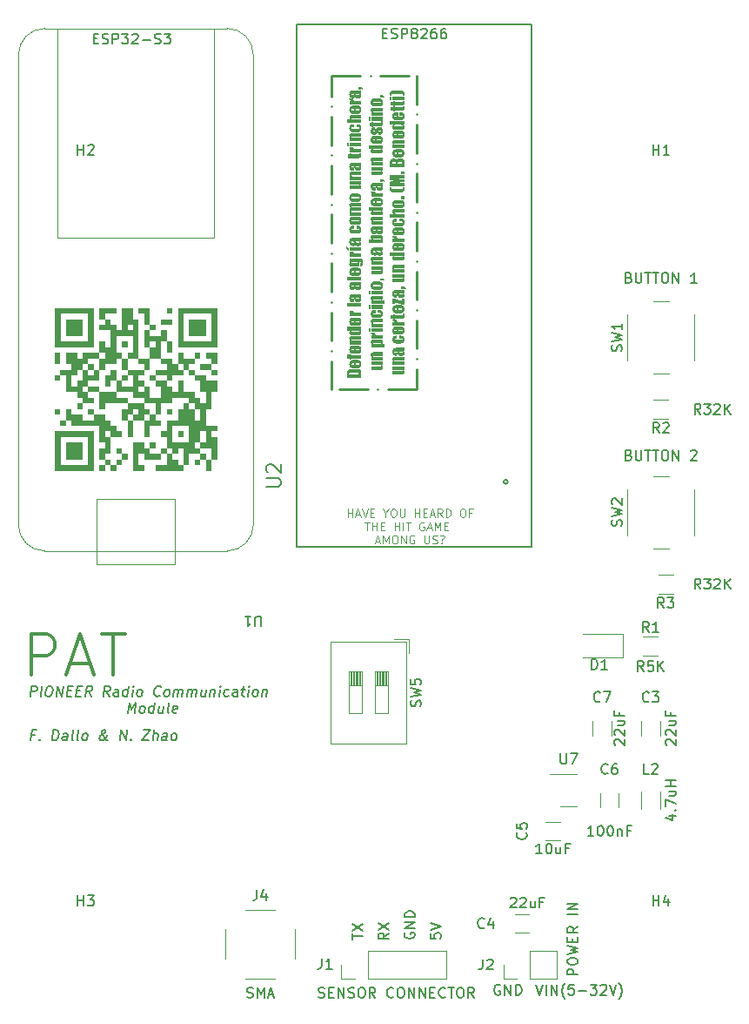
<source format=gbr>
%TF.GenerationSoftware,KiCad,Pcbnew,7.0.1-0*%
%TF.CreationDate,2023-04-22T10:01:52-07:00*%
%TF.ProjectId,Pioneer Controller V3,50696f6e-6565-4722-9043-6f6e74726f6c,rev?*%
%TF.SameCoordinates,Original*%
%TF.FileFunction,Legend,Top*%
%TF.FilePolarity,Positive*%
%FSLAX46Y46*%
G04 Gerber Fmt 4.6, Leading zero omitted, Abs format (unit mm)*
G04 Created by KiCad (PCBNEW 7.0.1-0) date 2023-04-22 10:01:52*
%MOMM*%
%LPD*%
G01*
G04 APERTURE LIST*
%ADD10C,0.250000*%
%ADD11C,0.150000*%
%ADD12C,0.300000*%
%ADD13C,0.125000*%
%ADD14C,0.200000*%
%ADD15C,0.120000*%
%ADD16C,0.127000*%
%ADD17C,0.203200*%
G04 APERTURE END LIST*
D10*
X60960000Y-28575000D02*
X63710000Y-28575000D01*
X64710000Y-28575000D02*
X64710000Y-28575000D01*
X65710000Y-28575000D02*
X68460000Y-28575000D01*
X69215000Y-28575000D02*
X69215000Y-31325000D01*
X69215000Y-32325000D02*
X69215000Y-32325000D01*
X69215000Y-33325000D02*
X69215000Y-36075000D01*
X69215000Y-37075000D02*
X69215000Y-37075000D01*
X69215000Y-38075000D02*
X69215000Y-40825000D01*
X69215000Y-41825000D02*
X69215000Y-41825000D01*
X69215000Y-42825000D02*
X69215000Y-45575000D01*
X69215000Y-46575000D02*
X69215000Y-46575000D01*
X69215000Y-47575000D02*
X69215000Y-50325000D01*
X69215000Y-51325000D02*
X69215000Y-51325000D01*
X69215000Y-52325000D02*
X69215000Y-55075000D01*
X69215000Y-56075000D02*
X69215000Y-56075000D01*
X69215000Y-57075000D02*
X69215000Y-59055000D01*
X69215000Y-59055000D02*
X66465000Y-59055000D01*
X65465000Y-59055000D02*
X65465000Y-59055000D01*
X64465000Y-59055000D02*
X61715000Y-59055000D01*
X60960000Y-59055000D02*
X60960000Y-56305000D01*
X60960000Y-55305000D02*
X60960000Y-55305000D01*
X60960000Y-54305000D02*
X60960000Y-51555000D01*
X60960000Y-50555000D02*
X60960000Y-50555000D01*
X60960000Y-49555000D02*
X60960000Y-46805000D01*
X60960000Y-45805000D02*
X60960000Y-45805000D01*
X60960000Y-44805000D02*
X60960000Y-42055000D01*
X60960000Y-41055000D02*
X60960000Y-41055000D01*
X60960000Y-40055000D02*
X60960000Y-37305000D01*
X60960000Y-36305000D02*
X60960000Y-36305000D01*
X60960000Y-35305000D02*
X60960000Y-32555000D01*
X60960000Y-31555000D02*
X60960000Y-31555000D01*
X60960000Y-30555000D02*
X60960000Y-28575000D01*
D11*
X84912619Y-115962380D02*
X83912619Y-115962380D01*
X83912619Y-115962380D02*
X83912619Y-115581428D01*
X83912619Y-115581428D02*
X83960238Y-115486190D01*
X83960238Y-115486190D02*
X84007857Y-115438571D01*
X84007857Y-115438571D02*
X84103095Y-115390952D01*
X84103095Y-115390952D02*
X84245952Y-115390952D01*
X84245952Y-115390952D02*
X84341190Y-115438571D01*
X84341190Y-115438571D02*
X84388809Y-115486190D01*
X84388809Y-115486190D02*
X84436428Y-115581428D01*
X84436428Y-115581428D02*
X84436428Y-115962380D01*
X83912619Y-114771904D02*
X83912619Y-114581428D01*
X83912619Y-114581428D02*
X83960238Y-114486190D01*
X83960238Y-114486190D02*
X84055476Y-114390952D01*
X84055476Y-114390952D02*
X84245952Y-114343333D01*
X84245952Y-114343333D02*
X84579285Y-114343333D01*
X84579285Y-114343333D02*
X84769761Y-114390952D01*
X84769761Y-114390952D02*
X84865000Y-114486190D01*
X84865000Y-114486190D02*
X84912619Y-114581428D01*
X84912619Y-114581428D02*
X84912619Y-114771904D01*
X84912619Y-114771904D02*
X84865000Y-114867142D01*
X84865000Y-114867142D02*
X84769761Y-114962380D01*
X84769761Y-114962380D02*
X84579285Y-115009999D01*
X84579285Y-115009999D02*
X84245952Y-115009999D01*
X84245952Y-115009999D02*
X84055476Y-114962380D01*
X84055476Y-114962380D02*
X83960238Y-114867142D01*
X83960238Y-114867142D02*
X83912619Y-114771904D01*
X83912619Y-114009999D02*
X84912619Y-113771904D01*
X84912619Y-113771904D02*
X84198333Y-113581428D01*
X84198333Y-113581428D02*
X84912619Y-113390952D01*
X84912619Y-113390952D02*
X83912619Y-113152857D01*
X84388809Y-112771904D02*
X84388809Y-112438571D01*
X84912619Y-112295714D02*
X84912619Y-112771904D01*
X84912619Y-112771904D02*
X83912619Y-112771904D01*
X83912619Y-112771904D02*
X83912619Y-112295714D01*
X84912619Y-111295714D02*
X84436428Y-111629047D01*
X84912619Y-111867142D02*
X83912619Y-111867142D01*
X83912619Y-111867142D02*
X83912619Y-111486190D01*
X83912619Y-111486190D02*
X83960238Y-111390952D01*
X83960238Y-111390952D02*
X84007857Y-111343333D01*
X84007857Y-111343333D02*
X84103095Y-111295714D01*
X84103095Y-111295714D02*
X84245952Y-111295714D01*
X84245952Y-111295714D02*
X84341190Y-111343333D01*
X84341190Y-111343333D02*
X84388809Y-111390952D01*
X84388809Y-111390952D02*
X84436428Y-111486190D01*
X84436428Y-111486190D02*
X84436428Y-111867142D01*
X84912619Y-110105237D02*
X83912619Y-110105237D01*
X84912619Y-109629047D02*
X83912619Y-109629047D01*
X83912619Y-109629047D02*
X84912619Y-109057619D01*
X84912619Y-109057619D02*
X83912619Y-109057619D01*
X59678571Y-118165000D02*
X59821428Y-118212619D01*
X59821428Y-118212619D02*
X60059523Y-118212619D01*
X60059523Y-118212619D02*
X60154761Y-118165000D01*
X60154761Y-118165000D02*
X60202380Y-118117380D01*
X60202380Y-118117380D02*
X60249999Y-118022142D01*
X60249999Y-118022142D02*
X60249999Y-117926904D01*
X60249999Y-117926904D02*
X60202380Y-117831666D01*
X60202380Y-117831666D02*
X60154761Y-117784047D01*
X60154761Y-117784047D02*
X60059523Y-117736428D01*
X60059523Y-117736428D02*
X59869047Y-117688809D01*
X59869047Y-117688809D02*
X59773809Y-117641190D01*
X59773809Y-117641190D02*
X59726190Y-117593571D01*
X59726190Y-117593571D02*
X59678571Y-117498333D01*
X59678571Y-117498333D02*
X59678571Y-117403095D01*
X59678571Y-117403095D02*
X59726190Y-117307857D01*
X59726190Y-117307857D02*
X59773809Y-117260238D01*
X59773809Y-117260238D02*
X59869047Y-117212619D01*
X59869047Y-117212619D02*
X60107142Y-117212619D01*
X60107142Y-117212619D02*
X60249999Y-117260238D01*
X60678571Y-117688809D02*
X61011904Y-117688809D01*
X61154761Y-118212619D02*
X60678571Y-118212619D01*
X60678571Y-118212619D02*
X60678571Y-117212619D01*
X60678571Y-117212619D02*
X61154761Y-117212619D01*
X61583333Y-118212619D02*
X61583333Y-117212619D01*
X61583333Y-117212619D02*
X62154761Y-118212619D01*
X62154761Y-118212619D02*
X62154761Y-117212619D01*
X62583333Y-118165000D02*
X62726190Y-118212619D01*
X62726190Y-118212619D02*
X62964285Y-118212619D01*
X62964285Y-118212619D02*
X63059523Y-118165000D01*
X63059523Y-118165000D02*
X63107142Y-118117380D01*
X63107142Y-118117380D02*
X63154761Y-118022142D01*
X63154761Y-118022142D02*
X63154761Y-117926904D01*
X63154761Y-117926904D02*
X63107142Y-117831666D01*
X63107142Y-117831666D02*
X63059523Y-117784047D01*
X63059523Y-117784047D02*
X62964285Y-117736428D01*
X62964285Y-117736428D02*
X62773809Y-117688809D01*
X62773809Y-117688809D02*
X62678571Y-117641190D01*
X62678571Y-117641190D02*
X62630952Y-117593571D01*
X62630952Y-117593571D02*
X62583333Y-117498333D01*
X62583333Y-117498333D02*
X62583333Y-117403095D01*
X62583333Y-117403095D02*
X62630952Y-117307857D01*
X62630952Y-117307857D02*
X62678571Y-117260238D01*
X62678571Y-117260238D02*
X62773809Y-117212619D01*
X62773809Y-117212619D02*
X63011904Y-117212619D01*
X63011904Y-117212619D02*
X63154761Y-117260238D01*
X63773809Y-117212619D02*
X63964285Y-117212619D01*
X63964285Y-117212619D02*
X64059523Y-117260238D01*
X64059523Y-117260238D02*
X64154761Y-117355476D01*
X64154761Y-117355476D02*
X64202380Y-117545952D01*
X64202380Y-117545952D02*
X64202380Y-117879285D01*
X64202380Y-117879285D02*
X64154761Y-118069761D01*
X64154761Y-118069761D02*
X64059523Y-118165000D01*
X64059523Y-118165000D02*
X63964285Y-118212619D01*
X63964285Y-118212619D02*
X63773809Y-118212619D01*
X63773809Y-118212619D02*
X63678571Y-118165000D01*
X63678571Y-118165000D02*
X63583333Y-118069761D01*
X63583333Y-118069761D02*
X63535714Y-117879285D01*
X63535714Y-117879285D02*
X63535714Y-117545952D01*
X63535714Y-117545952D02*
X63583333Y-117355476D01*
X63583333Y-117355476D02*
X63678571Y-117260238D01*
X63678571Y-117260238D02*
X63773809Y-117212619D01*
X65202380Y-118212619D02*
X64869047Y-117736428D01*
X64630952Y-118212619D02*
X64630952Y-117212619D01*
X64630952Y-117212619D02*
X65011904Y-117212619D01*
X65011904Y-117212619D02*
X65107142Y-117260238D01*
X65107142Y-117260238D02*
X65154761Y-117307857D01*
X65154761Y-117307857D02*
X65202380Y-117403095D01*
X65202380Y-117403095D02*
X65202380Y-117545952D01*
X65202380Y-117545952D02*
X65154761Y-117641190D01*
X65154761Y-117641190D02*
X65107142Y-117688809D01*
X65107142Y-117688809D02*
X65011904Y-117736428D01*
X65011904Y-117736428D02*
X64630952Y-117736428D01*
X66964285Y-118117380D02*
X66916666Y-118165000D01*
X66916666Y-118165000D02*
X66773809Y-118212619D01*
X66773809Y-118212619D02*
X66678571Y-118212619D01*
X66678571Y-118212619D02*
X66535714Y-118165000D01*
X66535714Y-118165000D02*
X66440476Y-118069761D01*
X66440476Y-118069761D02*
X66392857Y-117974523D01*
X66392857Y-117974523D02*
X66345238Y-117784047D01*
X66345238Y-117784047D02*
X66345238Y-117641190D01*
X66345238Y-117641190D02*
X66392857Y-117450714D01*
X66392857Y-117450714D02*
X66440476Y-117355476D01*
X66440476Y-117355476D02*
X66535714Y-117260238D01*
X66535714Y-117260238D02*
X66678571Y-117212619D01*
X66678571Y-117212619D02*
X66773809Y-117212619D01*
X66773809Y-117212619D02*
X66916666Y-117260238D01*
X66916666Y-117260238D02*
X66964285Y-117307857D01*
X67583333Y-117212619D02*
X67773809Y-117212619D01*
X67773809Y-117212619D02*
X67869047Y-117260238D01*
X67869047Y-117260238D02*
X67964285Y-117355476D01*
X67964285Y-117355476D02*
X68011904Y-117545952D01*
X68011904Y-117545952D02*
X68011904Y-117879285D01*
X68011904Y-117879285D02*
X67964285Y-118069761D01*
X67964285Y-118069761D02*
X67869047Y-118165000D01*
X67869047Y-118165000D02*
X67773809Y-118212619D01*
X67773809Y-118212619D02*
X67583333Y-118212619D01*
X67583333Y-118212619D02*
X67488095Y-118165000D01*
X67488095Y-118165000D02*
X67392857Y-118069761D01*
X67392857Y-118069761D02*
X67345238Y-117879285D01*
X67345238Y-117879285D02*
X67345238Y-117545952D01*
X67345238Y-117545952D02*
X67392857Y-117355476D01*
X67392857Y-117355476D02*
X67488095Y-117260238D01*
X67488095Y-117260238D02*
X67583333Y-117212619D01*
X68440476Y-118212619D02*
X68440476Y-117212619D01*
X68440476Y-117212619D02*
X69011904Y-118212619D01*
X69011904Y-118212619D02*
X69011904Y-117212619D01*
X69488095Y-118212619D02*
X69488095Y-117212619D01*
X69488095Y-117212619D02*
X70059523Y-118212619D01*
X70059523Y-118212619D02*
X70059523Y-117212619D01*
X70535714Y-117688809D02*
X70869047Y-117688809D01*
X71011904Y-118212619D02*
X70535714Y-118212619D01*
X70535714Y-118212619D02*
X70535714Y-117212619D01*
X70535714Y-117212619D02*
X71011904Y-117212619D01*
X72011904Y-118117380D02*
X71964285Y-118165000D01*
X71964285Y-118165000D02*
X71821428Y-118212619D01*
X71821428Y-118212619D02*
X71726190Y-118212619D01*
X71726190Y-118212619D02*
X71583333Y-118165000D01*
X71583333Y-118165000D02*
X71488095Y-118069761D01*
X71488095Y-118069761D02*
X71440476Y-117974523D01*
X71440476Y-117974523D02*
X71392857Y-117784047D01*
X71392857Y-117784047D02*
X71392857Y-117641190D01*
X71392857Y-117641190D02*
X71440476Y-117450714D01*
X71440476Y-117450714D02*
X71488095Y-117355476D01*
X71488095Y-117355476D02*
X71583333Y-117260238D01*
X71583333Y-117260238D02*
X71726190Y-117212619D01*
X71726190Y-117212619D02*
X71821428Y-117212619D01*
X71821428Y-117212619D02*
X71964285Y-117260238D01*
X71964285Y-117260238D02*
X72011904Y-117307857D01*
X72297619Y-117212619D02*
X72869047Y-117212619D01*
X72583333Y-118212619D02*
X72583333Y-117212619D01*
X73392857Y-117212619D02*
X73583333Y-117212619D01*
X73583333Y-117212619D02*
X73678571Y-117260238D01*
X73678571Y-117260238D02*
X73773809Y-117355476D01*
X73773809Y-117355476D02*
X73821428Y-117545952D01*
X73821428Y-117545952D02*
X73821428Y-117879285D01*
X73821428Y-117879285D02*
X73773809Y-118069761D01*
X73773809Y-118069761D02*
X73678571Y-118165000D01*
X73678571Y-118165000D02*
X73583333Y-118212619D01*
X73583333Y-118212619D02*
X73392857Y-118212619D01*
X73392857Y-118212619D02*
X73297619Y-118165000D01*
X73297619Y-118165000D02*
X73202381Y-118069761D01*
X73202381Y-118069761D02*
X73154762Y-117879285D01*
X73154762Y-117879285D02*
X73154762Y-117545952D01*
X73154762Y-117545952D02*
X73202381Y-117355476D01*
X73202381Y-117355476D02*
X73297619Y-117260238D01*
X73297619Y-117260238D02*
X73392857Y-117212619D01*
X74821428Y-118212619D02*
X74488095Y-117736428D01*
X74250000Y-118212619D02*
X74250000Y-117212619D01*
X74250000Y-117212619D02*
X74630952Y-117212619D01*
X74630952Y-117212619D02*
X74726190Y-117260238D01*
X74726190Y-117260238D02*
X74773809Y-117307857D01*
X74773809Y-117307857D02*
X74821428Y-117403095D01*
X74821428Y-117403095D02*
X74821428Y-117545952D01*
X74821428Y-117545952D02*
X74773809Y-117641190D01*
X74773809Y-117641190D02*
X74726190Y-117688809D01*
X74726190Y-117688809D02*
X74630952Y-117736428D01*
X74630952Y-117736428D02*
X74250000Y-117736428D01*
X37785714Y-24938809D02*
X38119047Y-24938809D01*
X38261904Y-25462619D02*
X37785714Y-25462619D01*
X37785714Y-25462619D02*
X37785714Y-24462619D01*
X37785714Y-24462619D02*
X38261904Y-24462619D01*
X38642857Y-25415000D02*
X38785714Y-25462619D01*
X38785714Y-25462619D02*
X39023809Y-25462619D01*
X39023809Y-25462619D02*
X39119047Y-25415000D01*
X39119047Y-25415000D02*
X39166666Y-25367380D01*
X39166666Y-25367380D02*
X39214285Y-25272142D01*
X39214285Y-25272142D02*
X39214285Y-25176904D01*
X39214285Y-25176904D02*
X39166666Y-25081666D01*
X39166666Y-25081666D02*
X39119047Y-25034047D01*
X39119047Y-25034047D02*
X39023809Y-24986428D01*
X39023809Y-24986428D02*
X38833333Y-24938809D01*
X38833333Y-24938809D02*
X38738095Y-24891190D01*
X38738095Y-24891190D02*
X38690476Y-24843571D01*
X38690476Y-24843571D02*
X38642857Y-24748333D01*
X38642857Y-24748333D02*
X38642857Y-24653095D01*
X38642857Y-24653095D02*
X38690476Y-24557857D01*
X38690476Y-24557857D02*
X38738095Y-24510238D01*
X38738095Y-24510238D02*
X38833333Y-24462619D01*
X38833333Y-24462619D02*
X39071428Y-24462619D01*
X39071428Y-24462619D02*
X39214285Y-24510238D01*
X39642857Y-25462619D02*
X39642857Y-24462619D01*
X39642857Y-24462619D02*
X40023809Y-24462619D01*
X40023809Y-24462619D02*
X40119047Y-24510238D01*
X40119047Y-24510238D02*
X40166666Y-24557857D01*
X40166666Y-24557857D02*
X40214285Y-24653095D01*
X40214285Y-24653095D02*
X40214285Y-24795952D01*
X40214285Y-24795952D02*
X40166666Y-24891190D01*
X40166666Y-24891190D02*
X40119047Y-24938809D01*
X40119047Y-24938809D02*
X40023809Y-24986428D01*
X40023809Y-24986428D02*
X39642857Y-24986428D01*
X40547619Y-24462619D02*
X41166666Y-24462619D01*
X41166666Y-24462619D02*
X40833333Y-24843571D01*
X40833333Y-24843571D02*
X40976190Y-24843571D01*
X40976190Y-24843571D02*
X41071428Y-24891190D01*
X41071428Y-24891190D02*
X41119047Y-24938809D01*
X41119047Y-24938809D02*
X41166666Y-25034047D01*
X41166666Y-25034047D02*
X41166666Y-25272142D01*
X41166666Y-25272142D02*
X41119047Y-25367380D01*
X41119047Y-25367380D02*
X41071428Y-25415000D01*
X41071428Y-25415000D02*
X40976190Y-25462619D01*
X40976190Y-25462619D02*
X40690476Y-25462619D01*
X40690476Y-25462619D02*
X40595238Y-25415000D01*
X40595238Y-25415000D02*
X40547619Y-25367380D01*
X41547619Y-24557857D02*
X41595238Y-24510238D01*
X41595238Y-24510238D02*
X41690476Y-24462619D01*
X41690476Y-24462619D02*
X41928571Y-24462619D01*
X41928571Y-24462619D02*
X42023809Y-24510238D01*
X42023809Y-24510238D02*
X42071428Y-24557857D01*
X42071428Y-24557857D02*
X42119047Y-24653095D01*
X42119047Y-24653095D02*
X42119047Y-24748333D01*
X42119047Y-24748333D02*
X42071428Y-24891190D01*
X42071428Y-24891190D02*
X41500000Y-25462619D01*
X41500000Y-25462619D02*
X42119047Y-25462619D01*
X42547619Y-25081666D02*
X43309524Y-25081666D01*
X43738095Y-25415000D02*
X43880952Y-25462619D01*
X43880952Y-25462619D02*
X44119047Y-25462619D01*
X44119047Y-25462619D02*
X44214285Y-25415000D01*
X44214285Y-25415000D02*
X44261904Y-25367380D01*
X44261904Y-25367380D02*
X44309523Y-25272142D01*
X44309523Y-25272142D02*
X44309523Y-25176904D01*
X44309523Y-25176904D02*
X44261904Y-25081666D01*
X44261904Y-25081666D02*
X44214285Y-25034047D01*
X44214285Y-25034047D02*
X44119047Y-24986428D01*
X44119047Y-24986428D02*
X43928571Y-24938809D01*
X43928571Y-24938809D02*
X43833333Y-24891190D01*
X43833333Y-24891190D02*
X43785714Y-24843571D01*
X43785714Y-24843571D02*
X43738095Y-24748333D01*
X43738095Y-24748333D02*
X43738095Y-24653095D01*
X43738095Y-24653095D02*
X43785714Y-24557857D01*
X43785714Y-24557857D02*
X43833333Y-24510238D01*
X43833333Y-24510238D02*
X43928571Y-24462619D01*
X43928571Y-24462619D02*
X44166666Y-24462619D01*
X44166666Y-24462619D02*
X44309523Y-24510238D01*
X44642857Y-24462619D02*
X45261904Y-24462619D01*
X45261904Y-24462619D02*
X44928571Y-24843571D01*
X44928571Y-24843571D02*
X45071428Y-24843571D01*
X45071428Y-24843571D02*
X45166666Y-24891190D01*
X45166666Y-24891190D02*
X45214285Y-24938809D01*
X45214285Y-24938809D02*
X45261904Y-25034047D01*
X45261904Y-25034047D02*
X45261904Y-25272142D01*
X45261904Y-25272142D02*
X45214285Y-25367380D01*
X45214285Y-25367380D02*
X45166666Y-25415000D01*
X45166666Y-25415000D02*
X45071428Y-25462619D01*
X45071428Y-25462619D02*
X44785714Y-25462619D01*
X44785714Y-25462619D02*
X44690476Y-25415000D01*
X44690476Y-25415000D02*
X44642857Y-25367380D01*
D12*
X31714285Y-86850476D02*
X31714285Y-82850476D01*
X31714285Y-82850476D02*
X33238095Y-82850476D01*
X33238095Y-82850476D02*
X33619047Y-83040952D01*
X33619047Y-83040952D02*
X33809524Y-83231428D01*
X33809524Y-83231428D02*
X34000000Y-83612380D01*
X34000000Y-83612380D02*
X34000000Y-84183809D01*
X34000000Y-84183809D02*
X33809524Y-84564761D01*
X33809524Y-84564761D02*
X33619047Y-84755238D01*
X33619047Y-84755238D02*
X33238095Y-84945714D01*
X33238095Y-84945714D02*
X31714285Y-84945714D01*
X35523809Y-85707619D02*
X37428571Y-85707619D01*
X35142857Y-86850476D02*
X36476190Y-82850476D01*
X36476190Y-82850476D02*
X37809524Y-86850476D01*
X38571428Y-82850476D02*
X40857142Y-82850476D01*
X39714285Y-86850476D02*
X39714285Y-82850476D01*
D11*
X70582619Y-111950476D02*
X70582619Y-112426666D01*
X70582619Y-112426666D02*
X71058809Y-112474285D01*
X71058809Y-112474285D02*
X71011190Y-112426666D01*
X71011190Y-112426666D02*
X70963571Y-112331428D01*
X70963571Y-112331428D02*
X70963571Y-112093333D01*
X70963571Y-112093333D02*
X71011190Y-111998095D01*
X71011190Y-111998095D02*
X71058809Y-111950476D01*
X71058809Y-111950476D02*
X71154047Y-111902857D01*
X71154047Y-111902857D02*
X71392142Y-111902857D01*
X71392142Y-111902857D02*
X71487380Y-111950476D01*
X71487380Y-111950476D02*
X71535000Y-111998095D01*
X71535000Y-111998095D02*
X71582619Y-112093333D01*
X71582619Y-112093333D02*
X71582619Y-112331428D01*
X71582619Y-112331428D02*
X71535000Y-112426666D01*
X71535000Y-112426666D02*
X71487380Y-112474285D01*
X70582619Y-111617142D02*
X71582619Y-111283809D01*
X71582619Y-111283809D02*
X70582619Y-110950476D01*
X89880952Y-65438809D02*
X90023809Y-65486428D01*
X90023809Y-65486428D02*
X90071428Y-65534047D01*
X90071428Y-65534047D02*
X90119047Y-65629285D01*
X90119047Y-65629285D02*
X90119047Y-65772142D01*
X90119047Y-65772142D02*
X90071428Y-65867380D01*
X90071428Y-65867380D02*
X90023809Y-65915000D01*
X90023809Y-65915000D02*
X89928571Y-65962619D01*
X89928571Y-65962619D02*
X89547619Y-65962619D01*
X89547619Y-65962619D02*
X89547619Y-64962619D01*
X89547619Y-64962619D02*
X89880952Y-64962619D01*
X89880952Y-64962619D02*
X89976190Y-65010238D01*
X89976190Y-65010238D02*
X90023809Y-65057857D01*
X90023809Y-65057857D02*
X90071428Y-65153095D01*
X90071428Y-65153095D02*
X90071428Y-65248333D01*
X90071428Y-65248333D02*
X90023809Y-65343571D01*
X90023809Y-65343571D02*
X89976190Y-65391190D01*
X89976190Y-65391190D02*
X89880952Y-65438809D01*
X89880952Y-65438809D02*
X89547619Y-65438809D01*
X90547619Y-64962619D02*
X90547619Y-65772142D01*
X90547619Y-65772142D02*
X90595238Y-65867380D01*
X90595238Y-65867380D02*
X90642857Y-65915000D01*
X90642857Y-65915000D02*
X90738095Y-65962619D01*
X90738095Y-65962619D02*
X90928571Y-65962619D01*
X90928571Y-65962619D02*
X91023809Y-65915000D01*
X91023809Y-65915000D02*
X91071428Y-65867380D01*
X91071428Y-65867380D02*
X91119047Y-65772142D01*
X91119047Y-65772142D02*
X91119047Y-64962619D01*
X91452381Y-64962619D02*
X92023809Y-64962619D01*
X91738095Y-65962619D02*
X91738095Y-64962619D01*
X92214286Y-64962619D02*
X92785714Y-64962619D01*
X92500000Y-65962619D02*
X92500000Y-64962619D01*
X93309524Y-64962619D02*
X93500000Y-64962619D01*
X93500000Y-64962619D02*
X93595238Y-65010238D01*
X93595238Y-65010238D02*
X93690476Y-65105476D01*
X93690476Y-65105476D02*
X93738095Y-65295952D01*
X93738095Y-65295952D02*
X93738095Y-65629285D01*
X93738095Y-65629285D02*
X93690476Y-65819761D01*
X93690476Y-65819761D02*
X93595238Y-65915000D01*
X93595238Y-65915000D02*
X93500000Y-65962619D01*
X93500000Y-65962619D02*
X93309524Y-65962619D01*
X93309524Y-65962619D02*
X93214286Y-65915000D01*
X93214286Y-65915000D02*
X93119048Y-65819761D01*
X93119048Y-65819761D02*
X93071429Y-65629285D01*
X93071429Y-65629285D02*
X93071429Y-65295952D01*
X93071429Y-65295952D02*
X93119048Y-65105476D01*
X93119048Y-65105476D02*
X93214286Y-65010238D01*
X93214286Y-65010238D02*
X93309524Y-64962619D01*
X94166667Y-65962619D02*
X94166667Y-64962619D01*
X94166667Y-64962619D02*
X94738095Y-65962619D01*
X94738095Y-65962619D02*
X94738095Y-64962619D01*
X95928572Y-65057857D02*
X95976191Y-65010238D01*
X95976191Y-65010238D02*
X96071429Y-64962619D01*
X96071429Y-64962619D02*
X96309524Y-64962619D01*
X96309524Y-64962619D02*
X96404762Y-65010238D01*
X96404762Y-65010238D02*
X96452381Y-65057857D01*
X96452381Y-65057857D02*
X96500000Y-65153095D01*
X96500000Y-65153095D02*
X96500000Y-65248333D01*
X96500000Y-65248333D02*
X96452381Y-65391190D01*
X96452381Y-65391190D02*
X95880953Y-65962619D01*
X95880953Y-65962619D02*
X96500000Y-65962619D01*
X81428571Y-104212619D02*
X80857143Y-104212619D01*
X81142857Y-104212619D02*
X81142857Y-103212619D01*
X81142857Y-103212619D02*
X81047619Y-103355476D01*
X81047619Y-103355476D02*
X80952381Y-103450714D01*
X80952381Y-103450714D02*
X80857143Y-103498333D01*
X82047619Y-103212619D02*
X82142857Y-103212619D01*
X82142857Y-103212619D02*
X82238095Y-103260238D01*
X82238095Y-103260238D02*
X82285714Y-103307857D01*
X82285714Y-103307857D02*
X82333333Y-103403095D01*
X82333333Y-103403095D02*
X82380952Y-103593571D01*
X82380952Y-103593571D02*
X82380952Y-103831666D01*
X82380952Y-103831666D02*
X82333333Y-104022142D01*
X82333333Y-104022142D02*
X82285714Y-104117380D01*
X82285714Y-104117380D02*
X82238095Y-104165000D01*
X82238095Y-104165000D02*
X82142857Y-104212619D01*
X82142857Y-104212619D02*
X82047619Y-104212619D01*
X82047619Y-104212619D02*
X81952381Y-104165000D01*
X81952381Y-104165000D02*
X81904762Y-104117380D01*
X81904762Y-104117380D02*
X81857143Y-104022142D01*
X81857143Y-104022142D02*
X81809524Y-103831666D01*
X81809524Y-103831666D02*
X81809524Y-103593571D01*
X81809524Y-103593571D02*
X81857143Y-103403095D01*
X81857143Y-103403095D02*
X81904762Y-103307857D01*
X81904762Y-103307857D02*
X81952381Y-103260238D01*
X81952381Y-103260238D02*
X82047619Y-103212619D01*
X83238095Y-103545952D02*
X83238095Y-104212619D01*
X82809524Y-103545952D02*
X82809524Y-104069761D01*
X82809524Y-104069761D02*
X82857143Y-104165000D01*
X82857143Y-104165000D02*
X82952381Y-104212619D01*
X82952381Y-104212619D02*
X83095238Y-104212619D01*
X83095238Y-104212619D02*
X83190476Y-104165000D01*
X83190476Y-104165000D02*
X83238095Y-104117380D01*
X84047619Y-103688809D02*
X83714286Y-103688809D01*
X83714286Y-104212619D02*
X83714286Y-103212619D01*
X83714286Y-103212619D02*
X84190476Y-103212619D01*
X77343095Y-116985238D02*
X77247857Y-116937619D01*
X77247857Y-116937619D02*
X77105000Y-116937619D01*
X77105000Y-116937619D02*
X76962143Y-116985238D01*
X76962143Y-116985238D02*
X76866905Y-117080476D01*
X76866905Y-117080476D02*
X76819286Y-117175714D01*
X76819286Y-117175714D02*
X76771667Y-117366190D01*
X76771667Y-117366190D02*
X76771667Y-117509047D01*
X76771667Y-117509047D02*
X76819286Y-117699523D01*
X76819286Y-117699523D02*
X76866905Y-117794761D01*
X76866905Y-117794761D02*
X76962143Y-117890000D01*
X76962143Y-117890000D02*
X77105000Y-117937619D01*
X77105000Y-117937619D02*
X77200238Y-117937619D01*
X77200238Y-117937619D02*
X77343095Y-117890000D01*
X77343095Y-117890000D02*
X77390714Y-117842380D01*
X77390714Y-117842380D02*
X77390714Y-117509047D01*
X77390714Y-117509047D02*
X77200238Y-117509047D01*
X77819286Y-117937619D02*
X77819286Y-116937619D01*
X77819286Y-116937619D02*
X78390714Y-117937619D01*
X78390714Y-117937619D02*
X78390714Y-116937619D01*
X78866905Y-117937619D02*
X78866905Y-116937619D01*
X78866905Y-116937619D02*
X79105000Y-116937619D01*
X79105000Y-116937619D02*
X79247857Y-116985238D01*
X79247857Y-116985238D02*
X79343095Y-117080476D01*
X79343095Y-117080476D02*
X79390714Y-117175714D01*
X79390714Y-117175714D02*
X79438333Y-117366190D01*
X79438333Y-117366190D02*
X79438333Y-117509047D01*
X79438333Y-117509047D02*
X79390714Y-117699523D01*
X79390714Y-117699523D02*
X79343095Y-117794761D01*
X79343095Y-117794761D02*
X79247857Y-117890000D01*
X79247857Y-117890000D02*
X79105000Y-117937619D01*
X79105000Y-117937619D02*
X78866905Y-117937619D01*
X78357143Y-108557857D02*
X78404762Y-108510238D01*
X78404762Y-108510238D02*
X78500000Y-108462619D01*
X78500000Y-108462619D02*
X78738095Y-108462619D01*
X78738095Y-108462619D02*
X78833333Y-108510238D01*
X78833333Y-108510238D02*
X78880952Y-108557857D01*
X78880952Y-108557857D02*
X78928571Y-108653095D01*
X78928571Y-108653095D02*
X78928571Y-108748333D01*
X78928571Y-108748333D02*
X78880952Y-108891190D01*
X78880952Y-108891190D02*
X78309524Y-109462619D01*
X78309524Y-109462619D02*
X78928571Y-109462619D01*
X79309524Y-108557857D02*
X79357143Y-108510238D01*
X79357143Y-108510238D02*
X79452381Y-108462619D01*
X79452381Y-108462619D02*
X79690476Y-108462619D01*
X79690476Y-108462619D02*
X79785714Y-108510238D01*
X79785714Y-108510238D02*
X79833333Y-108557857D01*
X79833333Y-108557857D02*
X79880952Y-108653095D01*
X79880952Y-108653095D02*
X79880952Y-108748333D01*
X79880952Y-108748333D02*
X79833333Y-108891190D01*
X79833333Y-108891190D02*
X79261905Y-109462619D01*
X79261905Y-109462619D02*
X79880952Y-109462619D01*
X80738095Y-108795952D02*
X80738095Y-109462619D01*
X80309524Y-108795952D02*
X80309524Y-109319761D01*
X80309524Y-109319761D02*
X80357143Y-109415000D01*
X80357143Y-109415000D02*
X80452381Y-109462619D01*
X80452381Y-109462619D02*
X80595238Y-109462619D01*
X80595238Y-109462619D02*
X80690476Y-109415000D01*
X80690476Y-109415000D02*
X80738095Y-109367380D01*
X81547619Y-108938809D02*
X81214286Y-108938809D01*
X81214286Y-109462619D02*
X81214286Y-108462619D01*
X81214286Y-108462619D02*
X81690476Y-108462619D01*
X89880952Y-48188809D02*
X90023809Y-48236428D01*
X90023809Y-48236428D02*
X90071428Y-48284047D01*
X90071428Y-48284047D02*
X90119047Y-48379285D01*
X90119047Y-48379285D02*
X90119047Y-48522142D01*
X90119047Y-48522142D02*
X90071428Y-48617380D01*
X90071428Y-48617380D02*
X90023809Y-48665000D01*
X90023809Y-48665000D02*
X89928571Y-48712619D01*
X89928571Y-48712619D02*
X89547619Y-48712619D01*
X89547619Y-48712619D02*
X89547619Y-47712619D01*
X89547619Y-47712619D02*
X89880952Y-47712619D01*
X89880952Y-47712619D02*
X89976190Y-47760238D01*
X89976190Y-47760238D02*
X90023809Y-47807857D01*
X90023809Y-47807857D02*
X90071428Y-47903095D01*
X90071428Y-47903095D02*
X90071428Y-47998333D01*
X90071428Y-47998333D02*
X90023809Y-48093571D01*
X90023809Y-48093571D02*
X89976190Y-48141190D01*
X89976190Y-48141190D02*
X89880952Y-48188809D01*
X89880952Y-48188809D02*
X89547619Y-48188809D01*
X90547619Y-47712619D02*
X90547619Y-48522142D01*
X90547619Y-48522142D02*
X90595238Y-48617380D01*
X90595238Y-48617380D02*
X90642857Y-48665000D01*
X90642857Y-48665000D02*
X90738095Y-48712619D01*
X90738095Y-48712619D02*
X90928571Y-48712619D01*
X90928571Y-48712619D02*
X91023809Y-48665000D01*
X91023809Y-48665000D02*
X91071428Y-48617380D01*
X91071428Y-48617380D02*
X91119047Y-48522142D01*
X91119047Y-48522142D02*
X91119047Y-47712619D01*
X91452381Y-47712619D02*
X92023809Y-47712619D01*
X91738095Y-48712619D02*
X91738095Y-47712619D01*
X92214286Y-47712619D02*
X92785714Y-47712619D01*
X92500000Y-48712619D02*
X92500000Y-47712619D01*
X93309524Y-47712619D02*
X93500000Y-47712619D01*
X93500000Y-47712619D02*
X93595238Y-47760238D01*
X93595238Y-47760238D02*
X93690476Y-47855476D01*
X93690476Y-47855476D02*
X93738095Y-48045952D01*
X93738095Y-48045952D02*
X93738095Y-48379285D01*
X93738095Y-48379285D02*
X93690476Y-48569761D01*
X93690476Y-48569761D02*
X93595238Y-48665000D01*
X93595238Y-48665000D02*
X93500000Y-48712619D01*
X93500000Y-48712619D02*
X93309524Y-48712619D01*
X93309524Y-48712619D02*
X93214286Y-48665000D01*
X93214286Y-48665000D02*
X93119048Y-48569761D01*
X93119048Y-48569761D02*
X93071429Y-48379285D01*
X93071429Y-48379285D02*
X93071429Y-48045952D01*
X93071429Y-48045952D02*
X93119048Y-47855476D01*
X93119048Y-47855476D02*
X93214286Y-47760238D01*
X93214286Y-47760238D02*
X93309524Y-47712619D01*
X94166667Y-48712619D02*
X94166667Y-47712619D01*
X94166667Y-47712619D02*
X94738095Y-48712619D01*
X94738095Y-48712619D02*
X94738095Y-47712619D01*
X96500000Y-48712619D02*
X95928572Y-48712619D01*
X96214286Y-48712619D02*
X96214286Y-47712619D01*
X96214286Y-47712619D02*
X96119048Y-47855476D01*
X96119048Y-47855476D02*
X96023810Y-47950714D01*
X96023810Y-47950714D02*
X95928572Y-47998333D01*
X52714286Y-118165000D02*
X52857143Y-118212619D01*
X52857143Y-118212619D02*
X53095238Y-118212619D01*
X53095238Y-118212619D02*
X53190476Y-118165000D01*
X53190476Y-118165000D02*
X53238095Y-118117380D01*
X53238095Y-118117380D02*
X53285714Y-118022142D01*
X53285714Y-118022142D02*
X53285714Y-117926904D01*
X53285714Y-117926904D02*
X53238095Y-117831666D01*
X53238095Y-117831666D02*
X53190476Y-117784047D01*
X53190476Y-117784047D02*
X53095238Y-117736428D01*
X53095238Y-117736428D02*
X52904762Y-117688809D01*
X52904762Y-117688809D02*
X52809524Y-117641190D01*
X52809524Y-117641190D02*
X52761905Y-117593571D01*
X52761905Y-117593571D02*
X52714286Y-117498333D01*
X52714286Y-117498333D02*
X52714286Y-117403095D01*
X52714286Y-117403095D02*
X52761905Y-117307857D01*
X52761905Y-117307857D02*
X52809524Y-117260238D01*
X52809524Y-117260238D02*
X52904762Y-117212619D01*
X52904762Y-117212619D02*
X53142857Y-117212619D01*
X53142857Y-117212619D02*
X53285714Y-117260238D01*
X53714286Y-118212619D02*
X53714286Y-117212619D01*
X53714286Y-117212619D02*
X54047619Y-117926904D01*
X54047619Y-117926904D02*
X54380952Y-117212619D01*
X54380952Y-117212619D02*
X54380952Y-118212619D01*
X54809524Y-117926904D02*
X55285714Y-117926904D01*
X54714286Y-118212619D02*
X55047619Y-117212619D01*
X55047619Y-117212619D02*
X55380952Y-118212619D01*
X65904762Y-24438809D02*
X66238095Y-24438809D01*
X66380952Y-24962619D02*
X65904762Y-24962619D01*
X65904762Y-24962619D02*
X65904762Y-23962619D01*
X65904762Y-23962619D02*
X66380952Y-23962619D01*
X66761905Y-24915000D02*
X66904762Y-24962619D01*
X66904762Y-24962619D02*
X67142857Y-24962619D01*
X67142857Y-24962619D02*
X67238095Y-24915000D01*
X67238095Y-24915000D02*
X67285714Y-24867380D01*
X67285714Y-24867380D02*
X67333333Y-24772142D01*
X67333333Y-24772142D02*
X67333333Y-24676904D01*
X67333333Y-24676904D02*
X67285714Y-24581666D01*
X67285714Y-24581666D02*
X67238095Y-24534047D01*
X67238095Y-24534047D02*
X67142857Y-24486428D01*
X67142857Y-24486428D02*
X66952381Y-24438809D01*
X66952381Y-24438809D02*
X66857143Y-24391190D01*
X66857143Y-24391190D02*
X66809524Y-24343571D01*
X66809524Y-24343571D02*
X66761905Y-24248333D01*
X66761905Y-24248333D02*
X66761905Y-24153095D01*
X66761905Y-24153095D02*
X66809524Y-24057857D01*
X66809524Y-24057857D02*
X66857143Y-24010238D01*
X66857143Y-24010238D02*
X66952381Y-23962619D01*
X66952381Y-23962619D02*
X67190476Y-23962619D01*
X67190476Y-23962619D02*
X67333333Y-24010238D01*
X67761905Y-24962619D02*
X67761905Y-23962619D01*
X67761905Y-23962619D02*
X68142857Y-23962619D01*
X68142857Y-23962619D02*
X68238095Y-24010238D01*
X68238095Y-24010238D02*
X68285714Y-24057857D01*
X68285714Y-24057857D02*
X68333333Y-24153095D01*
X68333333Y-24153095D02*
X68333333Y-24295952D01*
X68333333Y-24295952D02*
X68285714Y-24391190D01*
X68285714Y-24391190D02*
X68238095Y-24438809D01*
X68238095Y-24438809D02*
X68142857Y-24486428D01*
X68142857Y-24486428D02*
X67761905Y-24486428D01*
X68904762Y-24391190D02*
X68809524Y-24343571D01*
X68809524Y-24343571D02*
X68761905Y-24295952D01*
X68761905Y-24295952D02*
X68714286Y-24200714D01*
X68714286Y-24200714D02*
X68714286Y-24153095D01*
X68714286Y-24153095D02*
X68761905Y-24057857D01*
X68761905Y-24057857D02*
X68809524Y-24010238D01*
X68809524Y-24010238D02*
X68904762Y-23962619D01*
X68904762Y-23962619D02*
X69095238Y-23962619D01*
X69095238Y-23962619D02*
X69190476Y-24010238D01*
X69190476Y-24010238D02*
X69238095Y-24057857D01*
X69238095Y-24057857D02*
X69285714Y-24153095D01*
X69285714Y-24153095D02*
X69285714Y-24200714D01*
X69285714Y-24200714D02*
X69238095Y-24295952D01*
X69238095Y-24295952D02*
X69190476Y-24343571D01*
X69190476Y-24343571D02*
X69095238Y-24391190D01*
X69095238Y-24391190D02*
X68904762Y-24391190D01*
X68904762Y-24391190D02*
X68809524Y-24438809D01*
X68809524Y-24438809D02*
X68761905Y-24486428D01*
X68761905Y-24486428D02*
X68714286Y-24581666D01*
X68714286Y-24581666D02*
X68714286Y-24772142D01*
X68714286Y-24772142D02*
X68761905Y-24867380D01*
X68761905Y-24867380D02*
X68809524Y-24915000D01*
X68809524Y-24915000D02*
X68904762Y-24962619D01*
X68904762Y-24962619D02*
X69095238Y-24962619D01*
X69095238Y-24962619D02*
X69190476Y-24915000D01*
X69190476Y-24915000D02*
X69238095Y-24867380D01*
X69238095Y-24867380D02*
X69285714Y-24772142D01*
X69285714Y-24772142D02*
X69285714Y-24581666D01*
X69285714Y-24581666D02*
X69238095Y-24486428D01*
X69238095Y-24486428D02*
X69190476Y-24438809D01*
X69190476Y-24438809D02*
X69095238Y-24391190D01*
X69666667Y-24057857D02*
X69714286Y-24010238D01*
X69714286Y-24010238D02*
X69809524Y-23962619D01*
X69809524Y-23962619D02*
X70047619Y-23962619D01*
X70047619Y-23962619D02*
X70142857Y-24010238D01*
X70142857Y-24010238D02*
X70190476Y-24057857D01*
X70190476Y-24057857D02*
X70238095Y-24153095D01*
X70238095Y-24153095D02*
X70238095Y-24248333D01*
X70238095Y-24248333D02*
X70190476Y-24391190D01*
X70190476Y-24391190D02*
X69619048Y-24962619D01*
X69619048Y-24962619D02*
X70238095Y-24962619D01*
X71095238Y-23962619D02*
X70904762Y-23962619D01*
X70904762Y-23962619D02*
X70809524Y-24010238D01*
X70809524Y-24010238D02*
X70761905Y-24057857D01*
X70761905Y-24057857D02*
X70666667Y-24200714D01*
X70666667Y-24200714D02*
X70619048Y-24391190D01*
X70619048Y-24391190D02*
X70619048Y-24772142D01*
X70619048Y-24772142D02*
X70666667Y-24867380D01*
X70666667Y-24867380D02*
X70714286Y-24915000D01*
X70714286Y-24915000D02*
X70809524Y-24962619D01*
X70809524Y-24962619D02*
X71000000Y-24962619D01*
X71000000Y-24962619D02*
X71095238Y-24915000D01*
X71095238Y-24915000D02*
X71142857Y-24867380D01*
X71142857Y-24867380D02*
X71190476Y-24772142D01*
X71190476Y-24772142D02*
X71190476Y-24534047D01*
X71190476Y-24534047D02*
X71142857Y-24438809D01*
X71142857Y-24438809D02*
X71095238Y-24391190D01*
X71095238Y-24391190D02*
X71000000Y-24343571D01*
X71000000Y-24343571D02*
X70809524Y-24343571D01*
X70809524Y-24343571D02*
X70714286Y-24391190D01*
X70714286Y-24391190D02*
X70666667Y-24438809D01*
X70666667Y-24438809D02*
X70619048Y-24534047D01*
X72047619Y-23962619D02*
X71857143Y-23962619D01*
X71857143Y-23962619D02*
X71761905Y-24010238D01*
X71761905Y-24010238D02*
X71714286Y-24057857D01*
X71714286Y-24057857D02*
X71619048Y-24200714D01*
X71619048Y-24200714D02*
X71571429Y-24391190D01*
X71571429Y-24391190D02*
X71571429Y-24772142D01*
X71571429Y-24772142D02*
X71619048Y-24867380D01*
X71619048Y-24867380D02*
X71666667Y-24915000D01*
X71666667Y-24915000D02*
X71761905Y-24962619D01*
X71761905Y-24962619D02*
X71952381Y-24962619D01*
X71952381Y-24962619D02*
X72047619Y-24915000D01*
X72047619Y-24915000D02*
X72095238Y-24867380D01*
X72095238Y-24867380D02*
X72142857Y-24772142D01*
X72142857Y-24772142D02*
X72142857Y-24534047D01*
X72142857Y-24534047D02*
X72095238Y-24438809D01*
X72095238Y-24438809D02*
X72047619Y-24391190D01*
X72047619Y-24391190D02*
X71952381Y-24343571D01*
X71952381Y-24343571D02*
X71761905Y-24343571D01*
X71761905Y-24343571D02*
X71666667Y-24391190D01*
X71666667Y-24391190D02*
X71619048Y-24438809D01*
X71619048Y-24438809D02*
X71571429Y-24534047D01*
X88557857Y-93642856D02*
X88510238Y-93595237D01*
X88510238Y-93595237D02*
X88462619Y-93499999D01*
X88462619Y-93499999D02*
X88462619Y-93261904D01*
X88462619Y-93261904D02*
X88510238Y-93166666D01*
X88510238Y-93166666D02*
X88557857Y-93119047D01*
X88557857Y-93119047D02*
X88653095Y-93071428D01*
X88653095Y-93071428D02*
X88748333Y-93071428D01*
X88748333Y-93071428D02*
X88891190Y-93119047D01*
X88891190Y-93119047D02*
X89462619Y-93690475D01*
X89462619Y-93690475D02*
X89462619Y-93071428D01*
X88557857Y-92690475D02*
X88510238Y-92642856D01*
X88510238Y-92642856D02*
X88462619Y-92547618D01*
X88462619Y-92547618D02*
X88462619Y-92309523D01*
X88462619Y-92309523D02*
X88510238Y-92214285D01*
X88510238Y-92214285D02*
X88557857Y-92166666D01*
X88557857Y-92166666D02*
X88653095Y-92119047D01*
X88653095Y-92119047D02*
X88748333Y-92119047D01*
X88748333Y-92119047D02*
X88891190Y-92166666D01*
X88891190Y-92166666D02*
X89462619Y-92738094D01*
X89462619Y-92738094D02*
X89462619Y-92119047D01*
X88795952Y-91261904D02*
X89462619Y-91261904D01*
X88795952Y-91690475D02*
X89319761Y-91690475D01*
X89319761Y-91690475D02*
X89415000Y-91642856D01*
X89415000Y-91642856D02*
X89462619Y-91547618D01*
X89462619Y-91547618D02*
X89462619Y-91404761D01*
X89462619Y-91404761D02*
X89415000Y-91309523D01*
X89415000Y-91309523D02*
X89367380Y-91261904D01*
X88938809Y-90452380D02*
X88938809Y-90785713D01*
X89462619Y-90785713D02*
X88462619Y-90785713D01*
X88462619Y-90785713D02*
X88462619Y-90309523D01*
X32074284Y-92648809D02*
X31740951Y-92648809D01*
X31675474Y-93172619D02*
X31800474Y-92172619D01*
X31800474Y-92172619D02*
X32276665Y-92172619D01*
X32538569Y-93077380D02*
X32580236Y-93125000D01*
X32580236Y-93125000D02*
X32526664Y-93172619D01*
X32526664Y-93172619D02*
X32484998Y-93125000D01*
X32484998Y-93125000D02*
X32538569Y-93077380D01*
X32538569Y-93077380D02*
X32526664Y-93172619D01*
X33758807Y-93172619D02*
X33883807Y-92172619D01*
X33883807Y-92172619D02*
X34121903Y-92172619D01*
X34121903Y-92172619D02*
X34258807Y-92220238D01*
X34258807Y-92220238D02*
X34342141Y-92315476D01*
X34342141Y-92315476D02*
X34377855Y-92410714D01*
X34377855Y-92410714D02*
X34401665Y-92601190D01*
X34401665Y-92601190D02*
X34383807Y-92744047D01*
X34383807Y-92744047D02*
X34312379Y-92934523D01*
X34312379Y-92934523D02*
X34252855Y-93029761D01*
X34252855Y-93029761D02*
X34145712Y-93125000D01*
X34145712Y-93125000D02*
X33996903Y-93172619D01*
X33996903Y-93172619D02*
X33758807Y-93172619D01*
X35181427Y-93172619D02*
X35246903Y-92648809D01*
X35246903Y-92648809D02*
X35211189Y-92553571D01*
X35211189Y-92553571D02*
X35121903Y-92505952D01*
X35121903Y-92505952D02*
X34931427Y-92505952D01*
X34931427Y-92505952D02*
X34830236Y-92553571D01*
X35187379Y-93125000D02*
X35086189Y-93172619D01*
X35086189Y-93172619D02*
X34848093Y-93172619D01*
X34848093Y-93172619D02*
X34758808Y-93125000D01*
X34758808Y-93125000D02*
X34723093Y-93029761D01*
X34723093Y-93029761D02*
X34734998Y-92934523D01*
X34734998Y-92934523D02*
X34794522Y-92839285D01*
X34794522Y-92839285D02*
X34895713Y-92791666D01*
X34895713Y-92791666D02*
X35133808Y-92791666D01*
X35133808Y-92791666D02*
X35234998Y-92744047D01*
X35794523Y-93172619D02*
X35705237Y-93125000D01*
X35705237Y-93125000D02*
X35669523Y-93029761D01*
X35669523Y-93029761D02*
X35776665Y-92172619D01*
X36312380Y-93172619D02*
X36223094Y-93125000D01*
X36223094Y-93125000D02*
X36187380Y-93029761D01*
X36187380Y-93029761D02*
X36294522Y-92172619D01*
X36830237Y-93172619D02*
X36740951Y-93125000D01*
X36740951Y-93125000D02*
X36699284Y-93077380D01*
X36699284Y-93077380D02*
X36663570Y-92982142D01*
X36663570Y-92982142D02*
X36699284Y-92696428D01*
X36699284Y-92696428D02*
X36758808Y-92601190D01*
X36758808Y-92601190D02*
X36812379Y-92553571D01*
X36812379Y-92553571D02*
X36913570Y-92505952D01*
X36913570Y-92505952D02*
X37056427Y-92505952D01*
X37056427Y-92505952D02*
X37145713Y-92553571D01*
X37145713Y-92553571D02*
X37187379Y-92601190D01*
X37187379Y-92601190D02*
X37223094Y-92696428D01*
X37223094Y-92696428D02*
X37187379Y-92982142D01*
X37187379Y-92982142D02*
X37127856Y-93077380D01*
X37127856Y-93077380D02*
X37074284Y-93125000D01*
X37074284Y-93125000D02*
X36973094Y-93172619D01*
X36973094Y-93172619D02*
X36830237Y-93172619D01*
X39157618Y-93172619D02*
X39109999Y-93172619D01*
X39109999Y-93172619D02*
X39020713Y-93125000D01*
X39020713Y-93125000D02*
X38895713Y-92982142D01*
X38895713Y-92982142D02*
X38693332Y-92696428D01*
X38693332Y-92696428D02*
X38615952Y-92553571D01*
X38615952Y-92553571D02*
X38586190Y-92410714D01*
X38586190Y-92410714D02*
X38598094Y-92315476D01*
X38598094Y-92315476D02*
X38657618Y-92220238D01*
X38657618Y-92220238D02*
X38758809Y-92172619D01*
X38758809Y-92172619D02*
X38806428Y-92172619D01*
X38806428Y-92172619D02*
X38895713Y-92220238D01*
X38895713Y-92220238D02*
X38931428Y-92315476D01*
X38931428Y-92315476D02*
X38925475Y-92363095D01*
X38925475Y-92363095D02*
X38865952Y-92458333D01*
X38865952Y-92458333D02*
X38812380Y-92505952D01*
X38812380Y-92505952D02*
X38502856Y-92696428D01*
X38502856Y-92696428D02*
X38449285Y-92744047D01*
X38449285Y-92744047D02*
X38389761Y-92839285D01*
X38389761Y-92839285D02*
X38371904Y-92982142D01*
X38371904Y-92982142D02*
X38407618Y-93077380D01*
X38407618Y-93077380D02*
X38449285Y-93125000D01*
X38449285Y-93125000D02*
X38538571Y-93172619D01*
X38538571Y-93172619D02*
X38681428Y-93172619D01*
X38681428Y-93172619D02*
X38782618Y-93125000D01*
X38782618Y-93125000D02*
X38836190Y-93077380D01*
X38836190Y-93077380D02*
X39002856Y-92886904D01*
X39002856Y-92886904D02*
X39068332Y-92744047D01*
X39068332Y-92744047D02*
X39080237Y-92648809D01*
X40342142Y-93172619D02*
X40467142Y-92172619D01*
X40467142Y-92172619D02*
X40913571Y-93172619D01*
X40913571Y-93172619D02*
X41038571Y-92172619D01*
X41395714Y-93077380D02*
X41437381Y-93125000D01*
X41437381Y-93125000D02*
X41383809Y-93172619D01*
X41383809Y-93172619D02*
X41342143Y-93125000D01*
X41342143Y-93125000D02*
X41395714Y-93077380D01*
X41395714Y-93077380D02*
X41383809Y-93172619D01*
X42645714Y-92172619D02*
X43312381Y-92172619D01*
X43312381Y-92172619D02*
X42520714Y-93172619D01*
X42520714Y-93172619D02*
X43187381Y-93172619D01*
X43562381Y-93172619D02*
X43687381Y-92172619D01*
X43990953Y-93172619D02*
X44056429Y-92648809D01*
X44056429Y-92648809D02*
X44020715Y-92553571D01*
X44020715Y-92553571D02*
X43931429Y-92505952D01*
X43931429Y-92505952D02*
X43788572Y-92505952D01*
X43788572Y-92505952D02*
X43687381Y-92553571D01*
X43687381Y-92553571D02*
X43633810Y-92601190D01*
X44889763Y-93172619D02*
X44955239Y-92648809D01*
X44955239Y-92648809D02*
X44919525Y-92553571D01*
X44919525Y-92553571D02*
X44830239Y-92505952D01*
X44830239Y-92505952D02*
X44639763Y-92505952D01*
X44639763Y-92505952D02*
X44538572Y-92553571D01*
X44895715Y-93125000D02*
X44794525Y-93172619D01*
X44794525Y-93172619D02*
X44556429Y-93172619D01*
X44556429Y-93172619D02*
X44467144Y-93125000D01*
X44467144Y-93125000D02*
X44431429Y-93029761D01*
X44431429Y-93029761D02*
X44443334Y-92934523D01*
X44443334Y-92934523D02*
X44502858Y-92839285D01*
X44502858Y-92839285D02*
X44604049Y-92791666D01*
X44604049Y-92791666D02*
X44842144Y-92791666D01*
X44842144Y-92791666D02*
X44943334Y-92744047D01*
X45502859Y-93172619D02*
X45413573Y-93125000D01*
X45413573Y-93125000D02*
X45371906Y-93077380D01*
X45371906Y-93077380D02*
X45336192Y-92982142D01*
X45336192Y-92982142D02*
X45371906Y-92696428D01*
X45371906Y-92696428D02*
X45431430Y-92601190D01*
X45431430Y-92601190D02*
X45485001Y-92553571D01*
X45485001Y-92553571D02*
X45586192Y-92505952D01*
X45586192Y-92505952D02*
X45729049Y-92505952D01*
X45729049Y-92505952D02*
X45818335Y-92553571D01*
X45818335Y-92553571D02*
X45860001Y-92601190D01*
X45860001Y-92601190D02*
X45895716Y-92696428D01*
X45895716Y-92696428D02*
X45860001Y-92982142D01*
X45860001Y-92982142D02*
X45800478Y-93077380D01*
X45800478Y-93077380D02*
X45746906Y-93125000D01*
X45746906Y-93125000D02*
X45645716Y-93172619D01*
X45645716Y-93172619D02*
X45502859Y-93172619D01*
X93557857Y-93642856D02*
X93510238Y-93595237D01*
X93510238Y-93595237D02*
X93462619Y-93499999D01*
X93462619Y-93499999D02*
X93462619Y-93261904D01*
X93462619Y-93261904D02*
X93510238Y-93166666D01*
X93510238Y-93166666D02*
X93557857Y-93119047D01*
X93557857Y-93119047D02*
X93653095Y-93071428D01*
X93653095Y-93071428D02*
X93748333Y-93071428D01*
X93748333Y-93071428D02*
X93891190Y-93119047D01*
X93891190Y-93119047D02*
X94462619Y-93690475D01*
X94462619Y-93690475D02*
X94462619Y-93071428D01*
X93557857Y-92690475D02*
X93510238Y-92642856D01*
X93510238Y-92642856D02*
X93462619Y-92547618D01*
X93462619Y-92547618D02*
X93462619Y-92309523D01*
X93462619Y-92309523D02*
X93510238Y-92214285D01*
X93510238Y-92214285D02*
X93557857Y-92166666D01*
X93557857Y-92166666D02*
X93653095Y-92119047D01*
X93653095Y-92119047D02*
X93748333Y-92119047D01*
X93748333Y-92119047D02*
X93891190Y-92166666D01*
X93891190Y-92166666D02*
X94462619Y-92738094D01*
X94462619Y-92738094D02*
X94462619Y-92119047D01*
X93795952Y-91261904D02*
X94462619Y-91261904D01*
X93795952Y-91690475D02*
X94319761Y-91690475D01*
X94319761Y-91690475D02*
X94415000Y-91642856D01*
X94415000Y-91642856D02*
X94462619Y-91547618D01*
X94462619Y-91547618D02*
X94462619Y-91404761D01*
X94462619Y-91404761D02*
X94415000Y-91309523D01*
X94415000Y-91309523D02*
X94367380Y-91261904D01*
X93938809Y-90452380D02*
X93938809Y-90785713D01*
X94462619Y-90785713D02*
X93462619Y-90785713D01*
X93462619Y-90785713D02*
X93462619Y-90309523D01*
X68090238Y-111886904D02*
X68042619Y-111982142D01*
X68042619Y-111982142D02*
X68042619Y-112124999D01*
X68042619Y-112124999D02*
X68090238Y-112267856D01*
X68090238Y-112267856D02*
X68185476Y-112363094D01*
X68185476Y-112363094D02*
X68280714Y-112410713D01*
X68280714Y-112410713D02*
X68471190Y-112458332D01*
X68471190Y-112458332D02*
X68614047Y-112458332D01*
X68614047Y-112458332D02*
X68804523Y-112410713D01*
X68804523Y-112410713D02*
X68899761Y-112363094D01*
X68899761Y-112363094D02*
X68995000Y-112267856D01*
X68995000Y-112267856D02*
X69042619Y-112124999D01*
X69042619Y-112124999D02*
X69042619Y-112029761D01*
X69042619Y-112029761D02*
X68995000Y-111886904D01*
X68995000Y-111886904D02*
X68947380Y-111839285D01*
X68947380Y-111839285D02*
X68614047Y-111839285D01*
X68614047Y-111839285D02*
X68614047Y-112029761D01*
X69042619Y-111410713D02*
X68042619Y-111410713D01*
X68042619Y-111410713D02*
X69042619Y-110839285D01*
X69042619Y-110839285D02*
X68042619Y-110839285D01*
X69042619Y-110363094D02*
X68042619Y-110363094D01*
X68042619Y-110363094D02*
X68042619Y-110124999D01*
X68042619Y-110124999D02*
X68090238Y-109982142D01*
X68090238Y-109982142D02*
X68185476Y-109886904D01*
X68185476Y-109886904D02*
X68280714Y-109839285D01*
X68280714Y-109839285D02*
X68471190Y-109791666D01*
X68471190Y-109791666D02*
X68614047Y-109791666D01*
X68614047Y-109791666D02*
X68804523Y-109839285D01*
X68804523Y-109839285D02*
X68899761Y-109886904D01*
X68899761Y-109886904D02*
X68995000Y-109982142D01*
X68995000Y-109982142D02*
X69042619Y-110124999D01*
X69042619Y-110124999D02*
X69042619Y-110363094D01*
X93795952Y-100499999D02*
X94462619Y-100499999D01*
X93415000Y-100738094D02*
X94129285Y-100976189D01*
X94129285Y-100976189D02*
X94129285Y-100357142D01*
X94367380Y-99976189D02*
X94415000Y-99928570D01*
X94415000Y-99928570D02*
X94462619Y-99976189D01*
X94462619Y-99976189D02*
X94415000Y-100023808D01*
X94415000Y-100023808D02*
X94367380Y-99976189D01*
X94367380Y-99976189D02*
X94462619Y-99976189D01*
X93462619Y-99595237D02*
X93462619Y-98928571D01*
X93462619Y-98928571D02*
X94462619Y-99357142D01*
X93795952Y-98119047D02*
X94462619Y-98119047D01*
X93795952Y-98547618D02*
X94319761Y-98547618D01*
X94319761Y-98547618D02*
X94415000Y-98499999D01*
X94415000Y-98499999D02*
X94462619Y-98404761D01*
X94462619Y-98404761D02*
X94462619Y-98261904D01*
X94462619Y-98261904D02*
X94415000Y-98166666D01*
X94415000Y-98166666D02*
X94367380Y-98119047D01*
X94462619Y-97642856D02*
X93462619Y-97642856D01*
X93938809Y-97642856D02*
X93938809Y-97071428D01*
X94462619Y-97071428D02*
X93462619Y-97071428D01*
D13*
X62522858Y-71464095D02*
X62522858Y-70664095D01*
X62522858Y-71045047D02*
X62980001Y-71045047D01*
X62980001Y-71464095D02*
X62980001Y-70664095D01*
X63322857Y-71235523D02*
X63703810Y-71235523D01*
X63246667Y-71464095D02*
X63513334Y-70664095D01*
X63513334Y-70664095D02*
X63780000Y-71464095D01*
X63932381Y-70664095D02*
X64199048Y-71464095D01*
X64199048Y-71464095D02*
X64465714Y-70664095D01*
X64732381Y-71045047D02*
X64999047Y-71045047D01*
X65113333Y-71464095D02*
X64732381Y-71464095D01*
X64732381Y-71464095D02*
X64732381Y-70664095D01*
X64732381Y-70664095D02*
X65113333Y-70664095D01*
X66218096Y-71083142D02*
X66218096Y-71464095D01*
X65951429Y-70664095D02*
X66218096Y-71083142D01*
X66218096Y-71083142D02*
X66484762Y-70664095D01*
X66903810Y-70664095D02*
X67056191Y-70664095D01*
X67056191Y-70664095D02*
X67132381Y-70702190D01*
X67132381Y-70702190D02*
X67208572Y-70778380D01*
X67208572Y-70778380D02*
X67246667Y-70930761D01*
X67246667Y-70930761D02*
X67246667Y-71197428D01*
X67246667Y-71197428D02*
X67208572Y-71349809D01*
X67208572Y-71349809D02*
X67132381Y-71426000D01*
X67132381Y-71426000D02*
X67056191Y-71464095D01*
X67056191Y-71464095D02*
X66903810Y-71464095D01*
X66903810Y-71464095D02*
X66827619Y-71426000D01*
X66827619Y-71426000D02*
X66751429Y-71349809D01*
X66751429Y-71349809D02*
X66713333Y-71197428D01*
X66713333Y-71197428D02*
X66713333Y-70930761D01*
X66713333Y-70930761D02*
X66751429Y-70778380D01*
X66751429Y-70778380D02*
X66827619Y-70702190D01*
X66827619Y-70702190D02*
X66903810Y-70664095D01*
X67589524Y-70664095D02*
X67589524Y-71311714D01*
X67589524Y-71311714D02*
X67627619Y-71387904D01*
X67627619Y-71387904D02*
X67665714Y-71426000D01*
X67665714Y-71426000D02*
X67741905Y-71464095D01*
X67741905Y-71464095D02*
X67894286Y-71464095D01*
X67894286Y-71464095D02*
X67970476Y-71426000D01*
X67970476Y-71426000D02*
X68008571Y-71387904D01*
X68008571Y-71387904D02*
X68046667Y-71311714D01*
X68046667Y-71311714D02*
X68046667Y-70664095D01*
X69037143Y-71464095D02*
X69037143Y-70664095D01*
X69037143Y-71045047D02*
X69494286Y-71045047D01*
X69494286Y-71464095D02*
X69494286Y-70664095D01*
X69875238Y-71045047D02*
X70141904Y-71045047D01*
X70256190Y-71464095D02*
X69875238Y-71464095D01*
X69875238Y-71464095D02*
X69875238Y-70664095D01*
X69875238Y-70664095D02*
X70256190Y-70664095D01*
X70560952Y-71235523D02*
X70941905Y-71235523D01*
X70484762Y-71464095D02*
X70751429Y-70664095D01*
X70751429Y-70664095D02*
X71018095Y-71464095D01*
X71741905Y-71464095D02*
X71475238Y-71083142D01*
X71284762Y-71464095D02*
X71284762Y-70664095D01*
X71284762Y-70664095D02*
X71589524Y-70664095D01*
X71589524Y-70664095D02*
X71665714Y-70702190D01*
X71665714Y-70702190D02*
X71703809Y-70740285D01*
X71703809Y-70740285D02*
X71741905Y-70816476D01*
X71741905Y-70816476D02*
X71741905Y-70930761D01*
X71741905Y-70930761D02*
X71703809Y-71006952D01*
X71703809Y-71006952D02*
X71665714Y-71045047D01*
X71665714Y-71045047D02*
X71589524Y-71083142D01*
X71589524Y-71083142D02*
X71284762Y-71083142D01*
X72084762Y-71464095D02*
X72084762Y-70664095D01*
X72084762Y-70664095D02*
X72275238Y-70664095D01*
X72275238Y-70664095D02*
X72389524Y-70702190D01*
X72389524Y-70702190D02*
X72465714Y-70778380D01*
X72465714Y-70778380D02*
X72503809Y-70854571D01*
X72503809Y-70854571D02*
X72541905Y-71006952D01*
X72541905Y-71006952D02*
X72541905Y-71121238D01*
X72541905Y-71121238D02*
X72503809Y-71273619D01*
X72503809Y-71273619D02*
X72465714Y-71349809D01*
X72465714Y-71349809D02*
X72389524Y-71426000D01*
X72389524Y-71426000D02*
X72275238Y-71464095D01*
X72275238Y-71464095D02*
X72084762Y-71464095D01*
X73646667Y-70664095D02*
X73799048Y-70664095D01*
X73799048Y-70664095D02*
X73875238Y-70702190D01*
X73875238Y-70702190D02*
X73951429Y-70778380D01*
X73951429Y-70778380D02*
X73989524Y-70930761D01*
X73989524Y-70930761D02*
X73989524Y-71197428D01*
X73989524Y-71197428D02*
X73951429Y-71349809D01*
X73951429Y-71349809D02*
X73875238Y-71426000D01*
X73875238Y-71426000D02*
X73799048Y-71464095D01*
X73799048Y-71464095D02*
X73646667Y-71464095D01*
X73646667Y-71464095D02*
X73570476Y-71426000D01*
X73570476Y-71426000D02*
X73494286Y-71349809D01*
X73494286Y-71349809D02*
X73456190Y-71197428D01*
X73456190Y-71197428D02*
X73456190Y-70930761D01*
X73456190Y-70930761D02*
X73494286Y-70778380D01*
X73494286Y-70778380D02*
X73570476Y-70702190D01*
X73570476Y-70702190D02*
X73646667Y-70664095D01*
X74599047Y-71045047D02*
X74332381Y-71045047D01*
X74332381Y-71464095D02*
X74332381Y-70664095D01*
X74332381Y-70664095D02*
X74713333Y-70664095D01*
X64179999Y-71960095D02*
X64637142Y-71960095D01*
X64408570Y-72760095D02*
X64408570Y-71960095D01*
X64903809Y-72760095D02*
X64903809Y-71960095D01*
X64903809Y-72341047D02*
X65360952Y-72341047D01*
X65360952Y-72760095D02*
X65360952Y-71960095D01*
X65741904Y-72341047D02*
X66008570Y-72341047D01*
X66122856Y-72760095D02*
X65741904Y-72760095D01*
X65741904Y-72760095D02*
X65741904Y-71960095D01*
X65741904Y-71960095D02*
X66122856Y-71960095D01*
X67075238Y-72760095D02*
X67075238Y-71960095D01*
X67075238Y-72341047D02*
X67532381Y-72341047D01*
X67532381Y-72760095D02*
X67532381Y-71960095D01*
X67913333Y-72760095D02*
X67913333Y-71960095D01*
X68179999Y-71960095D02*
X68637142Y-71960095D01*
X68408570Y-72760095D02*
X68408570Y-71960095D01*
X69932380Y-71998190D02*
X69856190Y-71960095D01*
X69856190Y-71960095D02*
X69741904Y-71960095D01*
X69741904Y-71960095D02*
X69627618Y-71998190D01*
X69627618Y-71998190D02*
X69551428Y-72074380D01*
X69551428Y-72074380D02*
X69513333Y-72150571D01*
X69513333Y-72150571D02*
X69475237Y-72302952D01*
X69475237Y-72302952D02*
X69475237Y-72417238D01*
X69475237Y-72417238D02*
X69513333Y-72569619D01*
X69513333Y-72569619D02*
X69551428Y-72645809D01*
X69551428Y-72645809D02*
X69627618Y-72722000D01*
X69627618Y-72722000D02*
X69741904Y-72760095D01*
X69741904Y-72760095D02*
X69818095Y-72760095D01*
X69818095Y-72760095D02*
X69932380Y-72722000D01*
X69932380Y-72722000D02*
X69970476Y-72683904D01*
X69970476Y-72683904D02*
X69970476Y-72417238D01*
X69970476Y-72417238D02*
X69818095Y-72417238D01*
X70275237Y-72531523D02*
X70656190Y-72531523D01*
X70199047Y-72760095D02*
X70465714Y-71960095D01*
X70465714Y-71960095D02*
X70732380Y-72760095D01*
X70999047Y-72760095D02*
X70999047Y-71960095D01*
X70999047Y-71960095D02*
X71265713Y-72531523D01*
X71265713Y-72531523D02*
X71532380Y-71960095D01*
X71532380Y-71960095D02*
X71532380Y-72760095D01*
X71913333Y-72341047D02*
X72179999Y-72341047D01*
X72294285Y-72760095D02*
X71913333Y-72760095D01*
X71913333Y-72760095D02*
X71913333Y-71960095D01*
X71913333Y-71960095D02*
X72294285Y-71960095D01*
X65246666Y-73827523D02*
X65627619Y-73827523D01*
X65170476Y-74056095D02*
X65437143Y-73256095D01*
X65437143Y-73256095D02*
X65703809Y-74056095D01*
X65970476Y-74056095D02*
X65970476Y-73256095D01*
X65970476Y-73256095D02*
X66237142Y-73827523D01*
X66237142Y-73827523D02*
X66503809Y-73256095D01*
X66503809Y-73256095D02*
X66503809Y-74056095D01*
X67037143Y-73256095D02*
X67189524Y-73256095D01*
X67189524Y-73256095D02*
X67265714Y-73294190D01*
X67265714Y-73294190D02*
X67341905Y-73370380D01*
X67341905Y-73370380D02*
X67380000Y-73522761D01*
X67380000Y-73522761D02*
X67380000Y-73789428D01*
X67380000Y-73789428D02*
X67341905Y-73941809D01*
X67341905Y-73941809D02*
X67265714Y-74018000D01*
X67265714Y-74018000D02*
X67189524Y-74056095D01*
X67189524Y-74056095D02*
X67037143Y-74056095D01*
X67037143Y-74056095D02*
X66960952Y-74018000D01*
X66960952Y-74018000D02*
X66884762Y-73941809D01*
X66884762Y-73941809D02*
X66846666Y-73789428D01*
X66846666Y-73789428D02*
X66846666Y-73522761D01*
X66846666Y-73522761D02*
X66884762Y-73370380D01*
X66884762Y-73370380D02*
X66960952Y-73294190D01*
X66960952Y-73294190D02*
X67037143Y-73256095D01*
X67722857Y-74056095D02*
X67722857Y-73256095D01*
X67722857Y-73256095D02*
X68180000Y-74056095D01*
X68180000Y-74056095D02*
X68180000Y-73256095D01*
X68979999Y-73294190D02*
X68903809Y-73256095D01*
X68903809Y-73256095D02*
X68789523Y-73256095D01*
X68789523Y-73256095D02*
X68675237Y-73294190D01*
X68675237Y-73294190D02*
X68599047Y-73370380D01*
X68599047Y-73370380D02*
X68560952Y-73446571D01*
X68560952Y-73446571D02*
X68522856Y-73598952D01*
X68522856Y-73598952D02*
X68522856Y-73713238D01*
X68522856Y-73713238D02*
X68560952Y-73865619D01*
X68560952Y-73865619D02*
X68599047Y-73941809D01*
X68599047Y-73941809D02*
X68675237Y-74018000D01*
X68675237Y-74018000D02*
X68789523Y-74056095D01*
X68789523Y-74056095D02*
X68865714Y-74056095D01*
X68865714Y-74056095D02*
X68979999Y-74018000D01*
X68979999Y-74018000D02*
X69018095Y-73979904D01*
X69018095Y-73979904D02*
X69018095Y-73713238D01*
X69018095Y-73713238D02*
X68865714Y-73713238D01*
X69970476Y-73256095D02*
X69970476Y-73903714D01*
X69970476Y-73903714D02*
X70008571Y-73979904D01*
X70008571Y-73979904D02*
X70046666Y-74018000D01*
X70046666Y-74018000D02*
X70122857Y-74056095D01*
X70122857Y-74056095D02*
X70275238Y-74056095D01*
X70275238Y-74056095D02*
X70351428Y-74018000D01*
X70351428Y-74018000D02*
X70389523Y-73979904D01*
X70389523Y-73979904D02*
X70427619Y-73903714D01*
X70427619Y-73903714D02*
X70427619Y-73256095D01*
X70770475Y-74018000D02*
X70884761Y-74056095D01*
X70884761Y-74056095D02*
X71075237Y-74056095D01*
X71075237Y-74056095D02*
X71151428Y-74018000D01*
X71151428Y-74018000D02*
X71189523Y-73979904D01*
X71189523Y-73979904D02*
X71227618Y-73903714D01*
X71227618Y-73903714D02*
X71227618Y-73827523D01*
X71227618Y-73827523D02*
X71189523Y-73751333D01*
X71189523Y-73751333D02*
X71151428Y-73713238D01*
X71151428Y-73713238D02*
X71075237Y-73675142D01*
X71075237Y-73675142D02*
X70922856Y-73637047D01*
X70922856Y-73637047D02*
X70846666Y-73598952D01*
X70846666Y-73598952D02*
X70808571Y-73560857D01*
X70808571Y-73560857D02*
X70770475Y-73484666D01*
X70770475Y-73484666D02*
X70770475Y-73408476D01*
X70770475Y-73408476D02*
X70808571Y-73332285D01*
X70808571Y-73332285D02*
X70846666Y-73294190D01*
X70846666Y-73294190D02*
X70922856Y-73256095D01*
X70922856Y-73256095D02*
X71113333Y-73256095D01*
X71113333Y-73256095D02*
X71227618Y-73294190D01*
X71684761Y-73979904D02*
X71722857Y-74018000D01*
X71722857Y-74018000D02*
X71684761Y-74056095D01*
X71684761Y-74056095D02*
X71646666Y-74018000D01*
X71646666Y-74018000D02*
X71684761Y-73979904D01*
X71684761Y-73979904D02*
X71684761Y-74056095D01*
X71532380Y-73294190D02*
X71608571Y-73256095D01*
X71608571Y-73256095D02*
X71799047Y-73256095D01*
X71799047Y-73256095D02*
X71875238Y-73294190D01*
X71875238Y-73294190D02*
X71913333Y-73370380D01*
X71913333Y-73370380D02*
X71913333Y-73446571D01*
X71913333Y-73446571D02*
X71875238Y-73522761D01*
X71875238Y-73522761D02*
X71837142Y-73560857D01*
X71837142Y-73560857D02*
X71760952Y-73598952D01*
X71760952Y-73598952D02*
X71722857Y-73637047D01*
X71722857Y-73637047D02*
X71684761Y-73713238D01*
X71684761Y-73713238D02*
X71684761Y-73751333D01*
D11*
X31639877Y-88902619D02*
X31764877Y-87902619D01*
X31764877Y-87902619D02*
X32145830Y-87902619D01*
X32145830Y-87902619D02*
X32235115Y-87950238D01*
X32235115Y-87950238D02*
X32276782Y-87997857D01*
X32276782Y-87997857D02*
X32312496Y-88093095D01*
X32312496Y-88093095D02*
X32294639Y-88235952D01*
X32294639Y-88235952D02*
X32235115Y-88331190D01*
X32235115Y-88331190D02*
X32181544Y-88378809D01*
X32181544Y-88378809D02*
X32080354Y-88426428D01*
X32080354Y-88426428D02*
X31699401Y-88426428D01*
X32633925Y-88902619D02*
X32758925Y-87902619D01*
X33419640Y-87902619D02*
X33610116Y-87902619D01*
X33610116Y-87902619D02*
X33699401Y-87950238D01*
X33699401Y-87950238D02*
X33782735Y-88045476D01*
X33782735Y-88045476D02*
X33806544Y-88235952D01*
X33806544Y-88235952D02*
X33764878Y-88569285D01*
X33764878Y-88569285D02*
X33693449Y-88759761D01*
X33693449Y-88759761D02*
X33586306Y-88855000D01*
X33586306Y-88855000D02*
X33485116Y-88902619D01*
X33485116Y-88902619D02*
X33294640Y-88902619D01*
X33294640Y-88902619D02*
X33205354Y-88855000D01*
X33205354Y-88855000D02*
X33122021Y-88759761D01*
X33122021Y-88759761D02*
X33098211Y-88569285D01*
X33098211Y-88569285D02*
X33139878Y-88235952D01*
X33139878Y-88235952D02*
X33211306Y-88045476D01*
X33211306Y-88045476D02*
X33318449Y-87950238D01*
X33318449Y-87950238D02*
X33419640Y-87902619D01*
X34145830Y-88902619D02*
X34270830Y-87902619D01*
X34270830Y-87902619D02*
X34717259Y-88902619D01*
X34717259Y-88902619D02*
X34842259Y-87902619D01*
X35252974Y-88378809D02*
X35586307Y-88378809D01*
X35663688Y-88902619D02*
X35187497Y-88902619D01*
X35187497Y-88902619D02*
X35312497Y-87902619D01*
X35312497Y-87902619D02*
X35788688Y-87902619D01*
X36151784Y-88378809D02*
X36485117Y-88378809D01*
X36562498Y-88902619D02*
X36086307Y-88902619D01*
X36086307Y-88902619D02*
X36211307Y-87902619D01*
X36211307Y-87902619D02*
X36687498Y-87902619D01*
X37556546Y-88902619D02*
X37282736Y-88426428D01*
X36985117Y-88902619D02*
X37110117Y-87902619D01*
X37110117Y-87902619D02*
X37491070Y-87902619D01*
X37491070Y-87902619D02*
X37580355Y-87950238D01*
X37580355Y-87950238D02*
X37622022Y-87997857D01*
X37622022Y-87997857D02*
X37657736Y-88093095D01*
X37657736Y-88093095D02*
X37639879Y-88235952D01*
X37639879Y-88235952D02*
X37580355Y-88331190D01*
X37580355Y-88331190D02*
X37526784Y-88378809D01*
X37526784Y-88378809D02*
X37425594Y-88426428D01*
X37425594Y-88426428D02*
X37044641Y-88426428D01*
X39312499Y-88902619D02*
X39038689Y-88426428D01*
X38741070Y-88902619D02*
X38866070Y-87902619D01*
X38866070Y-87902619D02*
X39247023Y-87902619D01*
X39247023Y-87902619D02*
X39336308Y-87950238D01*
X39336308Y-87950238D02*
X39377975Y-87997857D01*
X39377975Y-87997857D02*
X39413689Y-88093095D01*
X39413689Y-88093095D02*
X39395832Y-88235952D01*
X39395832Y-88235952D02*
X39336308Y-88331190D01*
X39336308Y-88331190D02*
X39282737Y-88378809D01*
X39282737Y-88378809D02*
X39181547Y-88426428D01*
X39181547Y-88426428D02*
X38800594Y-88426428D01*
X40163690Y-88902619D02*
X40229166Y-88378809D01*
X40229166Y-88378809D02*
X40193452Y-88283571D01*
X40193452Y-88283571D02*
X40104166Y-88235952D01*
X40104166Y-88235952D02*
X39913690Y-88235952D01*
X39913690Y-88235952D02*
X39812499Y-88283571D01*
X40169642Y-88855000D02*
X40068452Y-88902619D01*
X40068452Y-88902619D02*
X39830356Y-88902619D01*
X39830356Y-88902619D02*
X39741071Y-88855000D01*
X39741071Y-88855000D02*
X39705356Y-88759761D01*
X39705356Y-88759761D02*
X39717261Y-88664523D01*
X39717261Y-88664523D02*
X39776785Y-88569285D01*
X39776785Y-88569285D02*
X39877976Y-88521666D01*
X39877976Y-88521666D02*
X40116071Y-88521666D01*
X40116071Y-88521666D02*
X40217261Y-88474047D01*
X41062500Y-88902619D02*
X41187500Y-87902619D01*
X41068452Y-88855000D02*
X40967262Y-88902619D01*
X40967262Y-88902619D02*
X40776786Y-88902619D01*
X40776786Y-88902619D02*
X40687500Y-88855000D01*
X40687500Y-88855000D02*
X40645833Y-88807380D01*
X40645833Y-88807380D02*
X40610119Y-88712142D01*
X40610119Y-88712142D02*
X40645833Y-88426428D01*
X40645833Y-88426428D02*
X40705357Y-88331190D01*
X40705357Y-88331190D02*
X40758928Y-88283571D01*
X40758928Y-88283571D02*
X40860119Y-88235952D01*
X40860119Y-88235952D02*
X41050595Y-88235952D01*
X41050595Y-88235952D02*
X41139881Y-88283571D01*
X41532738Y-88902619D02*
X41616072Y-88235952D01*
X41657738Y-87902619D02*
X41604167Y-87950238D01*
X41604167Y-87950238D02*
X41645834Y-87997857D01*
X41645834Y-87997857D02*
X41699405Y-87950238D01*
X41699405Y-87950238D02*
X41657738Y-87902619D01*
X41657738Y-87902619D02*
X41645834Y-87997857D01*
X42145834Y-88902619D02*
X42056548Y-88855000D01*
X42056548Y-88855000D02*
X42014881Y-88807380D01*
X42014881Y-88807380D02*
X41979167Y-88712142D01*
X41979167Y-88712142D02*
X42014881Y-88426428D01*
X42014881Y-88426428D02*
X42074405Y-88331190D01*
X42074405Y-88331190D02*
X42127976Y-88283571D01*
X42127976Y-88283571D02*
X42229167Y-88235952D01*
X42229167Y-88235952D02*
X42372024Y-88235952D01*
X42372024Y-88235952D02*
X42461310Y-88283571D01*
X42461310Y-88283571D02*
X42502976Y-88331190D01*
X42502976Y-88331190D02*
X42538691Y-88426428D01*
X42538691Y-88426428D02*
X42502976Y-88712142D01*
X42502976Y-88712142D02*
X42443453Y-88807380D01*
X42443453Y-88807380D02*
X42389881Y-88855000D01*
X42389881Y-88855000D02*
X42288691Y-88902619D01*
X42288691Y-88902619D02*
X42145834Y-88902619D01*
X44247025Y-88807380D02*
X44193453Y-88855000D01*
X44193453Y-88855000D02*
X44044644Y-88902619D01*
X44044644Y-88902619D02*
X43949406Y-88902619D01*
X43949406Y-88902619D02*
X43812501Y-88855000D01*
X43812501Y-88855000D02*
X43729168Y-88759761D01*
X43729168Y-88759761D02*
X43693453Y-88664523D01*
X43693453Y-88664523D02*
X43669644Y-88474047D01*
X43669644Y-88474047D02*
X43687501Y-88331190D01*
X43687501Y-88331190D02*
X43758929Y-88140714D01*
X43758929Y-88140714D02*
X43818453Y-88045476D01*
X43818453Y-88045476D02*
X43925596Y-87950238D01*
X43925596Y-87950238D02*
X44074406Y-87902619D01*
X44074406Y-87902619D02*
X44169644Y-87902619D01*
X44169644Y-87902619D02*
X44306549Y-87950238D01*
X44306549Y-87950238D02*
X44348215Y-87997857D01*
X44800597Y-88902619D02*
X44711311Y-88855000D01*
X44711311Y-88855000D02*
X44669644Y-88807380D01*
X44669644Y-88807380D02*
X44633930Y-88712142D01*
X44633930Y-88712142D02*
X44669644Y-88426428D01*
X44669644Y-88426428D02*
X44729168Y-88331190D01*
X44729168Y-88331190D02*
X44782739Y-88283571D01*
X44782739Y-88283571D02*
X44883930Y-88235952D01*
X44883930Y-88235952D02*
X45026787Y-88235952D01*
X45026787Y-88235952D02*
X45116073Y-88283571D01*
X45116073Y-88283571D02*
X45157739Y-88331190D01*
X45157739Y-88331190D02*
X45193454Y-88426428D01*
X45193454Y-88426428D02*
X45157739Y-88712142D01*
X45157739Y-88712142D02*
X45098216Y-88807380D01*
X45098216Y-88807380D02*
X45044644Y-88855000D01*
X45044644Y-88855000D02*
X44943454Y-88902619D01*
X44943454Y-88902619D02*
X44800597Y-88902619D01*
X45556549Y-88902619D02*
X45639883Y-88235952D01*
X45627978Y-88331190D02*
X45681549Y-88283571D01*
X45681549Y-88283571D02*
X45782740Y-88235952D01*
X45782740Y-88235952D02*
X45925597Y-88235952D01*
X45925597Y-88235952D02*
X46014883Y-88283571D01*
X46014883Y-88283571D02*
X46050597Y-88378809D01*
X46050597Y-88378809D02*
X45985121Y-88902619D01*
X46050597Y-88378809D02*
X46110121Y-88283571D01*
X46110121Y-88283571D02*
X46211311Y-88235952D01*
X46211311Y-88235952D02*
X46354168Y-88235952D01*
X46354168Y-88235952D02*
X46443454Y-88283571D01*
X46443454Y-88283571D02*
X46479168Y-88378809D01*
X46479168Y-88378809D02*
X46413692Y-88902619D01*
X46883930Y-88902619D02*
X46967264Y-88235952D01*
X46955359Y-88331190D02*
X47008930Y-88283571D01*
X47008930Y-88283571D02*
X47110121Y-88235952D01*
X47110121Y-88235952D02*
X47252978Y-88235952D01*
X47252978Y-88235952D02*
X47342264Y-88283571D01*
X47342264Y-88283571D02*
X47377978Y-88378809D01*
X47377978Y-88378809D02*
X47312502Y-88902619D01*
X47377978Y-88378809D02*
X47437502Y-88283571D01*
X47437502Y-88283571D02*
X47538692Y-88235952D01*
X47538692Y-88235952D02*
X47681549Y-88235952D01*
X47681549Y-88235952D02*
X47770835Y-88283571D01*
X47770835Y-88283571D02*
X47806549Y-88378809D01*
X47806549Y-88378809D02*
X47741073Y-88902619D01*
X48723216Y-88235952D02*
X48639883Y-88902619D01*
X48294645Y-88235952D02*
X48229169Y-88759761D01*
X48229169Y-88759761D02*
X48264883Y-88855000D01*
X48264883Y-88855000D02*
X48354169Y-88902619D01*
X48354169Y-88902619D02*
X48497026Y-88902619D01*
X48497026Y-88902619D02*
X48598216Y-88855000D01*
X48598216Y-88855000D02*
X48651788Y-88807380D01*
X49193455Y-88235952D02*
X49110121Y-88902619D01*
X49181550Y-88331190D02*
X49235121Y-88283571D01*
X49235121Y-88283571D02*
X49336312Y-88235952D01*
X49336312Y-88235952D02*
X49479169Y-88235952D01*
X49479169Y-88235952D02*
X49568455Y-88283571D01*
X49568455Y-88283571D02*
X49604169Y-88378809D01*
X49604169Y-88378809D02*
X49538693Y-88902619D01*
X50008931Y-88902619D02*
X50092265Y-88235952D01*
X50133931Y-87902619D02*
X50080360Y-87950238D01*
X50080360Y-87950238D02*
X50122027Y-87997857D01*
X50122027Y-87997857D02*
X50175598Y-87950238D01*
X50175598Y-87950238D02*
X50133931Y-87902619D01*
X50133931Y-87902619D02*
X50122027Y-87997857D01*
X50913693Y-88855000D02*
X50812503Y-88902619D01*
X50812503Y-88902619D02*
X50622027Y-88902619D01*
X50622027Y-88902619D02*
X50532741Y-88855000D01*
X50532741Y-88855000D02*
X50491074Y-88807380D01*
X50491074Y-88807380D02*
X50455360Y-88712142D01*
X50455360Y-88712142D02*
X50491074Y-88426428D01*
X50491074Y-88426428D02*
X50550598Y-88331190D01*
X50550598Y-88331190D02*
X50604169Y-88283571D01*
X50604169Y-88283571D02*
X50705360Y-88235952D01*
X50705360Y-88235952D02*
X50895836Y-88235952D01*
X50895836Y-88235952D02*
X50985122Y-88283571D01*
X51758931Y-88902619D02*
X51824407Y-88378809D01*
X51824407Y-88378809D02*
X51788693Y-88283571D01*
X51788693Y-88283571D02*
X51699407Y-88235952D01*
X51699407Y-88235952D02*
X51508931Y-88235952D01*
X51508931Y-88235952D02*
X51407740Y-88283571D01*
X51764883Y-88855000D02*
X51663693Y-88902619D01*
X51663693Y-88902619D02*
X51425597Y-88902619D01*
X51425597Y-88902619D02*
X51336312Y-88855000D01*
X51336312Y-88855000D02*
X51300597Y-88759761D01*
X51300597Y-88759761D02*
X51312502Y-88664523D01*
X51312502Y-88664523D02*
X51372026Y-88569285D01*
X51372026Y-88569285D02*
X51473217Y-88521666D01*
X51473217Y-88521666D02*
X51711312Y-88521666D01*
X51711312Y-88521666D02*
X51812502Y-88474047D01*
X52169646Y-88235952D02*
X52550598Y-88235952D01*
X52354169Y-87902619D02*
X52247027Y-88759761D01*
X52247027Y-88759761D02*
X52282741Y-88855000D01*
X52282741Y-88855000D02*
X52372027Y-88902619D01*
X52372027Y-88902619D02*
X52467265Y-88902619D01*
X52794645Y-88902619D02*
X52877979Y-88235952D01*
X52919645Y-87902619D02*
X52866074Y-87950238D01*
X52866074Y-87950238D02*
X52907741Y-87997857D01*
X52907741Y-87997857D02*
X52961312Y-87950238D01*
X52961312Y-87950238D02*
X52919645Y-87902619D01*
X52919645Y-87902619D02*
X52907741Y-87997857D01*
X53407741Y-88902619D02*
X53318455Y-88855000D01*
X53318455Y-88855000D02*
X53276788Y-88807380D01*
X53276788Y-88807380D02*
X53241074Y-88712142D01*
X53241074Y-88712142D02*
X53276788Y-88426428D01*
X53276788Y-88426428D02*
X53336312Y-88331190D01*
X53336312Y-88331190D02*
X53389883Y-88283571D01*
X53389883Y-88283571D02*
X53491074Y-88235952D01*
X53491074Y-88235952D02*
X53633931Y-88235952D01*
X53633931Y-88235952D02*
X53723217Y-88283571D01*
X53723217Y-88283571D02*
X53764883Y-88331190D01*
X53764883Y-88331190D02*
X53800598Y-88426428D01*
X53800598Y-88426428D02*
X53764883Y-88712142D01*
X53764883Y-88712142D02*
X53705360Y-88807380D01*
X53705360Y-88807380D02*
X53651788Y-88855000D01*
X53651788Y-88855000D02*
X53550598Y-88902619D01*
X53550598Y-88902619D02*
X53407741Y-88902619D01*
X54247027Y-88235952D02*
X54163693Y-88902619D01*
X54235122Y-88331190D02*
X54288693Y-88283571D01*
X54288693Y-88283571D02*
X54389884Y-88235952D01*
X54389884Y-88235952D02*
X54532741Y-88235952D01*
X54532741Y-88235952D02*
X54622027Y-88283571D01*
X54622027Y-88283571D02*
X54657741Y-88378809D01*
X54657741Y-88378809D02*
X54592265Y-88902619D01*
X41130951Y-90522619D02*
X41255951Y-89522619D01*
X41255951Y-89522619D02*
X41499999Y-90236904D01*
X41499999Y-90236904D02*
X41922618Y-89522619D01*
X41922618Y-89522619D02*
X41797618Y-90522619D01*
X42410714Y-90522619D02*
X42321428Y-90475000D01*
X42321428Y-90475000D02*
X42279761Y-90427380D01*
X42279761Y-90427380D02*
X42244047Y-90332142D01*
X42244047Y-90332142D02*
X42279761Y-90046428D01*
X42279761Y-90046428D02*
X42339285Y-89951190D01*
X42339285Y-89951190D02*
X42392856Y-89903571D01*
X42392856Y-89903571D02*
X42494047Y-89855952D01*
X42494047Y-89855952D02*
X42636904Y-89855952D01*
X42636904Y-89855952D02*
X42726190Y-89903571D01*
X42726190Y-89903571D02*
X42767856Y-89951190D01*
X42767856Y-89951190D02*
X42803571Y-90046428D01*
X42803571Y-90046428D02*
X42767856Y-90332142D01*
X42767856Y-90332142D02*
X42708333Y-90427380D01*
X42708333Y-90427380D02*
X42654761Y-90475000D01*
X42654761Y-90475000D02*
X42553571Y-90522619D01*
X42553571Y-90522619D02*
X42410714Y-90522619D01*
X43595238Y-90522619D02*
X43720238Y-89522619D01*
X43601190Y-90475000D02*
X43500000Y-90522619D01*
X43500000Y-90522619D02*
X43309524Y-90522619D01*
X43309524Y-90522619D02*
X43220238Y-90475000D01*
X43220238Y-90475000D02*
X43178571Y-90427380D01*
X43178571Y-90427380D02*
X43142857Y-90332142D01*
X43142857Y-90332142D02*
X43178571Y-90046428D01*
X43178571Y-90046428D02*
X43238095Y-89951190D01*
X43238095Y-89951190D02*
X43291666Y-89903571D01*
X43291666Y-89903571D02*
X43392857Y-89855952D01*
X43392857Y-89855952D02*
X43583333Y-89855952D01*
X43583333Y-89855952D02*
X43672619Y-89903571D01*
X44577381Y-89855952D02*
X44494048Y-90522619D01*
X44148810Y-89855952D02*
X44083334Y-90379761D01*
X44083334Y-90379761D02*
X44119048Y-90475000D01*
X44119048Y-90475000D02*
X44208334Y-90522619D01*
X44208334Y-90522619D02*
X44351191Y-90522619D01*
X44351191Y-90522619D02*
X44452381Y-90475000D01*
X44452381Y-90475000D02*
X44505953Y-90427380D01*
X45107144Y-90522619D02*
X45017858Y-90475000D01*
X45017858Y-90475000D02*
X44982144Y-90379761D01*
X44982144Y-90379761D02*
X45089286Y-89522619D01*
X45869048Y-90475000D02*
X45767858Y-90522619D01*
X45767858Y-90522619D02*
X45577381Y-90522619D01*
X45577381Y-90522619D02*
X45488096Y-90475000D01*
X45488096Y-90475000D02*
X45452381Y-90379761D01*
X45452381Y-90379761D02*
X45500001Y-89998809D01*
X45500001Y-89998809D02*
X45559524Y-89903571D01*
X45559524Y-89903571D02*
X45660715Y-89855952D01*
X45660715Y-89855952D02*
X45851191Y-89855952D01*
X45851191Y-89855952D02*
X45940477Y-89903571D01*
X45940477Y-89903571D02*
X45976191Y-89998809D01*
X45976191Y-89998809D02*
X45964286Y-90094047D01*
X45964286Y-90094047D02*
X45476191Y-90189285D01*
X62962619Y-112521904D02*
X62962619Y-111950476D01*
X63962619Y-112236190D02*
X62962619Y-112236190D01*
X62962619Y-111712380D02*
X63962619Y-111045714D01*
X62962619Y-111045714D02*
X63962619Y-111712380D01*
X86452380Y-102462619D02*
X85880952Y-102462619D01*
X86166666Y-102462619D02*
X86166666Y-101462619D01*
X86166666Y-101462619D02*
X86071428Y-101605476D01*
X86071428Y-101605476D02*
X85976190Y-101700714D01*
X85976190Y-101700714D02*
X85880952Y-101748333D01*
X87071428Y-101462619D02*
X87166666Y-101462619D01*
X87166666Y-101462619D02*
X87261904Y-101510238D01*
X87261904Y-101510238D02*
X87309523Y-101557857D01*
X87309523Y-101557857D02*
X87357142Y-101653095D01*
X87357142Y-101653095D02*
X87404761Y-101843571D01*
X87404761Y-101843571D02*
X87404761Y-102081666D01*
X87404761Y-102081666D02*
X87357142Y-102272142D01*
X87357142Y-102272142D02*
X87309523Y-102367380D01*
X87309523Y-102367380D02*
X87261904Y-102415000D01*
X87261904Y-102415000D02*
X87166666Y-102462619D01*
X87166666Y-102462619D02*
X87071428Y-102462619D01*
X87071428Y-102462619D02*
X86976190Y-102415000D01*
X86976190Y-102415000D02*
X86928571Y-102367380D01*
X86928571Y-102367380D02*
X86880952Y-102272142D01*
X86880952Y-102272142D02*
X86833333Y-102081666D01*
X86833333Y-102081666D02*
X86833333Y-101843571D01*
X86833333Y-101843571D02*
X86880952Y-101653095D01*
X86880952Y-101653095D02*
X86928571Y-101557857D01*
X86928571Y-101557857D02*
X86976190Y-101510238D01*
X86976190Y-101510238D02*
X87071428Y-101462619D01*
X88023809Y-101462619D02*
X88119047Y-101462619D01*
X88119047Y-101462619D02*
X88214285Y-101510238D01*
X88214285Y-101510238D02*
X88261904Y-101557857D01*
X88261904Y-101557857D02*
X88309523Y-101653095D01*
X88309523Y-101653095D02*
X88357142Y-101843571D01*
X88357142Y-101843571D02*
X88357142Y-102081666D01*
X88357142Y-102081666D02*
X88309523Y-102272142D01*
X88309523Y-102272142D02*
X88261904Y-102367380D01*
X88261904Y-102367380D02*
X88214285Y-102415000D01*
X88214285Y-102415000D02*
X88119047Y-102462619D01*
X88119047Y-102462619D02*
X88023809Y-102462619D01*
X88023809Y-102462619D02*
X87928571Y-102415000D01*
X87928571Y-102415000D02*
X87880952Y-102367380D01*
X87880952Y-102367380D02*
X87833333Y-102272142D01*
X87833333Y-102272142D02*
X87785714Y-102081666D01*
X87785714Y-102081666D02*
X87785714Y-101843571D01*
X87785714Y-101843571D02*
X87833333Y-101653095D01*
X87833333Y-101653095D02*
X87880952Y-101557857D01*
X87880952Y-101557857D02*
X87928571Y-101510238D01*
X87928571Y-101510238D02*
X88023809Y-101462619D01*
X88785714Y-101795952D02*
X88785714Y-102462619D01*
X88785714Y-101891190D02*
X88833333Y-101843571D01*
X88833333Y-101843571D02*
X88928571Y-101795952D01*
X88928571Y-101795952D02*
X89071428Y-101795952D01*
X89071428Y-101795952D02*
X89166666Y-101843571D01*
X89166666Y-101843571D02*
X89214285Y-101938809D01*
X89214285Y-101938809D02*
X89214285Y-102462619D01*
X90023809Y-101938809D02*
X89690476Y-101938809D01*
X89690476Y-102462619D02*
X89690476Y-101462619D01*
X89690476Y-101462619D02*
X90166666Y-101462619D01*
X91333333Y-86462619D02*
X91000000Y-85986428D01*
X90761905Y-86462619D02*
X90761905Y-85462619D01*
X90761905Y-85462619D02*
X91142857Y-85462619D01*
X91142857Y-85462619D02*
X91238095Y-85510238D01*
X91238095Y-85510238D02*
X91285714Y-85557857D01*
X91285714Y-85557857D02*
X91333333Y-85653095D01*
X91333333Y-85653095D02*
X91333333Y-85795952D01*
X91333333Y-85795952D02*
X91285714Y-85891190D01*
X91285714Y-85891190D02*
X91238095Y-85938809D01*
X91238095Y-85938809D02*
X91142857Y-85986428D01*
X91142857Y-85986428D02*
X90761905Y-85986428D01*
X92238095Y-85462619D02*
X91761905Y-85462619D01*
X91761905Y-85462619D02*
X91714286Y-85938809D01*
X91714286Y-85938809D02*
X91761905Y-85891190D01*
X91761905Y-85891190D02*
X91857143Y-85843571D01*
X91857143Y-85843571D02*
X92095238Y-85843571D01*
X92095238Y-85843571D02*
X92190476Y-85891190D01*
X92190476Y-85891190D02*
X92238095Y-85938809D01*
X92238095Y-85938809D02*
X92285714Y-86034047D01*
X92285714Y-86034047D02*
X92285714Y-86272142D01*
X92285714Y-86272142D02*
X92238095Y-86367380D01*
X92238095Y-86367380D02*
X92190476Y-86415000D01*
X92190476Y-86415000D02*
X92095238Y-86462619D01*
X92095238Y-86462619D02*
X91857143Y-86462619D01*
X91857143Y-86462619D02*
X91761905Y-86415000D01*
X91761905Y-86415000D02*
X91714286Y-86367380D01*
X92714286Y-86462619D02*
X92714286Y-85462619D01*
X93285714Y-86462619D02*
X92857143Y-85891190D01*
X93285714Y-85462619D02*
X92714286Y-86034047D01*
D14*
G36*
X63434461Y-57101269D02*
G01*
X63456364Y-57101476D01*
X63477299Y-57101822D01*
X63497266Y-57102306D01*
X63516263Y-57102929D01*
X63534293Y-57103690D01*
X63551354Y-57104589D01*
X63567447Y-57105626D01*
X63582572Y-57106802D01*
X63596728Y-57108117D01*
X63609915Y-57109569D01*
X63622135Y-57111160D01*
X63638648Y-57113806D01*
X63652982Y-57116763D01*
X63661328Y-57118907D01*
X63676627Y-57123673D01*
X63691076Y-57129268D01*
X63704676Y-57135694D01*
X63717428Y-57142950D01*
X63729330Y-57151036D01*
X63740383Y-57159951D01*
X63750586Y-57169697D01*
X63759941Y-57180273D01*
X63768466Y-57191512D01*
X63776332Y-57203400D01*
X63783540Y-57215936D01*
X63790090Y-57229122D01*
X63795981Y-57242956D01*
X63801214Y-57257439D01*
X63805789Y-57272570D01*
X63809706Y-57288351D01*
X63812215Y-57301003D01*
X63814478Y-57314805D01*
X63816494Y-57329754D01*
X63818264Y-57345853D01*
X63819786Y-57363099D01*
X63821061Y-57381494D01*
X63821775Y-57394396D01*
X63822378Y-57407808D01*
X63822872Y-57421730D01*
X63823256Y-57436163D01*
X63823530Y-57451106D01*
X63823695Y-57466560D01*
X63823750Y-57482524D01*
X63823750Y-57938342D01*
X62436450Y-57938342D01*
X62436450Y-57667843D01*
X62436474Y-57651637D01*
X62436544Y-57635762D01*
X62436662Y-57620219D01*
X62436827Y-57605008D01*
X62437039Y-57590128D01*
X62437275Y-57576862D01*
X62670923Y-57576862D01*
X63589276Y-57576862D01*
X63589000Y-57562736D01*
X63588171Y-57549668D01*
X63586205Y-57533887D01*
X63583257Y-57519987D01*
X63579327Y-57507965D01*
X63573031Y-57495582D01*
X63565200Y-57486135D01*
X63557830Y-57480692D01*
X63545357Y-57475503D01*
X63531568Y-57471984D01*
X63519004Y-57469715D01*
X63504535Y-57467763D01*
X63488160Y-57466127D01*
X63469880Y-57464807D01*
X63456635Y-57464104D01*
X63442544Y-57463541D01*
X63427605Y-57463119D01*
X63411820Y-57462837D01*
X63395188Y-57462697D01*
X63386555Y-57462679D01*
X62844336Y-57462679D01*
X62827134Y-57462733D01*
X62811134Y-57462894D01*
X62796336Y-57463162D01*
X62782741Y-57463538D01*
X62770347Y-57464021D01*
X62755693Y-57464832D01*
X62743175Y-57465833D01*
X62730534Y-57467354D01*
X62722825Y-57468785D01*
X62710288Y-57472678D01*
X62699545Y-57478555D01*
X62689604Y-57487538D01*
X62683441Y-57496262D01*
X62677964Y-57509314D01*
X62674884Y-57522208D01*
X62672989Y-57534987D01*
X62671706Y-57549614D01*
X62671119Y-57562647D01*
X62670923Y-57576862D01*
X62437275Y-57576862D01*
X62437298Y-57575579D01*
X62437604Y-57561362D01*
X62437958Y-57547477D01*
X62438358Y-57533923D01*
X62438805Y-57520701D01*
X62439300Y-57507810D01*
X62439842Y-57495251D01*
X62440431Y-57483023D01*
X62441750Y-57459563D01*
X62443257Y-57437428D01*
X62444953Y-57416620D01*
X62446837Y-57397138D01*
X62448910Y-57378982D01*
X62451171Y-57362152D01*
X62453621Y-57346648D01*
X62456259Y-57332471D01*
X62459085Y-57319619D01*
X62460569Y-57313691D01*
X62465308Y-57296792D01*
X62470594Y-57280671D01*
X62476428Y-57265329D01*
X62482809Y-57250765D01*
X62489737Y-57236979D01*
X62497213Y-57223971D01*
X62505236Y-57211741D01*
X62513806Y-57200290D01*
X62522924Y-57189616D01*
X62532590Y-57179721D01*
X62539337Y-57173556D01*
X62549697Y-57164831D01*
X62560282Y-57156744D01*
X62571092Y-57149296D01*
X62582128Y-57142487D01*
X62593389Y-57136316D01*
X62604875Y-57130784D01*
X62616587Y-57125891D01*
X62628524Y-57121636D01*
X62640687Y-57118020D01*
X62653075Y-57115042D01*
X62661459Y-57113412D01*
X62675196Y-57111229D01*
X62691219Y-57109261D01*
X62709528Y-57107508D01*
X62723004Y-57106459D01*
X62737497Y-57105505D01*
X62753005Y-57104646D01*
X62769530Y-57103883D01*
X62787070Y-57103215D01*
X62805627Y-57102643D01*
X62825200Y-57102166D01*
X62845789Y-57101784D01*
X62867394Y-57101498D01*
X62890015Y-57101307D01*
X62913652Y-57101211D01*
X62925852Y-57101200D01*
X63411590Y-57101200D01*
X63434461Y-57101269D01*
G37*
G36*
X63276646Y-56644771D02*
G01*
X63525163Y-56644771D01*
X63539274Y-56644674D01*
X63552415Y-56644384D01*
X63568424Y-56643697D01*
X63582706Y-56642667D01*
X63595262Y-56641293D01*
X63608528Y-56639093D01*
X63620886Y-56635744D01*
X63625607Y-56633780D01*
X63636381Y-56625808D01*
X63643629Y-56614599D01*
X63647111Y-56601920D01*
X63647895Y-56590732D01*
X63646864Y-56576782D01*
X63643773Y-56564700D01*
X63637562Y-56552965D01*
X63628546Y-56543771D01*
X63618586Y-56537914D01*
X63605548Y-56533349D01*
X63591732Y-56530266D01*
X63578747Y-56528272D01*
X63564045Y-56526698D01*
X63547625Y-56525544D01*
X63534183Y-56524953D01*
X63519776Y-56524599D01*
X63504402Y-56524481D01*
X63354803Y-56524481D01*
X63354803Y-56195669D01*
X63437540Y-56195669D01*
X63450366Y-56195722D01*
X63462814Y-56195879D01*
X63480780Y-56196312D01*
X63497898Y-56196981D01*
X63514168Y-56197886D01*
X63529590Y-56199027D01*
X63544164Y-56200405D01*
X63557890Y-56202019D01*
X63570768Y-56203868D01*
X63586620Y-56206702D01*
X63597520Y-56209103D01*
X63611535Y-56212947D01*
X63625798Y-56217918D01*
X63640310Y-56224015D01*
X63651356Y-56229326D01*
X63662542Y-56235270D01*
X63673868Y-56241848D01*
X63685332Y-56249059D01*
X63696937Y-56256903D01*
X63708681Y-56265381D01*
X63716588Y-56271384D01*
X63728161Y-56280774D01*
X63739182Y-56290626D01*
X63749649Y-56300939D01*
X63759564Y-56311713D01*
X63768926Y-56322949D01*
X63777736Y-56334647D01*
X63785992Y-56346806D01*
X63793696Y-56359426D01*
X63800847Y-56372508D01*
X63807446Y-56386052D01*
X63811537Y-56395338D01*
X63817212Y-56409755D01*
X63822328Y-56424844D01*
X63826886Y-56440603D01*
X63830886Y-56457033D01*
X63834328Y-56474134D01*
X63837211Y-56491905D01*
X63838824Y-56504126D01*
X63840188Y-56516645D01*
X63841304Y-56529461D01*
X63842173Y-56542576D01*
X63842793Y-56555989D01*
X63843165Y-56569701D01*
X63843289Y-56583710D01*
X63843166Y-56597348D01*
X63842798Y-56610787D01*
X63842183Y-56624024D01*
X63841324Y-56637062D01*
X63840218Y-56649899D01*
X63838867Y-56662536D01*
X63837270Y-56674972D01*
X63835427Y-56687208D01*
X63833339Y-56699244D01*
X63829746Y-56716921D01*
X63825600Y-56734148D01*
X63820902Y-56750924D01*
X63815651Y-56767250D01*
X63811843Y-56777883D01*
X63805685Y-56793301D01*
X63799120Y-56808069D01*
X63792147Y-56822188D01*
X63784766Y-56835657D01*
X63776977Y-56848477D01*
X63768781Y-56860648D01*
X63760176Y-56872169D01*
X63751164Y-56883041D01*
X63741743Y-56893264D01*
X63731915Y-56902837D01*
X63725136Y-56908858D01*
X63714736Y-56917364D01*
X63704142Y-56925366D01*
X63693355Y-56932863D01*
X63682375Y-56939856D01*
X63671201Y-56946344D01*
X63659835Y-56952328D01*
X63648275Y-56957808D01*
X63636522Y-56962783D01*
X63624576Y-56967253D01*
X63612437Y-56971219D01*
X63604236Y-56973583D01*
X63591288Y-56976802D01*
X63577288Y-56979704D01*
X63562237Y-56982290D01*
X63546133Y-56984559D01*
X63528978Y-56986512D01*
X63510770Y-56988148D01*
X63498048Y-56989062D01*
X63484858Y-56989836D01*
X63471200Y-56990470D01*
X63457075Y-56990962D01*
X63442483Y-56991314D01*
X63427423Y-56991525D01*
X63411895Y-56991596D01*
X63081862Y-56991596D01*
X63063560Y-56991438D01*
X63045750Y-56990966D01*
X63028431Y-56990179D01*
X63011604Y-56989077D01*
X62995268Y-56987660D01*
X62979423Y-56985928D01*
X62964070Y-56983882D01*
X62949207Y-56981521D01*
X62934837Y-56978844D01*
X62920957Y-56975853D01*
X62907569Y-56972547D01*
X62894673Y-56968927D01*
X62882267Y-56964991D01*
X62870353Y-56960741D01*
X62858931Y-56956176D01*
X62847999Y-56951295D01*
X62832268Y-56943286D01*
X62817245Y-56934369D01*
X62802930Y-56924545D01*
X62789324Y-56913815D01*
X62776426Y-56902177D01*
X62764236Y-56889632D01*
X62752755Y-56876181D01*
X62741983Y-56861822D01*
X62731918Y-56846557D01*
X62725602Y-56835876D01*
X62719601Y-56824792D01*
X62716719Y-56819099D01*
X62711173Y-56807505D01*
X62705985Y-56795696D01*
X62701155Y-56783672D01*
X62696683Y-56771433D01*
X62692569Y-56758980D01*
X62688812Y-56746313D01*
X62685413Y-56733430D01*
X62682372Y-56720333D01*
X62679689Y-56707022D01*
X62677363Y-56693495D01*
X62675395Y-56679754D01*
X62673785Y-56665798D01*
X62672533Y-56651628D01*
X62671639Y-56637243D01*
X62671102Y-56622643D01*
X62670923Y-56607829D01*
X62671116Y-56591648D01*
X62866318Y-56591648D01*
X62867133Y-56604192D01*
X62870147Y-56616384D01*
X62876310Y-56627098D01*
X62886711Y-56635046D01*
X62889521Y-56636222D01*
X62903264Y-56639553D01*
X62917642Y-56641431D01*
X62931881Y-56642634D01*
X62944158Y-56643360D01*
X62957802Y-56643936D01*
X62972816Y-56644362D01*
X62989197Y-56644637D01*
X63006948Y-56644762D01*
X63013169Y-56644771D01*
X63100791Y-56644771D01*
X63100791Y-56543410D01*
X63013169Y-56543410D01*
X62996346Y-56543493D01*
X62980682Y-56543743D01*
X62966178Y-56544159D01*
X62952833Y-56544741D01*
X62936843Y-56545776D01*
X62922913Y-56547107D01*
X62908399Y-56549187D01*
X62895233Y-56552292D01*
X62893490Y-56552874D01*
X62881602Y-56558847D01*
X62872288Y-56568531D01*
X62867273Y-56581355D01*
X62866318Y-56591648D01*
X62671116Y-56591648D01*
X62671138Y-56589786D01*
X62671782Y-56572142D01*
X62672855Y-56554896D01*
X62674358Y-56538048D01*
X62676290Y-56521599D01*
X62678651Y-56505547D01*
X62681442Y-56489895D01*
X62684662Y-56474640D01*
X62688311Y-56459784D01*
X62692390Y-56445326D01*
X62696898Y-56431267D01*
X62701835Y-56417606D01*
X62707202Y-56404343D01*
X62712998Y-56391478D01*
X62719223Y-56379012D01*
X62725878Y-56366944D01*
X62732887Y-56355298D01*
X62740175Y-56344094D01*
X62747742Y-56333335D01*
X62755588Y-56323019D01*
X62763713Y-56313147D01*
X62772117Y-56303718D01*
X62780800Y-56294733D01*
X62789763Y-56286192D01*
X62799004Y-56278094D01*
X62808525Y-56270440D01*
X62823328Y-56259791D01*
X62838760Y-56250140D01*
X62854820Y-56241487D01*
X62865875Y-56236273D01*
X62871508Y-56233832D01*
X62883131Y-56229211D01*
X62895331Y-56224888D01*
X62908108Y-56220863D01*
X62921463Y-56217136D01*
X62935395Y-56213707D01*
X62949904Y-56210577D01*
X62964990Y-56207744D01*
X62980654Y-56205210D01*
X62996894Y-56202974D01*
X63013712Y-56201036D01*
X63031108Y-56199396D01*
X63049080Y-56198054D01*
X63067629Y-56197011D01*
X63086756Y-56196265D01*
X63106460Y-56195818D01*
X63126741Y-56195669D01*
X63276646Y-56195669D01*
X63276646Y-56644771D01*
G37*
G36*
X62436450Y-55645207D02*
G01*
X62612305Y-55645207D01*
X62612342Y-55658260D01*
X62612453Y-55670628D01*
X62612758Y-55687897D01*
X62613229Y-55703626D01*
X62613867Y-55717815D01*
X62614671Y-55730463D01*
X62616002Y-55744931D01*
X62618082Y-55759166D01*
X62621769Y-55771908D01*
X62629846Y-55781206D01*
X62641648Y-55786916D01*
X62655544Y-55789940D01*
X62670105Y-55791067D01*
X62675503Y-55791142D01*
X62710002Y-55791142D01*
X62710002Y-55645207D01*
X62885857Y-55645207D01*
X62885857Y-55727639D01*
X63823750Y-55727639D01*
X63823750Y-56074464D01*
X62885857Y-56074464D01*
X62885857Y-56145905D01*
X62710002Y-56145905D01*
X62710002Y-56074464D01*
X62696473Y-56074434D01*
X62683517Y-56074344D01*
X62671133Y-56074195D01*
X62653631Y-56073860D01*
X62637416Y-56073390D01*
X62622490Y-56072787D01*
X62608851Y-56072049D01*
X62596501Y-56071177D01*
X62582037Y-56069805D01*
X62569863Y-56068195D01*
X62562235Y-56066831D01*
X62548557Y-56063071D01*
X62535459Y-56057743D01*
X62522940Y-56050849D01*
X62511001Y-56042388D01*
X62501495Y-56034139D01*
X62495984Y-56028668D01*
X62487256Y-56018531D01*
X62479199Y-56007201D01*
X62471812Y-55994679D01*
X62465096Y-55980964D01*
X62460207Y-55969134D01*
X62455746Y-55956540D01*
X62451715Y-55943183D01*
X62448138Y-55928490D01*
X62445767Y-55916219D01*
X62443665Y-55902873D01*
X62441832Y-55888455D01*
X62440266Y-55872963D01*
X62438969Y-55856398D01*
X62437941Y-55838760D01*
X62437404Y-55826404D01*
X62436987Y-55813572D01*
X62436689Y-55800263D01*
X62436510Y-55786477D01*
X62436450Y-55772213D01*
X62436450Y-55645207D01*
G37*
G36*
X63276646Y-55245259D02*
G01*
X63525163Y-55245259D01*
X63539274Y-55245163D01*
X63552415Y-55244873D01*
X63568424Y-55244186D01*
X63582706Y-55243155D01*
X63595262Y-55241782D01*
X63608528Y-55239581D01*
X63620886Y-55236232D01*
X63625607Y-55234268D01*
X63636381Y-55226296D01*
X63643629Y-55215088D01*
X63647111Y-55202408D01*
X63647895Y-55191220D01*
X63646864Y-55177271D01*
X63643773Y-55165189D01*
X63637562Y-55153453D01*
X63628546Y-55144260D01*
X63618586Y-55138403D01*
X63605548Y-55133838D01*
X63591732Y-55130755D01*
X63578747Y-55128761D01*
X63564045Y-55127187D01*
X63547625Y-55126032D01*
X63534183Y-55125442D01*
X63519776Y-55125088D01*
X63504402Y-55124970D01*
X63354803Y-55124970D01*
X63354803Y-54796158D01*
X63437540Y-54796158D01*
X63450366Y-54796210D01*
X63462814Y-54796368D01*
X63480780Y-54796800D01*
X63497898Y-54797469D01*
X63514168Y-54798375D01*
X63529590Y-54799516D01*
X63544164Y-54800893D01*
X63557890Y-54802507D01*
X63570768Y-54804357D01*
X63586620Y-54807190D01*
X63597520Y-54809591D01*
X63611535Y-54813436D01*
X63625798Y-54818407D01*
X63640310Y-54824503D01*
X63651356Y-54829814D01*
X63662542Y-54835759D01*
X63673868Y-54842337D01*
X63685332Y-54849548D01*
X63696937Y-54857392D01*
X63708681Y-54865869D01*
X63716588Y-54871873D01*
X63728161Y-54881263D01*
X63739182Y-54891114D01*
X63749649Y-54901427D01*
X63759564Y-54912202D01*
X63768926Y-54923438D01*
X63777736Y-54935135D01*
X63785992Y-54947294D01*
X63793696Y-54959915D01*
X63800847Y-54972997D01*
X63807446Y-54986541D01*
X63811537Y-54995826D01*
X63817212Y-55010244D01*
X63822328Y-55025332D01*
X63826886Y-55041091D01*
X63830886Y-55057521D01*
X63834328Y-55074622D01*
X63837211Y-55092394D01*
X63838824Y-55104614D01*
X63840188Y-55117133D01*
X63841304Y-55129950D01*
X63842173Y-55143065D01*
X63842793Y-55156478D01*
X63843165Y-55170189D01*
X63843289Y-55184198D01*
X63843166Y-55197837D01*
X63842798Y-55211275D01*
X63842183Y-55224513D01*
X63841324Y-55237550D01*
X63840218Y-55250387D01*
X63838867Y-55263024D01*
X63837270Y-55275460D01*
X63835427Y-55287696D01*
X63833339Y-55299732D01*
X63829746Y-55317410D01*
X63825600Y-55334637D01*
X63820902Y-55351413D01*
X63815651Y-55367738D01*
X63811843Y-55378372D01*
X63805685Y-55393789D01*
X63799120Y-55408557D01*
X63792147Y-55422676D01*
X63784766Y-55436145D01*
X63776977Y-55448966D01*
X63768781Y-55461136D01*
X63760176Y-55472658D01*
X63751164Y-55483530D01*
X63741743Y-55493752D01*
X63731915Y-55503325D01*
X63725136Y-55509347D01*
X63714736Y-55517853D01*
X63704142Y-55525855D01*
X63693355Y-55533352D01*
X63682375Y-55540345D01*
X63671201Y-55546833D01*
X63659835Y-55552817D01*
X63648275Y-55558296D01*
X63636522Y-55563271D01*
X63624576Y-55567741D01*
X63612437Y-55571707D01*
X63604236Y-55574071D01*
X63591288Y-55577290D01*
X63577288Y-55580193D01*
X63562237Y-55582779D01*
X63546133Y-55585048D01*
X63528978Y-55587000D01*
X63510770Y-55588636D01*
X63498048Y-55589551D01*
X63484858Y-55590325D01*
X63471200Y-55590958D01*
X63457075Y-55591451D01*
X63442483Y-55591803D01*
X63427423Y-55592014D01*
X63411895Y-55592084D01*
X63081862Y-55592084D01*
X63063560Y-55591927D01*
X63045750Y-55591454D01*
X63028431Y-55590667D01*
X63011604Y-55589565D01*
X62995268Y-55588148D01*
X62979423Y-55586417D01*
X62964070Y-55584370D01*
X62949207Y-55582009D01*
X62934837Y-55579333D01*
X62920957Y-55576342D01*
X62907569Y-55573036D01*
X62894673Y-55569415D01*
X62882267Y-55565480D01*
X62870353Y-55561229D01*
X62858931Y-55556664D01*
X62847999Y-55551784D01*
X62832268Y-55543774D01*
X62817245Y-55534857D01*
X62802930Y-55525034D01*
X62789324Y-55514303D01*
X62776426Y-55502666D01*
X62764236Y-55490121D01*
X62752755Y-55476669D01*
X62741983Y-55462311D01*
X62731918Y-55447045D01*
X62725602Y-55436365D01*
X62719601Y-55425281D01*
X62716719Y-55419587D01*
X62711173Y-55407993D01*
X62705985Y-55396184D01*
X62701155Y-55384160D01*
X62696683Y-55371922D01*
X62692569Y-55359469D01*
X62688812Y-55346801D01*
X62685413Y-55333919D01*
X62682372Y-55320822D01*
X62679689Y-55307510D01*
X62677363Y-55293984D01*
X62675395Y-55280243D01*
X62673785Y-55266287D01*
X62672533Y-55252117D01*
X62671639Y-55237732D01*
X62671102Y-55223132D01*
X62670923Y-55208317D01*
X62671116Y-55192136D01*
X62866318Y-55192136D01*
X62867133Y-55204680D01*
X62870147Y-55216872D01*
X62876310Y-55227587D01*
X62886711Y-55235535D01*
X62889521Y-55236711D01*
X62903264Y-55240042D01*
X62917642Y-55241920D01*
X62931881Y-55243122D01*
X62944158Y-55243848D01*
X62957802Y-55244424D01*
X62972816Y-55244850D01*
X62989197Y-55245126D01*
X63006948Y-55245251D01*
X63013169Y-55245259D01*
X63100791Y-55245259D01*
X63100791Y-55143898D01*
X63013169Y-55143898D01*
X62996346Y-55143982D01*
X62980682Y-55144231D01*
X62966178Y-55144647D01*
X62952833Y-55145229D01*
X62936843Y-55146264D01*
X62922913Y-55147595D01*
X62908399Y-55149675D01*
X62895233Y-55152781D01*
X62893490Y-55153363D01*
X62881602Y-55159335D01*
X62872288Y-55169019D01*
X62867273Y-55181843D01*
X62866318Y-55192136D01*
X62671116Y-55192136D01*
X62671138Y-55190275D01*
X62671782Y-55172630D01*
X62672855Y-55155384D01*
X62674358Y-55138536D01*
X62676290Y-55122087D01*
X62678651Y-55106036D01*
X62681442Y-55090383D01*
X62684662Y-55075129D01*
X62688311Y-55060273D01*
X62692390Y-55045815D01*
X62696898Y-55031755D01*
X62701835Y-55018094D01*
X62707202Y-55004831D01*
X62712998Y-54991967D01*
X62719223Y-54979501D01*
X62725878Y-54967433D01*
X62732887Y-54955786D01*
X62740175Y-54944583D01*
X62747742Y-54933823D01*
X62755588Y-54923507D01*
X62763713Y-54913635D01*
X62772117Y-54904206D01*
X62780800Y-54895221D01*
X62789763Y-54886680D01*
X62799004Y-54878582D01*
X62808525Y-54870928D01*
X62823328Y-54860279D01*
X62838760Y-54850628D01*
X62854820Y-54841975D01*
X62865875Y-54836761D01*
X62871508Y-54834321D01*
X62883131Y-54829699D01*
X62895331Y-54825376D01*
X62908108Y-54821351D01*
X62921463Y-54817624D01*
X62935395Y-54814196D01*
X62949904Y-54811065D01*
X62964990Y-54808233D01*
X62980654Y-54805698D01*
X62996894Y-54803462D01*
X63013712Y-54801524D01*
X63031108Y-54799884D01*
X63049080Y-54798543D01*
X63067629Y-54797499D01*
X63086756Y-54796754D01*
X63106460Y-54796307D01*
X63126741Y-54796158D01*
X63276646Y-54796158D01*
X63276646Y-55245259D01*
G37*
G36*
X62690463Y-54335149D02*
G01*
X62793045Y-54340950D01*
X62781864Y-54333707D01*
X62771220Y-54326174D01*
X62761113Y-54318351D01*
X62751542Y-54310238D01*
X62742509Y-54301836D01*
X62731298Y-54290182D01*
X62721042Y-54278013D01*
X62711740Y-54265328D01*
X62703392Y-54252129D01*
X62701454Y-54248748D01*
X62694298Y-54234828D01*
X62688097Y-54220393D01*
X62682849Y-54205443D01*
X62678556Y-54189977D01*
X62675962Y-54178040D01*
X62673905Y-54165813D01*
X62672384Y-54153296D01*
X62671400Y-54140490D01*
X62670953Y-54127393D01*
X62670923Y-54122963D01*
X62671291Y-54106480D01*
X62672394Y-54090577D01*
X62674232Y-54075254D01*
X62676805Y-54060510D01*
X62680114Y-54046345D01*
X62684157Y-54032760D01*
X62688936Y-54019755D01*
X62694451Y-54007330D01*
X62700700Y-53995484D01*
X62707685Y-53984217D01*
X62712750Y-53977028D01*
X62720783Y-53966738D01*
X62729197Y-53957161D01*
X62737992Y-53948298D01*
X62747168Y-53940148D01*
X62759996Y-53930393D01*
X62773500Y-53921907D01*
X62787683Y-53914689D01*
X62802542Y-53908740D01*
X62818080Y-53904061D01*
X62830735Y-53901114D01*
X62844888Y-53898458D01*
X62860538Y-53896091D01*
X62877685Y-53894014D01*
X62889949Y-53892791D01*
X62902878Y-53891696D01*
X62916472Y-53890730D01*
X62930732Y-53889893D01*
X62945657Y-53889184D01*
X62961248Y-53888605D01*
X62977504Y-53888154D01*
X62994426Y-53887832D01*
X63012013Y-53887639D01*
X63030266Y-53887574D01*
X63823750Y-53887574D01*
X63823750Y-54234399D01*
X63035456Y-54234399D01*
X63021122Y-54234430D01*
X63007506Y-54234523D01*
X62994608Y-54234678D01*
X62976608Y-54235027D01*
X62960222Y-54235515D01*
X62945452Y-54236143D01*
X62932298Y-54236911D01*
X62917271Y-54238151D01*
X62905116Y-54239639D01*
X62892268Y-54242337D01*
X62880915Y-54247871D01*
X62872020Y-54258201D01*
X62867559Y-54271034D01*
X62866318Y-54285079D01*
X62867359Y-54297967D01*
X62871205Y-54310560D01*
X62879071Y-54321732D01*
X62890640Y-54329470D01*
X62895932Y-54331486D01*
X62910515Y-54334702D01*
X62924101Y-54336477D01*
X62936319Y-54337613D01*
X62950276Y-54338584D01*
X62965972Y-54339388D01*
X62983406Y-54340026D01*
X62995995Y-54340358D01*
X63009357Y-54340617D01*
X63023492Y-54340802D01*
X63038399Y-54340913D01*
X63054079Y-54340950D01*
X63823750Y-54340950D01*
X63823750Y-54687775D01*
X62690463Y-54687775D01*
X62690463Y-54335149D01*
G37*
G36*
X63823750Y-53331006D02*
G01*
X63738875Y-53331006D01*
X63748436Y-53340382D01*
X63757540Y-53349850D01*
X63766189Y-53359409D01*
X63774381Y-53369059D01*
X63782117Y-53378800D01*
X63789397Y-53388633D01*
X63798394Y-53401885D01*
X63806580Y-53415299D01*
X63813955Y-53428876D01*
X63817338Y-53435725D01*
X63823420Y-53449545D01*
X63828692Y-53463527D01*
X63833152Y-53477671D01*
X63836801Y-53491977D01*
X63839640Y-53506446D01*
X63841667Y-53521076D01*
X63842883Y-53535869D01*
X63843289Y-53550824D01*
X63842919Y-53565749D01*
X63841808Y-53580298D01*
X63839956Y-53594471D01*
X63837364Y-53608269D01*
X63834031Y-53621691D01*
X63829958Y-53634738D01*
X63825144Y-53647408D01*
X63819590Y-53659703D01*
X63813295Y-53671623D01*
X63806259Y-53683166D01*
X63801157Y-53690653D01*
X63793139Y-53701386D01*
X63784885Y-53711372D01*
X63776395Y-53720613D01*
X63764708Y-53731773D01*
X63752601Y-53741607D01*
X63740074Y-53750115D01*
X63727127Y-53757297D01*
X63713760Y-53763153D01*
X63703460Y-53766674D01*
X63688481Y-53770610D01*
X63675819Y-53773217D01*
X63661934Y-53775529D01*
X63646825Y-53777546D01*
X63630492Y-53779268D01*
X63612936Y-53780694D01*
X63600552Y-53781482D01*
X63587625Y-53782137D01*
X63574153Y-53782662D01*
X63560138Y-53783056D01*
X63545579Y-53783318D01*
X63530476Y-53783449D01*
X63522720Y-53783466D01*
X62993324Y-53783466D01*
X62977288Y-53783400D01*
X62961849Y-53783203D01*
X62947006Y-53782875D01*
X62932759Y-53782416D01*
X62919109Y-53781826D01*
X62906055Y-53781104D01*
X62893597Y-53780252D01*
X62876028Y-53778727D01*
X62859801Y-53776906D01*
X62844916Y-53774791D01*
X62831372Y-53772381D01*
X62819170Y-53769675D01*
X62808310Y-53766674D01*
X62794857Y-53761803D01*
X62781825Y-53755588D01*
X62769212Y-53748027D01*
X62757019Y-53739120D01*
X62745246Y-53728869D01*
X62733892Y-53717272D01*
X62725653Y-53707692D01*
X62717649Y-53697355D01*
X62712445Y-53690043D01*
X62705024Y-53678562D01*
X62698334Y-53666673D01*
X62692373Y-53654376D01*
X62687143Y-53641671D01*
X62682642Y-53628559D01*
X62678871Y-53615038D01*
X62675830Y-53601110D01*
X62673518Y-53586774D01*
X62671937Y-53572030D01*
X62671085Y-53556878D01*
X62670923Y-53546550D01*
X62671295Y-53530612D01*
X62672412Y-53515008D01*
X62674272Y-53499739D01*
X62676877Y-53484803D01*
X62680225Y-53470200D01*
X62684318Y-53455932D01*
X62689156Y-53441998D01*
X62694737Y-53428398D01*
X62700986Y-53415122D01*
X62707979Y-53402161D01*
X62715717Y-53389514D01*
X62719421Y-53384129D01*
X62866318Y-53384129D01*
X62867253Y-53396774D01*
X62870611Y-53408829D01*
X62877308Y-53419334D01*
X62885857Y-53425955D01*
X62898489Y-53430630D01*
X62911920Y-53433260D01*
X62925703Y-53434877D01*
X62938426Y-53435796D01*
X62952656Y-53436380D01*
X62968393Y-53436630D01*
X62972563Y-53436641D01*
X63534016Y-53436641D01*
X63546704Y-53436550D01*
X63562310Y-53436144D01*
X63576419Y-53435414D01*
X63589029Y-53434360D01*
X63602686Y-53432586D01*
X63615984Y-53429788D01*
X63625913Y-53426261D01*
X63636539Y-53418948D01*
X63643687Y-53408690D01*
X63647358Y-53395485D01*
X63647895Y-53386876D01*
X63646726Y-53373265D01*
X63642528Y-53360356D01*
X63635277Y-53350272D01*
X63624973Y-53343011D01*
X63623470Y-53342302D01*
X63611696Y-53338463D01*
X63598063Y-53335871D01*
X63584656Y-53334194D01*
X63569026Y-53332870D01*
X63555844Y-53332109D01*
X63541413Y-53331546D01*
X63525730Y-53331182D01*
X63508798Y-53331017D01*
X63502875Y-53331006D01*
X62972563Y-53331006D01*
X62957417Y-53331173D01*
X62943578Y-53331674D01*
X62931047Y-53332509D01*
X62917220Y-53334022D01*
X62903324Y-53336526D01*
X62890829Y-53340398D01*
X62887994Y-53341691D01*
X62877516Y-53349368D01*
X62870467Y-53360378D01*
X62867080Y-53372962D01*
X62866318Y-53384129D01*
X62719421Y-53384129D01*
X62724199Y-53377183D01*
X62733425Y-53365166D01*
X62743395Y-53353465D01*
X62754109Y-53342078D01*
X62765567Y-53331006D01*
X62436450Y-53331006D01*
X62436450Y-52984181D01*
X63823750Y-52984181D01*
X63823750Y-53331006D01*
G37*
G36*
X63276646Y-52528057D02*
G01*
X63525163Y-52528057D01*
X63539274Y-52527961D01*
X63552415Y-52527671D01*
X63568424Y-52526984D01*
X63582706Y-52525954D01*
X63595262Y-52524580D01*
X63608528Y-52522380D01*
X63620886Y-52519031D01*
X63625607Y-52517067D01*
X63636381Y-52509094D01*
X63643629Y-52497886D01*
X63647111Y-52485206D01*
X63647895Y-52474019D01*
X63646864Y-52460069D01*
X63643773Y-52447987D01*
X63637562Y-52436251D01*
X63628546Y-52427058D01*
X63618586Y-52421201D01*
X63605548Y-52416636D01*
X63591732Y-52413553D01*
X63578747Y-52411559D01*
X63564045Y-52409985D01*
X63547625Y-52408830D01*
X63534183Y-52408240D01*
X63519776Y-52407886D01*
X63504402Y-52407768D01*
X63354803Y-52407768D01*
X63354803Y-52078956D01*
X63437540Y-52078956D01*
X63450366Y-52079008D01*
X63462814Y-52079166D01*
X63480780Y-52079599D01*
X63497898Y-52080268D01*
X63514168Y-52081173D01*
X63529590Y-52082314D01*
X63544164Y-52083692D01*
X63557890Y-52085305D01*
X63570768Y-52087155D01*
X63586620Y-52089989D01*
X63597520Y-52092389D01*
X63611535Y-52096234D01*
X63625798Y-52101205D01*
X63640310Y-52107301D01*
X63651356Y-52112613D01*
X63662542Y-52118557D01*
X63673868Y-52125135D01*
X63685332Y-52132346D01*
X63696937Y-52140190D01*
X63708681Y-52148668D01*
X63716588Y-52154671D01*
X63728161Y-52164061D01*
X63739182Y-52173913D01*
X63749649Y-52184225D01*
X63759564Y-52195000D01*
X63768926Y-52206236D01*
X63777736Y-52217933D01*
X63785992Y-52230093D01*
X63793696Y-52242713D01*
X63800847Y-52255795D01*
X63807446Y-52269339D01*
X63811537Y-52278624D01*
X63817212Y-52293042D01*
X63822328Y-52308130D01*
X63826886Y-52323890D01*
X63830886Y-52340320D01*
X63834328Y-52357421D01*
X63837211Y-52375192D01*
X63838824Y-52387413D01*
X63840188Y-52399931D01*
X63841304Y-52412748D01*
X63842173Y-52425863D01*
X63842793Y-52439276D01*
X63843165Y-52452987D01*
X63843289Y-52466997D01*
X63843166Y-52480635D01*
X63842798Y-52494073D01*
X63842183Y-52507311D01*
X63841324Y-52520349D01*
X63840218Y-52533186D01*
X63838867Y-52545822D01*
X63837270Y-52558259D01*
X63835427Y-52570495D01*
X63833339Y-52582530D01*
X63829746Y-52600208D01*
X63825600Y-52617435D01*
X63820902Y-52634211D01*
X63815651Y-52650537D01*
X63811843Y-52661170D01*
X63805685Y-52676587D01*
X63799120Y-52691356D01*
X63792147Y-52705474D01*
X63784766Y-52718944D01*
X63776977Y-52731764D01*
X63768781Y-52743935D01*
X63760176Y-52755456D01*
X63751164Y-52766328D01*
X63741743Y-52776550D01*
X63731915Y-52786124D01*
X63725136Y-52792145D01*
X63714736Y-52800651D01*
X63704142Y-52808653D01*
X63693355Y-52816150D01*
X63682375Y-52823143D01*
X63671201Y-52829631D01*
X63659835Y-52835615D01*
X63648275Y-52841094D01*
X63636522Y-52846069D01*
X63624576Y-52850540D01*
X63612437Y-52854506D01*
X63604236Y-52856869D01*
X63591288Y-52860089D01*
X63577288Y-52862991D01*
X63562237Y-52865577D01*
X63546133Y-52867846D01*
X63528978Y-52869799D01*
X63510770Y-52871435D01*
X63498048Y-52872349D01*
X63484858Y-52873123D01*
X63471200Y-52873757D01*
X63457075Y-52874249D01*
X63442483Y-52874601D01*
X63427423Y-52874812D01*
X63411895Y-52874882D01*
X63081862Y-52874882D01*
X63063560Y-52874725D01*
X63045750Y-52874253D01*
X63028431Y-52873466D01*
X63011604Y-52872364D01*
X62995268Y-52870947D01*
X62979423Y-52869215D01*
X62964070Y-52867169D01*
X62949207Y-52864807D01*
X62934837Y-52862131D01*
X62920957Y-52859140D01*
X62907569Y-52855834D01*
X62894673Y-52852214D01*
X62882267Y-52848278D01*
X62870353Y-52844028D01*
X62858931Y-52839462D01*
X62847999Y-52834582D01*
X62832268Y-52826573D01*
X62817245Y-52817656D01*
X62802930Y-52807832D01*
X62789324Y-52797101D01*
X62776426Y-52785464D01*
X62764236Y-52772919D01*
X62752755Y-52759468D01*
X62741983Y-52745109D01*
X62731918Y-52729844D01*
X62725602Y-52719163D01*
X62719601Y-52708079D01*
X62716719Y-52702386D01*
X62711173Y-52690791D01*
X62705985Y-52678982D01*
X62701155Y-52666959D01*
X62696683Y-52654720D01*
X62692569Y-52642267D01*
X62688812Y-52629600D01*
X62685413Y-52616717D01*
X62682372Y-52603620D01*
X62679689Y-52590308D01*
X62677363Y-52576782D01*
X62675395Y-52563041D01*
X62673785Y-52549085D01*
X62672533Y-52534915D01*
X62671639Y-52520530D01*
X62671102Y-52505930D01*
X62670923Y-52491116D01*
X62671116Y-52474935D01*
X62866318Y-52474935D01*
X62867133Y-52487478D01*
X62870147Y-52499671D01*
X62876310Y-52510385D01*
X62886711Y-52518333D01*
X62889521Y-52519509D01*
X62903264Y-52522840D01*
X62917642Y-52524718D01*
X62931881Y-52525920D01*
X62944158Y-52526647D01*
X62957802Y-52527223D01*
X62972816Y-52527648D01*
X62989197Y-52527924D01*
X63006948Y-52528049D01*
X63013169Y-52528057D01*
X63100791Y-52528057D01*
X63100791Y-52426697D01*
X63013169Y-52426697D01*
X62996346Y-52426780D01*
X62980682Y-52427029D01*
X62966178Y-52427445D01*
X62952833Y-52428028D01*
X62936843Y-52429063D01*
X62922913Y-52430394D01*
X62908399Y-52432473D01*
X62895233Y-52435579D01*
X62893490Y-52436161D01*
X62881602Y-52442134D01*
X62872288Y-52451818D01*
X62867273Y-52464641D01*
X62866318Y-52474935D01*
X62671116Y-52474935D01*
X62671138Y-52473073D01*
X62671782Y-52455429D01*
X62672855Y-52438183D01*
X62674358Y-52421335D01*
X62676290Y-52404885D01*
X62678651Y-52388834D01*
X62681442Y-52373182D01*
X62684662Y-52357927D01*
X62688311Y-52343071D01*
X62692390Y-52328613D01*
X62696898Y-52314554D01*
X62701835Y-52300893D01*
X62707202Y-52287630D01*
X62712998Y-52274765D01*
X62719223Y-52262299D01*
X62725878Y-52250231D01*
X62732887Y-52238584D01*
X62740175Y-52227381D01*
X62747742Y-52216622D01*
X62755588Y-52206306D01*
X62763713Y-52196433D01*
X62772117Y-52187005D01*
X62780800Y-52178020D01*
X62789763Y-52169478D01*
X62799004Y-52161381D01*
X62808525Y-52153727D01*
X62823328Y-52143077D01*
X62838760Y-52133426D01*
X62854820Y-52124774D01*
X62865875Y-52119560D01*
X62871508Y-52117119D01*
X62883131Y-52112498D01*
X62895331Y-52108174D01*
X62908108Y-52104149D01*
X62921463Y-52100423D01*
X62935395Y-52096994D01*
X62949904Y-52093863D01*
X62964990Y-52091031D01*
X62980654Y-52088497D01*
X62996894Y-52086261D01*
X63013712Y-52084323D01*
X63031108Y-52082683D01*
X63049080Y-52081341D01*
X63067629Y-52080298D01*
X63086756Y-52079552D01*
X63106460Y-52079105D01*
X63126741Y-52078956D01*
X63276646Y-52078956D01*
X63276646Y-52528057D01*
G37*
G36*
X62690463Y-51623748D02*
G01*
X62853800Y-51637487D01*
X62832836Y-51627795D01*
X62813142Y-51617571D01*
X62794720Y-51606815D01*
X62777570Y-51595527D01*
X62761690Y-51583707D01*
X62747082Y-51571355D01*
X62733745Y-51558472D01*
X62721680Y-51545056D01*
X62710886Y-51531109D01*
X62701363Y-51516630D01*
X62693111Y-51501619D01*
X62686131Y-51486076D01*
X62680422Y-51470001D01*
X62675985Y-51453394D01*
X62672818Y-51436255D01*
X62670923Y-51418584D01*
X63081251Y-51418584D01*
X63081474Y-51436002D01*
X63082142Y-51452534D01*
X63083256Y-51468180D01*
X63084815Y-51482941D01*
X63086819Y-51496817D01*
X63089269Y-51509807D01*
X63092164Y-51521911D01*
X63096718Y-51536673D01*
X63102063Y-51549861D01*
X63106591Y-51558719D01*
X63113160Y-51569328D01*
X63122243Y-51581087D01*
X63132295Y-51591176D01*
X63143316Y-51599596D01*
X63155306Y-51606346D01*
X63168265Y-51611426D01*
X63176506Y-51613673D01*
X63189558Y-51616035D01*
X63201751Y-51617599D01*
X63216005Y-51618986D01*
X63232319Y-51620197D01*
X63250695Y-51621230D01*
X63264090Y-51621820D01*
X63278401Y-51622332D01*
X63293628Y-51622764D01*
X63309771Y-51623119D01*
X63326830Y-51623394D01*
X63344805Y-51623591D01*
X63363695Y-51623709D01*
X63383502Y-51623748D01*
X63823750Y-51623748D01*
X63823750Y-51970573D01*
X62690463Y-51970573D01*
X62690463Y-51623748D01*
G37*
G36*
X62436450Y-50679139D02*
G01*
X63823750Y-50679139D01*
X63823750Y-51036344D01*
X62436450Y-51036344D01*
X62436450Y-50679139D01*
G37*
G36*
X63823750Y-50128372D02*
G01*
X63720557Y-50128372D01*
X63731795Y-50134489D01*
X63742496Y-50140933D01*
X63752660Y-50147705D01*
X63765378Y-50157243D01*
X63777142Y-50167364D01*
X63787951Y-50178066D01*
X63797807Y-50189350D01*
X63806709Y-50201217D01*
X63812759Y-50210498D01*
X63819914Y-50223321D01*
X63826116Y-50236754D01*
X63831363Y-50250798D01*
X63835656Y-50265453D01*
X63838996Y-50280718D01*
X63841381Y-50296594D01*
X63842544Y-50308901D01*
X63843170Y-50321552D01*
X63843289Y-50330177D01*
X63842838Y-50347105D01*
X63841486Y-50363769D01*
X63839232Y-50380170D01*
X63836076Y-50396309D01*
X63832019Y-50412184D01*
X63827060Y-50427797D01*
X63821200Y-50443146D01*
X63814438Y-50458233D01*
X63806774Y-50473057D01*
X63798209Y-50487617D01*
X63791998Y-50497178D01*
X63781253Y-50510764D01*
X63768367Y-50523013D01*
X63758586Y-50530437D01*
X63747854Y-50537267D01*
X63736170Y-50543503D01*
X63723535Y-50549145D01*
X63709948Y-50554194D01*
X63695409Y-50558648D01*
X63679918Y-50562508D01*
X63663476Y-50565775D01*
X63646082Y-50568448D01*
X63627736Y-50570526D01*
X63608439Y-50572011D01*
X63588190Y-50572902D01*
X63566989Y-50573199D01*
X63472650Y-50573199D01*
X63456903Y-50573041D01*
X63441796Y-50572569D01*
X63427327Y-50571782D01*
X63413498Y-50570680D01*
X63400308Y-50569263D01*
X63387757Y-50567532D01*
X63370129Y-50564344D01*
X63353940Y-50560448D01*
X63339189Y-50555843D01*
X63325876Y-50550530D01*
X63314001Y-50544509D01*
X63303565Y-50537779D01*
X63297406Y-50532899D01*
X63288514Y-50524291D01*
X63279353Y-50513579D01*
X63269923Y-50500763D01*
X63260226Y-50485844D01*
X63253612Y-50474729D01*
X63246878Y-50462679D01*
X63240026Y-50449694D01*
X63233054Y-50435774D01*
X63225963Y-50420919D01*
X63218752Y-50405129D01*
X63211423Y-50388404D01*
X63203974Y-50370744D01*
X63196406Y-50352149D01*
X63188718Y-50332620D01*
X63180457Y-50311907D01*
X63172542Y-50292434D01*
X63164972Y-50274202D01*
X63157749Y-50257210D01*
X63150871Y-50241458D01*
X63144339Y-50226946D01*
X63138153Y-50213675D01*
X63132313Y-50201644D01*
X63124202Y-50185924D01*
X63116868Y-50172994D01*
X63108300Y-50160094D01*
X63099536Y-50150947D01*
X63098043Y-50150048D01*
X63085686Y-50145290D01*
X63071582Y-50142141D01*
X63057353Y-50140173D01*
X63044349Y-50139029D01*
X63029904Y-50138265D01*
X63014019Y-50137884D01*
X63005536Y-50137836D01*
X63276646Y-50137836D01*
X63284427Y-50147981D01*
X63292049Y-50157580D01*
X63303182Y-50170955D01*
X63313956Y-50183101D01*
X63324370Y-50194017D01*
X63334424Y-50203705D01*
X63344119Y-50212164D01*
X63356486Y-50221531D01*
X63368214Y-50228712D01*
X63381975Y-50234617D01*
X63396139Y-50238399D01*
X63408768Y-50240963D01*
X63422552Y-50243117D01*
X63437491Y-50244861D01*
X63453584Y-50246194D01*
X63466411Y-50246925D01*
X63479887Y-50247425D01*
X63494013Y-50247694D01*
X63503791Y-50247745D01*
X63520284Y-50247643D01*
X63535644Y-50247337D01*
X63549872Y-50246828D01*
X63562968Y-50246114D01*
X63578667Y-50244845D01*
X63592353Y-50243213D01*
X63606630Y-50240664D01*
X63619610Y-50236857D01*
X63621333Y-50236144D01*
X63632954Y-50228931D01*
X63641254Y-50218894D01*
X63646235Y-50206033D01*
X63647869Y-50192463D01*
X63647895Y-50190348D01*
X63646901Y-50177152D01*
X63643333Y-50164754D01*
X63636217Y-50154227D01*
X63627134Y-50147911D01*
X63614808Y-50143985D01*
X63602032Y-50141771D01*
X63589429Y-50140355D01*
X63574708Y-50139253D01*
X63562277Y-50138633D01*
X63548654Y-50138190D01*
X63533841Y-50137924D01*
X63517835Y-50137836D01*
X63276646Y-50137836D01*
X63005536Y-50137836D01*
X62989810Y-50137954D01*
X62975146Y-50138308D01*
X62961545Y-50138899D01*
X62949007Y-50139725D01*
X62933942Y-50141194D01*
X62920767Y-50143083D01*
X62906953Y-50146035D01*
X62894274Y-50150443D01*
X62892574Y-50151269D01*
X62881087Y-50158940D01*
X62872882Y-50168824D01*
X62867959Y-50180922D01*
X62866343Y-50193323D01*
X62866318Y-50195233D01*
X62867101Y-50207569D01*
X62869996Y-50219574D01*
X62876852Y-50231230D01*
X62887234Y-50238636D01*
X62888605Y-50239197D01*
X62901730Y-50242528D01*
X62915238Y-50244406D01*
X62928523Y-50245608D01*
X62944013Y-50246543D01*
X62957076Y-50247069D01*
X62971379Y-50247445D01*
X62986922Y-50247670D01*
X63003704Y-50247745D01*
X63120330Y-50247745D01*
X63120330Y-50573199D01*
X63045836Y-50573199D01*
X63030000Y-50573080D01*
X63014624Y-50572722D01*
X62999708Y-50572125D01*
X62985252Y-50571291D01*
X62971257Y-50570217D01*
X62957723Y-50568905D01*
X62944648Y-50567355D01*
X62932034Y-50565566D01*
X62919880Y-50563539D01*
X62902513Y-50560050D01*
X62886181Y-50556025D01*
X62870885Y-50551464D01*
X62856625Y-50546365D01*
X62847694Y-50542668D01*
X62834730Y-50536405D01*
X62822056Y-50529062D01*
X62809671Y-50520641D01*
X62797577Y-50511141D01*
X62785772Y-50500562D01*
X62774257Y-50488905D01*
X62763031Y-50476169D01*
X62752096Y-50462355D01*
X62741450Y-50447461D01*
X62734514Y-50436933D01*
X62727707Y-50425925D01*
X62724351Y-50420242D01*
X62717882Y-50408541D01*
X62711829Y-50396414D01*
X62706194Y-50383859D01*
X62700977Y-50370878D01*
X62696176Y-50357470D01*
X62691794Y-50343634D01*
X62687828Y-50329372D01*
X62684280Y-50314683D01*
X62681150Y-50299567D01*
X62678437Y-50284024D01*
X62676141Y-50268054D01*
X62674263Y-50251657D01*
X62672802Y-50234833D01*
X62671758Y-50217582D01*
X62671132Y-50199904D01*
X62670923Y-50181800D01*
X62671165Y-50160120D01*
X62671892Y-50139119D01*
X62673102Y-50118799D01*
X62674797Y-50099158D01*
X62676976Y-50080197D01*
X62679639Y-50061916D01*
X62682786Y-50044314D01*
X62686417Y-50027392D01*
X62690533Y-50011150D01*
X62695133Y-49995588D01*
X62700217Y-49980706D01*
X62705785Y-49966503D01*
X62711838Y-49952981D01*
X62718374Y-49940138D01*
X62725395Y-49927974D01*
X62732900Y-49916491D01*
X62740720Y-49905588D01*
X62748761Y-49895244D01*
X62757025Y-49885457D01*
X62765510Y-49876229D01*
X62774217Y-49867559D01*
X62787694Y-49855600D01*
X62801670Y-49844897D01*
X62816144Y-49835450D01*
X62831118Y-49827259D01*
X62846591Y-49820323D01*
X62862563Y-49814643D01*
X62879034Y-49810220D01*
X62884636Y-49809024D01*
X62903200Y-49805805D01*
X62917439Y-49803835D01*
X62933170Y-49802005D01*
X62950391Y-49800317D01*
X62969103Y-49798769D01*
X62989305Y-49797361D01*
X63010998Y-49796095D01*
X63034182Y-49794969D01*
X63058857Y-49793984D01*
X63071753Y-49793544D01*
X63085023Y-49793140D01*
X63098664Y-49792770D01*
X63112679Y-49792436D01*
X63127066Y-49792137D01*
X63141826Y-49791873D01*
X63156958Y-49791644D01*
X63172463Y-49791451D01*
X63188341Y-49791293D01*
X63204592Y-49791169D01*
X63221215Y-49791081D01*
X63238211Y-49791029D01*
X63255580Y-49791011D01*
X63823750Y-49791011D01*
X63823750Y-50128372D01*
G37*
G36*
X63823750Y-48938909D02*
G01*
X63720557Y-48938909D01*
X63731795Y-48945026D01*
X63742496Y-48951470D01*
X63752660Y-48958242D01*
X63765378Y-48967781D01*
X63777142Y-48977901D01*
X63787951Y-48988603D01*
X63797807Y-48999888D01*
X63806709Y-49011754D01*
X63812759Y-49021036D01*
X63819914Y-49033858D01*
X63826116Y-49047292D01*
X63831363Y-49061336D01*
X63835656Y-49075990D01*
X63838996Y-49091255D01*
X63841381Y-49107131D01*
X63842544Y-49119439D01*
X63843170Y-49132090D01*
X63843289Y-49140715D01*
X63842838Y-49157642D01*
X63841486Y-49174306D01*
X63839232Y-49190708D01*
X63836076Y-49206846D01*
X63832019Y-49222722D01*
X63827060Y-49238334D01*
X63821200Y-49253684D01*
X63814438Y-49268770D01*
X63806774Y-49283594D01*
X63798209Y-49298155D01*
X63791998Y-49307716D01*
X63781253Y-49321301D01*
X63768367Y-49333551D01*
X63758586Y-49340975D01*
X63747854Y-49347805D01*
X63736170Y-49354041D01*
X63723535Y-49359683D01*
X63709948Y-49364731D01*
X63695409Y-49369185D01*
X63679918Y-49373046D01*
X63663476Y-49376312D01*
X63646082Y-49378985D01*
X63627736Y-49381064D01*
X63608439Y-49382548D01*
X63588190Y-49383439D01*
X63566989Y-49383736D01*
X63472650Y-49383736D01*
X63456903Y-49383579D01*
X63441796Y-49383106D01*
X63427327Y-49382319D01*
X63413498Y-49381217D01*
X63400308Y-49379801D01*
X63387757Y-49378069D01*
X63370129Y-49374881D01*
X63353940Y-49370985D01*
X63339189Y-49366380D01*
X63325876Y-49361067D01*
X63314001Y-49355046D01*
X63303565Y-49348316D01*
X63297406Y-49343436D01*
X63288514Y-49334828D01*
X63279353Y-49324116D01*
X63269923Y-49311300D01*
X63260226Y-49296381D01*
X63253612Y-49285266D01*
X63246878Y-49273216D01*
X63240026Y-49260231D01*
X63233054Y-49246311D01*
X63225963Y-49231456D01*
X63218752Y-49215667D01*
X63211423Y-49198942D01*
X63203974Y-49181282D01*
X63196406Y-49162687D01*
X63188718Y-49143157D01*
X63180457Y-49122444D01*
X63172542Y-49102971D01*
X63164972Y-49084739D01*
X63157749Y-49067747D01*
X63150871Y-49051995D01*
X63144339Y-49037484D01*
X63138153Y-49024213D01*
X63132313Y-49012182D01*
X63124202Y-48996461D01*
X63116868Y-48983531D01*
X63108300Y-48970632D01*
X63099536Y-48961485D01*
X63098043Y-48960585D01*
X63085686Y-48955827D01*
X63071582Y-48952679D01*
X63057353Y-48950711D01*
X63044349Y-48949566D01*
X63029904Y-48948803D01*
X63014019Y-48948421D01*
X63005536Y-48948373D01*
X63276646Y-48948373D01*
X63284427Y-48958519D01*
X63292049Y-48968118D01*
X63303182Y-48981492D01*
X63313956Y-48993638D01*
X63324370Y-49004555D01*
X63334424Y-49014243D01*
X63344119Y-49022701D01*
X63356486Y-49032068D01*
X63368214Y-49039250D01*
X63381975Y-49045154D01*
X63396139Y-49048936D01*
X63408768Y-49051501D01*
X63422552Y-49053654D01*
X63437491Y-49055398D01*
X63453584Y-49056731D01*
X63466411Y-49057462D01*
X63479887Y-49057962D01*
X63494013Y-49058231D01*
X63503791Y-49058283D01*
X63520284Y-49058181D01*
X63535644Y-49057875D01*
X63549872Y-49057365D01*
X63562968Y-49056651D01*
X63578667Y-49055382D01*
X63592353Y-49053751D01*
X63606630Y-49051202D01*
X63619610Y-49047395D01*
X63621333Y-49046681D01*
X63632954Y-49039468D01*
X63641254Y-49029431D01*
X63646235Y-49016570D01*
X63647869Y-49003001D01*
X63647895Y-49000885D01*
X63646901Y-48987689D01*
X63643333Y-48975291D01*
X63636217Y-48964764D01*
X63627134Y-48958448D01*
X63614808Y-48954523D01*
X63602032Y-48952309D01*
X63589429Y-48950892D01*
X63574708Y-48949790D01*
X63562277Y-48949170D01*
X63548654Y-48948727D01*
X63533841Y-48948462D01*
X63517835Y-48948373D01*
X63276646Y-48948373D01*
X63005536Y-48948373D01*
X62989810Y-48948491D01*
X62975146Y-48948846D01*
X62961545Y-48949436D01*
X62949007Y-48950262D01*
X62933942Y-48951732D01*
X62920767Y-48953621D01*
X62906953Y-48956572D01*
X62894274Y-48960980D01*
X62892574Y-48961807D01*
X62881087Y-48969477D01*
X62872882Y-48979362D01*
X62867959Y-48991459D01*
X62866343Y-49003860D01*
X62866318Y-49005770D01*
X62867101Y-49018107D01*
X62869996Y-49030111D01*
X62876852Y-49041768D01*
X62887234Y-49049174D01*
X62888605Y-49049734D01*
X62901730Y-49053065D01*
X62915238Y-49054943D01*
X62928523Y-49056145D01*
X62944013Y-49057080D01*
X62957076Y-49057606D01*
X62971379Y-49057982D01*
X62986922Y-49058207D01*
X63003704Y-49058283D01*
X63120330Y-49058283D01*
X63120330Y-49383736D01*
X63045836Y-49383736D01*
X63030000Y-49383617D01*
X63014624Y-49383259D01*
X62999708Y-49382663D01*
X62985252Y-49381828D01*
X62971257Y-49380755D01*
X62957723Y-49379443D01*
X62944648Y-49377892D01*
X62932034Y-49376104D01*
X62919880Y-49374076D01*
X62902513Y-49370588D01*
X62886181Y-49366563D01*
X62870885Y-49362001D01*
X62856625Y-49356903D01*
X62847694Y-49353206D01*
X62834730Y-49346942D01*
X62822056Y-49339599D01*
X62809671Y-49331178D01*
X62797577Y-49321678D01*
X62785772Y-49311100D01*
X62774257Y-49299443D01*
X62763031Y-49286707D01*
X62752096Y-49272892D01*
X62741450Y-49257998D01*
X62734514Y-49247470D01*
X62727707Y-49236463D01*
X62724351Y-49230779D01*
X62717882Y-49219079D01*
X62711829Y-49206951D01*
X62706194Y-49194397D01*
X62700977Y-49181415D01*
X62696176Y-49168007D01*
X62691794Y-49154172D01*
X62687828Y-49139910D01*
X62684280Y-49125220D01*
X62681150Y-49110104D01*
X62678437Y-49094561D01*
X62676141Y-49078591D01*
X62674263Y-49062194D01*
X62672802Y-49045370D01*
X62671758Y-49028120D01*
X62671132Y-49010442D01*
X62670923Y-48992337D01*
X62671165Y-48970657D01*
X62671892Y-48949656D01*
X62673102Y-48929336D01*
X62674797Y-48909695D01*
X62676976Y-48890734D01*
X62679639Y-48872453D01*
X62682786Y-48854851D01*
X62686417Y-48837930D01*
X62690533Y-48821688D01*
X62695133Y-48806126D01*
X62700217Y-48791243D01*
X62705785Y-48777041D01*
X62711838Y-48763518D01*
X62718374Y-48750675D01*
X62725395Y-48738512D01*
X62732900Y-48727028D01*
X62740720Y-48716126D01*
X62748761Y-48705781D01*
X62757025Y-48695995D01*
X62765510Y-48686766D01*
X62774217Y-48678096D01*
X62787694Y-48666137D01*
X62801670Y-48655434D01*
X62816144Y-48645987D01*
X62831118Y-48637796D01*
X62846591Y-48630861D01*
X62862563Y-48625181D01*
X62879034Y-48620757D01*
X62884636Y-48619561D01*
X62903200Y-48616342D01*
X62917439Y-48614372D01*
X62933170Y-48612543D01*
X62950391Y-48610854D01*
X62969103Y-48609306D01*
X62989305Y-48607899D01*
X63010998Y-48606632D01*
X63034182Y-48605506D01*
X63058857Y-48604521D01*
X63071753Y-48604081D01*
X63085023Y-48603677D01*
X63098664Y-48603307D01*
X63112679Y-48602973D01*
X63127066Y-48602674D01*
X63141826Y-48602410D01*
X63156958Y-48602182D01*
X63172463Y-48601988D01*
X63188341Y-48601830D01*
X63204592Y-48601707D01*
X63221215Y-48601619D01*
X63238211Y-48601566D01*
X63255580Y-48601548D01*
X63823750Y-48601548D01*
X63823750Y-48938909D01*
G37*
G36*
X62436450Y-48129244D02*
G01*
X63823750Y-48129244D01*
X63823750Y-48486449D01*
X62436450Y-48486449D01*
X62436450Y-48129244D01*
G37*
G36*
X63276646Y-47671288D02*
G01*
X63525163Y-47671288D01*
X63539274Y-47671192D01*
X63552415Y-47670902D01*
X63568424Y-47670215D01*
X63582706Y-47669185D01*
X63595262Y-47667811D01*
X63608528Y-47665611D01*
X63620886Y-47662262D01*
X63625607Y-47660298D01*
X63636381Y-47652325D01*
X63643629Y-47641117D01*
X63647111Y-47628437D01*
X63647895Y-47617250D01*
X63646864Y-47603300D01*
X63643773Y-47591218D01*
X63637562Y-47579482D01*
X63628546Y-47570289D01*
X63618586Y-47564432D01*
X63605548Y-47559867D01*
X63591732Y-47556784D01*
X63578747Y-47554790D01*
X63564045Y-47553216D01*
X63547625Y-47552061D01*
X63534183Y-47551471D01*
X63519776Y-47551117D01*
X63504402Y-47550999D01*
X63354803Y-47550999D01*
X63354803Y-47222187D01*
X63437540Y-47222187D01*
X63450366Y-47222239D01*
X63462814Y-47222397D01*
X63480780Y-47222830D01*
X63497898Y-47223499D01*
X63514168Y-47224404D01*
X63529590Y-47225545D01*
X63544164Y-47226923D01*
X63557890Y-47228536D01*
X63570768Y-47230386D01*
X63586620Y-47233220D01*
X63597520Y-47235620D01*
X63611535Y-47239465D01*
X63625798Y-47244436D01*
X63640310Y-47250532D01*
X63651356Y-47255844D01*
X63662542Y-47261788D01*
X63673868Y-47268366D01*
X63685332Y-47275577D01*
X63696937Y-47283421D01*
X63708681Y-47291899D01*
X63716588Y-47297902D01*
X63728161Y-47307292D01*
X63739182Y-47317144D01*
X63749649Y-47327456D01*
X63759564Y-47338231D01*
X63768926Y-47349467D01*
X63777736Y-47361164D01*
X63785992Y-47373324D01*
X63793696Y-47385944D01*
X63800847Y-47399026D01*
X63807446Y-47412570D01*
X63811537Y-47421855D01*
X63817212Y-47436273D01*
X63822328Y-47451361D01*
X63826886Y-47467121D01*
X63830886Y-47483551D01*
X63834328Y-47500652D01*
X63837211Y-47518423D01*
X63838824Y-47530644D01*
X63840188Y-47543162D01*
X63841304Y-47555979D01*
X63842173Y-47569094D01*
X63842793Y-47582507D01*
X63843165Y-47596218D01*
X63843289Y-47610228D01*
X63843166Y-47623866D01*
X63842798Y-47637304D01*
X63842183Y-47650542D01*
X63841324Y-47663580D01*
X63840218Y-47676417D01*
X63838867Y-47689053D01*
X63837270Y-47701490D01*
X63835427Y-47713726D01*
X63833339Y-47725761D01*
X63829746Y-47743439D01*
X63825600Y-47760666D01*
X63820902Y-47777442D01*
X63815651Y-47793768D01*
X63811843Y-47804401D01*
X63805685Y-47819818D01*
X63799120Y-47834587D01*
X63792147Y-47848705D01*
X63784766Y-47862175D01*
X63776977Y-47874995D01*
X63768781Y-47887166D01*
X63760176Y-47898687D01*
X63751164Y-47909559D01*
X63741743Y-47919781D01*
X63731915Y-47929355D01*
X63725136Y-47935376D01*
X63714736Y-47943882D01*
X63704142Y-47951884D01*
X63693355Y-47959381D01*
X63682375Y-47966374D01*
X63671201Y-47972862D01*
X63659835Y-47978846D01*
X63648275Y-47984325D01*
X63636522Y-47989300D01*
X63624576Y-47993771D01*
X63612437Y-47997737D01*
X63604236Y-48000100D01*
X63591288Y-48003320D01*
X63577288Y-48006222D01*
X63562237Y-48008808D01*
X63546133Y-48011077D01*
X63528978Y-48013030D01*
X63510770Y-48014666D01*
X63498048Y-48015580D01*
X63484858Y-48016354D01*
X63471200Y-48016988D01*
X63457075Y-48017480D01*
X63442483Y-48017832D01*
X63427423Y-48018043D01*
X63411895Y-48018113D01*
X63081862Y-48018113D01*
X63063560Y-48017956D01*
X63045750Y-48017484D01*
X63028431Y-48016697D01*
X63011604Y-48015595D01*
X62995268Y-48014178D01*
X62979423Y-48012446D01*
X62964070Y-48010400D01*
X62949207Y-48008038D01*
X62934837Y-48005362D01*
X62920957Y-48002371D01*
X62907569Y-47999065D01*
X62894673Y-47995445D01*
X62882267Y-47991509D01*
X62870353Y-47987259D01*
X62858931Y-47982693D01*
X62847999Y-47977813D01*
X62832268Y-47969804D01*
X62817245Y-47960887D01*
X62802930Y-47951063D01*
X62789324Y-47940332D01*
X62776426Y-47928695D01*
X62764236Y-47916150D01*
X62752755Y-47902699D01*
X62741983Y-47888340D01*
X62731918Y-47873075D01*
X62725602Y-47862394D01*
X62719601Y-47851310D01*
X62716719Y-47845617D01*
X62711173Y-47834022D01*
X62705985Y-47822213D01*
X62701155Y-47810190D01*
X62696683Y-47797951D01*
X62692569Y-47785498D01*
X62688812Y-47772831D01*
X62685413Y-47759948D01*
X62682372Y-47746851D01*
X62679689Y-47733539D01*
X62677363Y-47720013D01*
X62675395Y-47706272D01*
X62673785Y-47692316D01*
X62672533Y-47678146D01*
X62671639Y-47663761D01*
X62671102Y-47649161D01*
X62670923Y-47634347D01*
X62671116Y-47618166D01*
X62866318Y-47618166D01*
X62867133Y-47630709D01*
X62870147Y-47642902D01*
X62876310Y-47653616D01*
X62886711Y-47661564D01*
X62889521Y-47662740D01*
X62903264Y-47666071D01*
X62917642Y-47667949D01*
X62931881Y-47669151D01*
X62944158Y-47669878D01*
X62957802Y-47670454D01*
X62972816Y-47670879D01*
X62989197Y-47671155D01*
X63006948Y-47671280D01*
X63013169Y-47671288D01*
X63100791Y-47671288D01*
X63100791Y-47569928D01*
X63013169Y-47569928D01*
X62996346Y-47570011D01*
X62980682Y-47570260D01*
X62966178Y-47570676D01*
X62952833Y-47571259D01*
X62936843Y-47572294D01*
X62922913Y-47573625D01*
X62908399Y-47575704D01*
X62895233Y-47578810D01*
X62893490Y-47579392D01*
X62881602Y-47585365D01*
X62872288Y-47595049D01*
X62867273Y-47607872D01*
X62866318Y-47618166D01*
X62671116Y-47618166D01*
X62671138Y-47616304D01*
X62671782Y-47598660D01*
X62672855Y-47581414D01*
X62674358Y-47564566D01*
X62676290Y-47548116D01*
X62678651Y-47532065D01*
X62681442Y-47516413D01*
X62684662Y-47501158D01*
X62688311Y-47486302D01*
X62692390Y-47471844D01*
X62696898Y-47457785D01*
X62701835Y-47444124D01*
X62707202Y-47430861D01*
X62712998Y-47417996D01*
X62719223Y-47405530D01*
X62725878Y-47393462D01*
X62732887Y-47381815D01*
X62740175Y-47370612D01*
X62747742Y-47359853D01*
X62755588Y-47349537D01*
X62763713Y-47339664D01*
X62772117Y-47330236D01*
X62780800Y-47321251D01*
X62789763Y-47312709D01*
X62799004Y-47304612D01*
X62808525Y-47296958D01*
X62823328Y-47286308D01*
X62838760Y-47276657D01*
X62854820Y-47268005D01*
X62865875Y-47262791D01*
X62871508Y-47260350D01*
X62883131Y-47255729D01*
X62895331Y-47251405D01*
X62908108Y-47247380D01*
X62921463Y-47243654D01*
X62935395Y-47240225D01*
X62949904Y-47237094D01*
X62964990Y-47234262D01*
X62980654Y-47231728D01*
X62996894Y-47229492D01*
X63013712Y-47227554D01*
X63031108Y-47225914D01*
X63049080Y-47224572D01*
X63067629Y-47223529D01*
X63086756Y-47222783D01*
X63106460Y-47222336D01*
X63126741Y-47222187D01*
X63276646Y-47222187D01*
X63276646Y-47671288D01*
G37*
G36*
X63584629Y-46325848D02*
G01*
X63605262Y-46325944D01*
X63624919Y-46326105D01*
X63643601Y-46326331D01*
X63661308Y-46326621D01*
X63678039Y-46326975D01*
X63693794Y-46327393D01*
X63708574Y-46327876D01*
X63722378Y-46328424D01*
X63735207Y-46329036D01*
X63752621Y-46330074D01*
X63767840Y-46331257D01*
X63780864Y-46332586D01*
X63791693Y-46334059D01*
X63804682Y-46336702D01*
X63817853Y-46340661D01*
X63831206Y-46345937D01*
X63844739Y-46352530D01*
X63858454Y-46360439D01*
X63868859Y-46367235D01*
X63879366Y-46374772D01*
X63889975Y-46383049D01*
X63900686Y-46392067D01*
X63911264Y-46401741D01*
X63921358Y-46412102D01*
X63930970Y-46423150D01*
X63940099Y-46434885D01*
X63948744Y-46447307D01*
X63956907Y-46460416D01*
X63964587Y-46474212D01*
X63971784Y-46488695D01*
X63978497Y-46503865D01*
X63984728Y-46519722D01*
X63988613Y-46530674D01*
X63994070Y-46547735D01*
X63997409Y-46559556D01*
X64000510Y-46571735D01*
X64003372Y-46584271D01*
X64005995Y-46597166D01*
X64008381Y-46610418D01*
X64010527Y-46624028D01*
X64012435Y-46637995D01*
X64014105Y-46652321D01*
X64015536Y-46667004D01*
X64016729Y-46682045D01*
X64017683Y-46697443D01*
X64018398Y-46713200D01*
X64018875Y-46729314D01*
X64019114Y-46745786D01*
X64019144Y-46754157D01*
X64018927Y-46774624D01*
X64018276Y-46794581D01*
X64017190Y-46814027D01*
X64015671Y-46832963D01*
X64013717Y-46851389D01*
X64011330Y-46869304D01*
X64008508Y-46886708D01*
X64005252Y-46903603D01*
X64001563Y-46919987D01*
X63997439Y-46935860D01*
X63992881Y-46951223D01*
X63987888Y-46966075D01*
X63982462Y-46980418D01*
X63976602Y-46994249D01*
X63970307Y-47007570D01*
X63963579Y-47020381D01*
X63956251Y-47032558D01*
X63948084Y-47043976D01*
X63939078Y-47054635D01*
X63929232Y-47064536D01*
X63918546Y-47073678D01*
X63907021Y-47082062D01*
X63894656Y-47089688D01*
X63881452Y-47096555D01*
X63867408Y-47102663D01*
X63852524Y-47108013D01*
X63836801Y-47112604D01*
X63820239Y-47116437D01*
X63802836Y-47119512D01*
X63784594Y-47121828D01*
X63765513Y-47123385D01*
X63745592Y-47124184D01*
X63745592Y-46787740D01*
X63759559Y-46787257D01*
X63772153Y-46785808D01*
X63786808Y-46782373D01*
X63799020Y-46777221D01*
X63810850Y-46768366D01*
X63818865Y-46756828D01*
X63823063Y-46742606D01*
X63823750Y-46732785D01*
X63822880Y-46718846D01*
X63820272Y-46706796D01*
X63815031Y-46695126D01*
X63806144Y-46684936D01*
X63799020Y-46680273D01*
X63785600Y-46675277D01*
X63772831Y-46672459D01*
X63760704Y-46670656D01*
X63746880Y-46669254D01*
X63731357Y-46668252D01*
X63718600Y-46667763D01*
X63704889Y-46667500D01*
X63695217Y-46667450D01*
X63603320Y-46667450D01*
X63613381Y-46678670D01*
X63622803Y-46690043D01*
X63631585Y-46701568D01*
X63639728Y-46713246D01*
X63647232Y-46725076D01*
X63654096Y-46737060D01*
X63660321Y-46749195D01*
X63665908Y-46761484D01*
X63670845Y-46773920D01*
X63675124Y-46786500D01*
X63678745Y-46799222D01*
X63681707Y-46812088D01*
X63684011Y-46825097D01*
X63685657Y-46838249D01*
X63686644Y-46851544D01*
X63686974Y-46864982D01*
X63686646Y-46882211D01*
X63685664Y-46898867D01*
X63684027Y-46914948D01*
X63681736Y-46930455D01*
X63678789Y-46945388D01*
X63675188Y-46959746D01*
X63670933Y-46973531D01*
X63666022Y-46986741D01*
X63660457Y-46999376D01*
X63654237Y-47011438D01*
X63649726Y-47019160D01*
X63642539Y-47030159D01*
X63634943Y-47040487D01*
X63626940Y-47050145D01*
X63618528Y-47059131D01*
X63606679Y-47070069D01*
X63594104Y-47079815D01*
X63580804Y-47088369D01*
X63566779Y-47095729D01*
X63552029Y-47101897D01*
X63540190Y-47105880D01*
X63527454Y-47109471D01*
X63513821Y-47112671D01*
X63499293Y-47115479D01*
X63483868Y-47117894D01*
X63467547Y-47119919D01*
X63450330Y-47121551D01*
X63432217Y-47122792D01*
X63419643Y-47123401D01*
X63406671Y-47123836D01*
X63393301Y-47124097D01*
X63379533Y-47124184D01*
X62971647Y-47124184D01*
X62951964Y-47123957D01*
X62932983Y-47123273D01*
X62914707Y-47122134D01*
X62897134Y-47120540D01*
X62880265Y-47118490D01*
X62864099Y-47115984D01*
X62848637Y-47113023D01*
X62833879Y-47109606D01*
X62819824Y-47105734D01*
X62806473Y-47101406D01*
X62793826Y-47096623D01*
X62781882Y-47091383D01*
X62770642Y-47085689D01*
X62755101Y-47076293D01*
X62741143Y-47065872D01*
X62728594Y-47054401D01*
X62717279Y-47041857D01*
X62707199Y-47028240D01*
X62698353Y-47013550D01*
X62690741Y-46997786D01*
X62684364Y-46980949D01*
X62680798Y-46969128D01*
X62677781Y-46956830D01*
X62675312Y-46944055D01*
X62673392Y-46930803D01*
X62672020Y-46917074D01*
X62671198Y-46902868D01*
X62670923Y-46888185D01*
X62671348Y-46872037D01*
X62672622Y-46856262D01*
X62674744Y-46840858D01*
X62677716Y-46825827D01*
X62681537Y-46811167D01*
X62686208Y-46796880D01*
X62691727Y-46782965D01*
X62698095Y-46769422D01*
X62705232Y-46756170D01*
X62713208Y-46743280D01*
X62722023Y-46730753D01*
X62728650Y-46722405D01*
X62866318Y-46722405D01*
X62867486Y-46734781D01*
X62871684Y-46746850D01*
X62878935Y-46756706D01*
X62889239Y-46764348D01*
X62890742Y-46765148D01*
X62903706Y-46769906D01*
X62915758Y-46772589D01*
X62930134Y-46774676D01*
X62943310Y-46775917D01*
X62957974Y-46776775D01*
X62974127Y-46777252D01*
X62987218Y-46777360D01*
X63369763Y-46777360D01*
X63383605Y-46777276D01*
X63396507Y-46777027D01*
X63412249Y-46776435D01*
X63426322Y-46775548D01*
X63438725Y-46774365D01*
X63451881Y-46772470D01*
X63464224Y-46769587D01*
X63468987Y-46767895D01*
X63479908Y-46760953D01*
X63487255Y-46750776D01*
X63490785Y-46739012D01*
X63491579Y-46728511D01*
X63490264Y-46714586D01*
X63486320Y-46702999D01*
X63478592Y-46692619D01*
X63467429Y-46685292D01*
X63464102Y-46683937D01*
X63451361Y-46680409D01*
X63437022Y-46678027D01*
X63423114Y-46676486D01*
X63407040Y-46675270D01*
X63393564Y-46674570D01*
X63378869Y-46674053D01*
X63362956Y-46673719D01*
X63345825Y-46673567D01*
X63339843Y-46673556D01*
X62987218Y-46673556D01*
X62973062Y-46673637D01*
X62959905Y-46673878D01*
X62943915Y-46674451D01*
X62929699Y-46675310D01*
X62917258Y-46676454D01*
X62904202Y-46678288D01*
X62892195Y-46681079D01*
X62887689Y-46682716D01*
X62877358Y-46689435D01*
X62870408Y-46699631D01*
X62867069Y-46711614D01*
X62866318Y-46722405D01*
X62728650Y-46722405D01*
X62731679Y-46718589D01*
X62742173Y-46706787D01*
X62753508Y-46695347D01*
X62762560Y-46687006D01*
X62772084Y-46678868D01*
X62778695Y-46673556D01*
X62690463Y-46648522D01*
X62690463Y-46325816D01*
X63563020Y-46325816D01*
X63584629Y-46325848D01*
G37*
G36*
X62690463Y-45859617D02*
G01*
X62853800Y-45873356D01*
X62832836Y-45863664D01*
X62813142Y-45853440D01*
X62794720Y-45842684D01*
X62777570Y-45831396D01*
X62761690Y-45819576D01*
X62747082Y-45807224D01*
X62733745Y-45794341D01*
X62721680Y-45780925D01*
X62710886Y-45766978D01*
X62701363Y-45752499D01*
X62693111Y-45737487D01*
X62686131Y-45721944D01*
X62680422Y-45705869D01*
X62675985Y-45689263D01*
X62672818Y-45672124D01*
X62670923Y-45654453D01*
X63081251Y-45654453D01*
X63081474Y-45671871D01*
X63082142Y-45688403D01*
X63083256Y-45704049D01*
X63084815Y-45718810D01*
X63086819Y-45732686D01*
X63089269Y-45745676D01*
X63092164Y-45757780D01*
X63096718Y-45772542D01*
X63102063Y-45785730D01*
X63106591Y-45794587D01*
X63113160Y-45805197D01*
X63122243Y-45816956D01*
X63132295Y-45827045D01*
X63143316Y-45835465D01*
X63155306Y-45842215D01*
X63168265Y-45847295D01*
X63176506Y-45849542D01*
X63189558Y-45851903D01*
X63201751Y-45853468D01*
X63216005Y-45854855D01*
X63232319Y-45856065D01*
X63250695Y-45857098D01*
X63264090Y-45857689D01*
X63278401Y-45858200D01*
X63293628Y-45858633D01*
X63309771Y-45858987D01*
X63326830Y-45859263D01*
X63344805Y-45859460D01*
X63363695Y-45859578D01*
X63383502Y-45859617D01*
X63823750Y-45859617D01*
X63823750Y-46206442D01*
X62690463Y-46206442D01*
X62690463Y-45859617D01*
G37*
G36*
X62690463Y-45222754D02*
G01*
X63823750Y-45222754D01*
X63823750Y-45579959D01*
X62690463Y-45579959D01*
X62690463Y-45222754D01*
G37*
G36*
X62377832Y-45105212D02*
G01*
X62612305Y-45387618D01*
X62612305Y-45561946D01*
X62377832Y-45410821D01*
X62377832Y-45105212D01*
G37*
G36*
X63823750Y-44671986D02*
G01*
X63720557Y-44671986D01*
X63731795Y-44678103D01*
X63742496Y-44684548D01*
X63752660Y-44691320D01*
X63765378Y-44700858D01*
X63777142Y-44710978D01*
X63787951Y-44721681D01*
X63797807Y-44732965D01*
X63806709Y-44744831D01*
X63812759Y-44754113D01*
X63819914Y-44766936D01*
X63826116Y-44780369D01*
X63831363Y-44794413D01*
X63835656Y-44809068D01*
X63838996Y-44824333D01*
X63841381Y-44840209D01*
X63842544Y-44852516D01*
X63843170Y-44865167D01*
X63843289Y-44873792D01*
X63842838Y-44890719D01*
X63841486Y-44907384D01*
X63839232Y-44923785D01*
X63836076Y-44939924D01*
X63832019Y-44955799D01*
X63827060Y-44971412D01*
X63821200Y-44986761D01*
X63814438Y-45001848D01*
X63806774Y-45016671D01*
X63798209Y-45031232D01*
X63791998Y-45040793D01*
X63781253Y-45054379D01*
X63768367Y-45066628D01*
X63758586Y-45074052D01*
X63747854Y-45080882D01*
X63736170Y-45087118D01*
X63723535Y-45092760D01*
X63709948Y-45097808D01*
X63695409Y-45102263D01*
X63679918Y-45106123D01*
X63663476Y-45109390D01*
X63646082Y-45112062D01*
X63627736Y-45114141D01*
X63608439Y-45115626D01*
X63588190Y-45116517D01*
X63566989Y-45116814D01*
X63472650Y-45116814D01*
X63456903Y-45116656D01*
X63441796Y-45116184D01*
X63427327Y-45115397D01*
X63413498Y-45114295D01*
X63400308Y-45112878D01*
X63387757Y-45111146D01*
X63370129Y-45107959D01*
X63353940Y-45104062D01*
X63339189Y-45099458D01*
X63325876Y-45094145D01*
X63314001Y-45088123D01*
X63303565Y-45081394D01*
X63297406Y-45076514D01*
X63288514Y-45067905D01*
X63279353Y-45057194D01*
X63269923Y-45044378D01*
X63260226Y-45029459D01*
X63253612Y-45018344D01*
X63246878Y-45006294D01*
X63240026Y-44993309D01*
X63233054Y-44979389D01*
X63225963Y-44964534D01*
X63218752Y-44948744D01*
X63211423Y-44932019D01*
X63203974Y-44914359D01*
X63196406Y-44895764D01*
X63188718Y-44876234D01*
X63180457Y-44855521D01*
X63172542Y-44836049D01*
X63164972Y-44817816D01*
X63157749Y-44800824D01*
X63150871Y-44785073D01*
X63144339Y-44770561D01*
X63138153Y-44757290D01*
X63132313Y-44745259D01*
X63124202Y-44729538D01*
X63116868Y-44716608D01*
X63108300Y-44703709D01*
X63099536Y-44694562D01*
X63098043Y-44693663D01*
X63085686Y-44688904D01*
X63071582Y-44685756D01*
X63057353Y-44683788D01*
X63044349Y-44682643D01*
X63029904Y-44681880D01*
X63014019Y-44681498D01*
X63005536Y-44681451D01*
X63276646Y-44681451D01*
X63284427Y-44691596D01*
X63292049Y-44701195D01*
X63303182Y-44714570D01*
X63313956Y-44726716D01*
X63324370Y-44737632D01*
X63334424Y-44747320D01*
X63344119Y-44755779D01*
X63356486Y-44765145D01*
X63368214Y-44772327D01*
X63381975Y-44778232D01*
X63396139Y-44782014D01*
X63408768Y-44784578D01*
X63422552Y-44786732D01*
X63437491Y-44788475D01*
X63453584Y-44789809D01*
X63466411Y-44790540D01*
X63479887Y-44791039D01*
X63494013Y-44791309D01*
X63503791Y-44791360D01*
X63520284Y-44791258D01*
X63535644Y-44790952D01*
X63549872Y-44790442D01*
X63562968Y-44789729D01*
X63578667Y-44788460D01*
X63592353Y-44786828D01*
X63606630Y-44784279D01*
X63619610Y-44780472D01*
X63621333Y-44779758D01*
X63632954Y-44772546D01*
X63641254Y-44762509D01*
X63646235Y-44749648D01*
X63647869Y-44736078D01*
X63647895Y-44733963D01*
X63646901Y-44720767D01*
X63643333Y-44708368D01*
X63636217Y-44697842D01*
X63627134Y-44691526D01*
X63614808Y-44687600D01*
X63602032Y-44685386D01*
X63589429Y-44683969D01*
X63574708Y-44682868D01*
X63562277Y-44682248D01*
X63548654Y-44681805D01*
X63533841Y-44681539D01*
X63517835Y-44681451D01*
X63276646Y-44681451D01*
X63005536Y-44681451D01*
X62989810Y-44681569D01*
X62975146Y-44681923D01*
X62961545Y-44682513D01*
X62949007Y-44683340D01*
X62933942Y-44684809D01*
X62920767Y-44686698D01*
X62906953Y-44689650D01*
X62894274Y-44694058D01*
X62892574Y-44694884D01*
X62881087Y-44702555D01*
X62872882Y-44712439D01*
X62867959Y-44724537D01*
X62866343Y-44736938D01*
X62866318Y-44738848D01*
X62867101Y-44751184D01*
X62869996Y-44763189D01*
X62876852Y-44774845D01*
X62887234Y-44782251D01*
X62888605Y-44782812D01*
X62901730Y-44786142D01*
X62915238Y-44788021D01*
X62928523Y-44789223D01*
X62944013Y-44790158D01*
X62957076Y-44790684D01*
X62971379Y-44791059D01*
X62986922Y-44791285D01*
X63003704Y-44791360D01*
X63120330Y-44791360D01*
X63120330Y-45116814D01*
X63045836Y-45116814D01*
X63030000Y-45116694D01*
X63014624Y-45116337D01*
X62999708Y-45115740D01*
X62985252Y-45114905D01*
X62971257Y-45113832D01*
X62957723Y-45112520D01*
X62944648Y-45110970D01*
X62932034Y-45109181D01*
X62919880Y-45107154D01*
X62902513Y-45103665D01*
X62886181Y-45099640D01*
X62870885Y-45095079D01*
X62856625Y-45089980D01*
X62847694Y-45086283D01*
X62834730Y-45080019D01*
X62822056Y-45072677D01*
X62809671Y-45064256D01*
X62797577Y-45054756D01*
X62785772Y-45044177D01*
X62774257Y-45032520D01*
X62763031Y-45019784D01*
X62752096Y-45005969D01*
X62741450Y-44991076D01*
X62734514Y-44980548D01*
X62727707Y-44969540D01*
X62724351Y-44963857D01*
X62717882Y-44952156D01*
X62711829Y-44940029D01*
X62706194Y-44927474D01*
X62700977Y-44914493D01*
X62696176Y-44901084D01*
X62691794Y-44887249D01*
X62687828Y-44872987D01*
X62684280Y-44858298D01*
X62681150Y-44843182D01*
X62678437Y-44827639D01*
X62676141Y-44811669D01*
X62674263Y-44795272D01*
X62672802Y-44778448D01*
X62671758Y-44761197D01*
X62671132Y-44743519D01*
X62670923Y-44725414D01*
X62671165Y-44703734D01*
X62671892Y-44682734D01*
X62673102Y-44662413D01*
X62674797Y-44642773D01*
X62676976Y-44623812D01*
X62679639Y-44605530D01*
X62682786Y-44587929D01*
X62686417Y-44571007D01*
X62690533Y-44554765D01*
X62695133Y-44539203D01*
X62700217Y-44524321D01*
X62705785Y-44510118D01*
X62711838Y-44496595D01*
X62718374Y-44483752D01*
X62725395Y-44471589D01*
X62732900Y-44460106D01*
X62740720Y-44449203D01*
X62748761Y-44438858D01*
X62757025Y-44429072D01*
X62765510Y-44419844D01*
X62774217Y-44411174D01*
X62787694Y-44399215D01*
X62801670Y-44388512D01*
X62816144Y-44379065D01*
X62831118Y-44370874D01*
X62846591Y-44363938D01*
X62862563Y-44358258D01*
X62879034Y-44353834D01*
X62884636Y-44352639D01*
X62903200Y-44349420D01*
X62917439Y-44347450D01*
X62933170Y-44345620D01*
X62950391Y-44343931D01*
X62969103Y-44342383D01*
X62989305Y-44340976D01*
X63010998Y-44339710D01*
X63034182Y-44338584D01*
X63058857Y-44337599D01*
X63071753Y-44337159D01*
X63085023Y-44336754D01*
X63098664Y-44336385D01*
X63112679Y-44336051D01*
X63127066Y-44335752D01*
X63141826Y-44335488D01*
X63156958Y-44335259D01*
X63172463Y-44335066D01*
X63188341Y-44334907D01*
X63204592Y-44334784D01*
X63221215Y-44334696D01*
X63238211Y-44334643D01*
X63255580Y-44334626D01*
X63823750Y-44334626D01*
X63823750Y-44671986D01*
G37*
G36*
X63120330Y-43145163D02*
G01*
X63120330Y-43472143D01*
X62986302Y-43472143D01*
X62973587Y-43472243D01*
X62957862Y-43472684D01*
X62943539Y-43473478D01*
X62930618Y-43474625D01*
X62916440Y-43476556D01*
X62904453Y-43479038D01*
X62891352Y-43483440D01*
X62880400Y-43490137D01*
X62871818Y-43500546D01*
X62867515Y-43512352D01*
X62866318Y-43524656D01*
X62867672Y-43538394D01*
X62872435Y-43550931D01*
X62880627Y-43560376D01*
X62887994Y-43564956D01*
X62899930Y-43569000D01*
X62914277Y-43571676D01*
X62929135Y-43573349D01*
X62942921Y-43574322D01*
X62958396Y-43574971D01*
X62971111Y-43575245D01*
X62984775Y-43575336D01*
X63525163Y-43575336D01*
X63540027Y-43575097D01*
X63553937Y-43574382D01*
X63566894Y-43573189D01*
X63581748Y-43571028D01*
X63595111Y-43568121D01*
X63606983Y-43564468D01*
X63617364Y-43560071D01*
X63629260Y-43552557D01*
X63638235Y-43543642D01*
X63644913Y-43531735D01*
X63647626Y-43519814D01*
X63647895Y-43514275D01*
X63646757Y-43501903D01*
X63642554Y-43489477D01*
X63635253Y-43479213D01*
X63624856Y-43471111D01*
X63615532Y-43466648D01*
X63601368Y-43462394D01*
X63586465Y-43459521D01*
X63572514Y-43457663D01*
X63556760Y-43456196D01*
X63543761Y-43455353D01*
X63529748Y-43454729D01*
X63514720Y-43454326D01*
X63498678Y-43454143D01*
X63493106Y-43454130D01*
X63354803Y-43454130D01*
X63354803Y-43145163D01*
X63371559Y-43145310D01*
X63387786Y-43145521D01*
X63403482Y-43145796D01*
X63418650Y-43146136D01*
X63433288Y-43146541D01*
X63447396Y-43147009D01*
X63460975Y-43147542D01*
X63474024Y-43148140D01*
X63486544Y-43148802D01*
X63504331Y-43149915D01*
X63520927Y-43151174D01*
X63536331Y-43152577D01*
X63550543Y-43154126D01*
X63559357Y-43155238D01*
X63572152Y-43157247D01*
X63585006Y-43159954D01*
X63597919Y-43163358D01*
X63610891Y-43167460D01*
X63623922Y-43172260D01*
X63637012Y-43177757D01*
X63650161Y-43183952D01*
X63663370Y-43190844D01*
X63676637Y-43198435D01*
X63689963Y-43206722D01*
X63698880Y-43212635D01*
X63711970Y-43221997D01*
X63724447Y-43231880D01*
X63736313Y-43242283D01*
X63747567Y-43253207D01*
X63758209Y-43264652D01*
X63768239Y-43276617D01*
X63777658Y-43289102D01*
X63786464Y-43302108D01*
X63794659Y-43315635D01*
X63802242Y-43329682D01*
X63806958Y-43339336D01*
X63813451Y-43354261D01*
X63819305Y-43369840D01*
X63824520Y-43386075D01*
X63829097Y-43402963D01*
X63833035Y-43420507D01*
X63835306Y-43432567D01*
X63837293Y-43444917D01*
X63838996Y-43457559D01*
X63840415Y-43470491D01*
X63841550Y-43483714D01*
X63842402Y-43497229D01*
X63842970Y-43511034D01*
X63843253Y-43525131D01*
X63843289Y-43532288D01*
X63843095Y-43550407D01*
X63842511Y-43568052D01*
X63841539Y-43585221D01*
X63840179Y-43601916D01*
X63838429Y-43618137D01*
X63836291Y-43633883D01*
X63833764Y-43649154D01*
X63830848Y-43663950D01*
X63827543Y-43678272D01*
X63823850Y-43692119D01*
X63819767Y-43705492D01*
X63815296Y-43718390D01*
X63810437Y-43730813D01*
X63805188Y-43742762D01*
X63799551Y-43754235D01*
X63793524Y-43765235D01*
X63787111Y-43775763D01*
X63776909Y-43790822D01*
X63766009Y-43805001D01*
X63754412Y-43818299D01*
X63742117Y-43830718D01*
X63729124Y-43842256D01*
X63715434Y-43852914D01*
X63701045Y-43862692D01*
X63685960Y-43871590D01*
X63670176Y-43879608D01*
X63653695Y-43886746D01*
X63642143Y-43891034D01*
X63630001Y-43895046D01*
X63617270Y-43898781D01*
X63603950Y-43902240D01*
X63590041Y-43905422D01*
X63575542Y-43908327D01*
X63560455Y-43910955D01*
X63544778Y-43913307D01*
X63528513Y-43915382D01*
X63511658Y-43917181D01*
X63494214Y-43918702D01*
X63476180Y-43919947D01*
X63457558Y-43920916D01*
X63438347Y-43921607D01*
X63418546Y-43922022D01*
X63398156Y-43922161D01*
X63076672Y-43922161D01*
X63058935Y-43922047D01*
X63041753Y-43921708D01*
X63025123Y-43921141D01*
X63009047Y-43920348D01*
X62993524Y-43919328D01*
X62978555Y-43918082D01*
X62964139Y-43916609D01*
X62950276Y-43914910D01*
X62936967Y-43912984D01*
X62924211Y-43910831D01*
X62912008Y-43908452D01*
X62894742Y-43904458D01*
X62878720Y-43899955D01*
X62863944Y-43894941D01*
X62859296Y-43893157D01*
X62845696Y-43887082D01*
X62832376Y-43879848D01*
X62819335Y-43871454D01*
X62806573Y-43861901D01*
X62794091Y-43851190D01*
X62781887Y-43839319D01*
X62769962Y-43826288D01*
X62758316Y-43812099D01*
X62750708Y-43801995D01*
X62743223Y-43791376D01*
X62735862Y-43780242D01*
X62728626Y-43768593D01*
X62721638Y-43756488D01*
X62715102Y-43744064D01*
X62709016Y-43731320D01*
X62703381Y-43718256D01*
X62698197Y-43704873D01*
X62693463Y-43691170D01*
X62689181Y-43677148D01*
X62685349Y-43662805D01*
X62681968Y-43648144D01*
X62679038Y-43633162D01*
X62676558Y-43617861D01*
X62674530Y-43602241D01*
X62672952Y-43586301D01*
X62671825Y-43570041D01*
X62671149Y-43553461D01*
X62670923Y-43536562D01*
X62671147Y-43519772D01*
X62671820Y-43503289D01*
X62672941Y-43487114D01*
X62674511Y-43471246D01*
X62676528Y-43455687D01*
X62678995Y-43440435D01*
X62681909Y-43425490D01*
X62685273Y-43410854D01*
X62689084Y-43396525D01*
X62693344Y-43382503D01*
X62698052Y-43368790D01*
X62703209Y-43355384D01*
X62708814Y-43342286D01*
X62714868Y-43329495D01*
X62721370Y-43317012D01*
X62728320Y-43304837D01*
X62735612Y-43293067D01*
X62743137Y-43281801D01*
X62750896Y-43271038D01*
X62758889Y-43260778D01*
X62767115Y-43251021D01*
X62775576Y-43241768D01*
X62784270Y-43233018D01*
X62797749Y-43220836D01*
X62811754Y-43209787D01*
X62826285Y-43199871D01*
X62841342Y-43191086D01*
X62856925Y-43183434D01*
X62873034Y-43176915D01*
X62890045Y-43171240D01*
X62902095Y-43167768D01*
X62914712Y-43164543D01*
X62927898Y-43161566D01*
X62941651Y-43158837D01*
X62955971Y-43156357D01*
X62970860Y-43154124D01*
X62986316Y-43152140D01*
X63002339Y-43150403D01*
X63018931Y-43148915D01*
X63036090Y-43147675D01*
X63053816Y-43146683D01*
X63072111Y-43145938D01*
X63090973Y-43145442D01*
X63110402Y-43145194D01*
X63120330Y-43145163D01*
G37*
G36*
X63384557Y-42262591D02*
G01*
X63402683Y-42262774D01*
X63420173Y-42263078D01*
X63437025Y-42263504D01*
X63453241Y-42264051D01*
X63468820Y-42264720D01*
X63483762Y-42265511D01*
X63498067Y-42266423D01*
X63511735Y-42267457D01*
X63524767Y-42268613D01*
X63537161Y-42269890D01*
X63554559Y-42272034D01*
X63570524Y-42274452D01*
X63585056Y-42277143D01*
X63589582Y-42278101D01*
X63602839Y-42281275D01*
X63615936Y-42285071D01*
X63628871Y-42289489D01*
X63641645Y-42294530D01*
X63654259Y-42300194D01*
X63666711Y-42306480D01*
X63679003Y-42313389D01*
X63691133Y-42320920D01*
X63703103Y-42329074D01*
X63714911Y-42337850D01*
X63722694Y-42344047D01*
X63733976Y-42353801D01*
X63744694Y-42364061D01*
X63754848Y-42374824D01*
X63764440Y-42386093D01*
X63773467Y-42397865D01*
X63781931Y-42410143D01*
X63789832Y-42422924D01*
X63797169Y-42436210D01*
X63803943Y-42450001D01*
X63810153Y-42464296D01*
X63813980Y-42474106D01*
X63819218Y-42489199D01*
X63823940Y-42504710D01*
X63828148Y-42520640D01*
X63831840Y-42536989D01*
X63835017Y-42553756D01*
X63837679Y-42570942D01*
X63839826Y-42588547D01*
X63841457Y-42606570D01*
X63842259Y-42618817D01*
X63842831Y-42631251D01*
X63843174Y-42643871D01*
X63843289Y-42656678D01*
X63843191Y-42670928D01*
X63842898Y-42684904D01*
X63842409Y-42698605D01*
X63841724Y-42712033D01*
X63840844Y-42725186D01*
X63839768Y-42738065D01*
X63838497Y-42750669D01*
X63837030Y-42762999D01*
X63834463Y-42780980D01*
X63831456Y-42798344D01*
X63828009Y-42815091D01*
X63824122Y-42831221D01*
X63819794Y-42846733D01*
X63818254Y-42851766D01*
X63813280Y-42866396D01*
X63807861Y-42880403D01*
X63801996Y-42893787D01*
X63795685Y-42906549D01*
X63788930Y-42918689D01*
X63781729Y-42930206D01*
X63774082Y-42941100D01*
X63765990Y-42951372D01*
X63757452Y-42961021D01*
X63748470Y-42970048D01*
X63742233Y-42975720D01*
X63732543Y-42983743D01*
X63722477Y-42991326D01*
X63712035Y-42998469D01*
X63701218Y-43005172D01*
X63690025Y-43011435D01*
X63678456Y-43017258D01*
X63666512Y-43022640D01*
X63654192Y-43027583D01*
X63641496Y-43032086D01*
X63628424Y-43036148D01*
X63619501Y-43038612D01*
X63605358Y-43041995D01*
X63589949Y-43045045D01*
X63573273Y-43047762D01*
X63555330Y-43050147D01*
X63542665Y-43051552D01*
X63529437Y-43052809D01*
X63515646Y-43053918D01*
X63501292Y-43054879D01*
X63486375Y-43055693D01*
X63470895Y-43056358D01*
X63454852Y-43056876D01*
X63438247Y-43057245D01*
X63421078Y-43057467D01*
X63403346Y-43057541D01*
X63113308Y-43057541D01*
X63093886Y-43057408D01*
X63075002Y-43057007D01*
X63056658Y-43056339D01*
X63038852Y-43055404D01*
X63021586Y-43054202D01*
X63004859Y-43052733D01*
X62988670Y-43050996D01*
X62973021Y-43048993D01*
X62957911Y-43046722D01*
X62943340Y-43044184D01*
X62929308Y-43041379D01*
X62915815Y-43038307D01*
X62902861Y-43034968D01*
X62890446Y-43031361D01*
X62878570Y-43027488D01*
X62867233Y-43023347D01*
X62850884Y-43016398D01*
X62835152Y-43008489D01*
X62820036Y-42999618D01*
X62805538Y-42989788D01*
X62791657Y-42978996D01*
X62778394Y-42967244D01*
X62765747Y-42954531D01*
X62753718Y-42940858D01*
X62746041Y-42931209D01*
X62738639Y-42921132D01*
X62731511Y-42910629D01*
X62724657Y-42899699D01*
X62718150Y-42888324D01*
X62712063Y-42876563D01*
X62706396Y-42864415D01*
X62701148Y-42851881D01*
X62696321Y-42838960D01*
X62691913Y-42825653D01*
X62687925Y-42811960D01*
X62684357Y-42797880D01*
X62681208Y-42783414D01*
X62678480Y-42768562D01*
X62676171Y-42753323D01*
X62674282Y-42737697D01*
X62672812Y-42721686D01*
X62671763Y-42705288D01*
X62671133Y-42688503D01*
X62670923Y-42671332D01*
X62671037Y-42659120D01*
X62866318Y-42659120D01*
X62867413Y-42671632D01*
X62871349Y-42683534D01*
X62879198Y-42693867D01*
X62889215Y-42700336D01*
X62902345Y-42704381D01*
X62915533Y-42706661D01*
X62928370Y-42708121D01*
X62943240Y-42709257D01*
X62955725Y-42709895D01*
X62969354Y-42710351D01*
X62984126Y-42710625D01*
X63000040Y-42710716D01*
X63517530Y-42710716D01*
X63532261Y-42710625D01*
X63545998Y-42710351D01*
X63558743Y-42709895D01*
X63574192Y-42709003D01*
X63587876Y-42707787D01*
X63602499Y-42705810D01*
X63616405Y-42702769D01*
X63623470Y-42700336D01*
X63634156Y-42693925D01*
X63642528Y-42683792D01*
X63646726Y-42672191D01*
X63647895Y-42660036D01*
X63646828Y-42647553D01*
X63642998Y-42635756D01*
X63635358Y-42625632D01*
X63625607Y-42619430D01*
X63613254Y-42615505D01*
X63598736Y-42612907D01*
X63583866Y-42611284D01*
X63570156Y-42610339D01*
X63554833Y-42609710D01*
X63542283Y-42609444D01*
X63528826Y-42609355D01*
X63000040Y-42609355D01*
X62984126Y-42609439D01*
X62969354Y-42609688D01*
X62955725Y-42610104D01*
X62943240Y-42610686D01*
X62928370Y-42611722D01*
X62915533Y-42613053D01*
X62902345Y-42615132D01*
X62889215Y-42618820D01*
X62878147Y-42625834D01*
X62870700Y-42636229D01*
X62867123Y-42648308D01*
X62866318Y-42659120D01*
X62671037Y-42659120D01*
X62671058Y-42656846D01*
X62671462Y-42642619D01*
X62672136Y-42628653D01*
X62673079Y-42614946D01*
X62674292Y-42601500D01*
X62675775Y-42588313D01*
X62677527Y-42575387D01*
X62679548Y-42562720D01*
X62681839Y-42550314D01*
X62684400Y-42538167D01*
X62687230Y-42526281D01*
X62691980Y-42508938D01*
X62697337Y-42492181D01*
X62703300Y-42476008D01*
X62705423Y-42470748D01*
X62712076Y-42455398D01*
X62719100Y-42440719D01*
X62726495Y-42426711D01*
X62734259Y-42413374D01*
X62742394Y-42400708D01*
X62750900Y-42388713D01*
X62759775Y-42377388D01*
X62769021Y-42366735D01*
X62778637Y-42356752D01*
X62788624Y-42347440D01*
X62795487Y-42341604D01*
X62805881Y-42333327D01*
X62816338Y-42325554D01*
X62826861Y-42318286D01*
X62837447Y-42311522D01*
X62848098Y-42305263D01*
X62862400Y-42297702D01*
X62876816Y-42291038D01*
X62891346Y-42285270D01*
X62905991Y-42280400D01*
X62909671Y-42279322D01*
X62925356Y-42275387D01*
X62938372Y-42272779D01*
X62952461Y-42270467D01*
X62967623Y-42268450D01*
X62983859Y-42266729D01*
X63001169Y-42265302D01*
X63019551Y-42264170D01*
X63032403Y-42263580D01*
X63045731Y-42263121D01*
X63059537Y-42262793D01*
X63073819Y-42262596D01*
X63088579Y-42262531D01*
X63365794Y-42262531D01*
X63384557Y-42262591D01*
G37*
G36*
X62690463Y-41810681D02*
G01*
X62800372Y-41816787D01*
X62788521Y-41809094D01*
X62777238Y-41801128D01*
X62766524Y-41792887D01*
X62756380Y-41784373D01*
X62746804Y-41775585D01*
X62737797Y-41766523D01*
X62729358Y-41757188D01*
X62721489Y-41747579D01*
X62714189Y-41737696D01*
X62705340Y-41724094D01*
X62703285Y-41720617D01*
X62695701Y-41706411D01*
X62689127Y-41691727D01*
X62683565Y-41676567D01*
X62679014Y-41660930D01*
X62676264Y-41648889D01*
X62674084Y-41636580D01*
X62672472Y-41624002D01*
X62671429Y-41611156D01*
X62670955Y-41598042D01*
X62670923Y-41593611D01*
X62671429Y-41576441D01*
X62672946Y-41559736D01*
X62675474Y-41543497D01*
X62679014Y-41527722D01*
X62683565Y-41512413D01*
X62689127Y-41497569D01*
X62695701Y-41483190D01*
X62703285Y-41469276D01*
X62711882Y-41455827D01*
X62721489Y-41442843D01*
X62732108Y-41430324D01*
X62743738Y-41418271D01*
X62756380Y-41406682D01*
X62770032Y-41395559D01*
X62784697Y-41384901D01*
X62800372Y-41374708D01*
X62788521Y-41366368D01*
X62777238Y-41357835D01*
X62766524Y-41349109D01*
X62756380Y-41340189D01*
X62746804Y-41331077D01*
X62737797Y-41321771D01*
X62729358Y-41312272D01*
X62721489Y-41302580D01*
X62714189Y-41292695D01*
X62705340Y-41279213D01*
X62703285Y-41275790D01*
X62695701Y-41261865D01*
X62689127Y-41247568D01*
X62683565Y-41232899D01*
X62679014Y-41217858D01*
X62675474Y-41202445D01*
X62672946Y-41186660D01*
X62671429Y-41170503D01*
X62670955Y-41158141D01*
X62670923Y-41153973D01*
X62671299Y-41137641D01*
X62672426Y-41121845D01*
X62674304Y-41106586D01*
X62676934Y-41091863D01*
X62680315Y-41077677D01*
X62684447Y-41064028D01*
X62689331Y-41050916D01*
X62694966Y-41038340D01*
X62701352Y-41026300D01*
X62708490Y-41014798D01*
X62713666Y-41007428D01*
X62721794Y-40996919D01*
X62730267Y-40987145D01*
X62739082Y-40978107D01*
X62748241Y-40969804D01*
X62760988Y-40959877D01*
X62774345Y-40951257D01*
X62788312Y-40943944D01*
X62802891Y-40937938D01*
X62818080Y-40933239D01*
X62830376Y-40930293D01*
X62844026Y-40927636D01*
X62859027Y-40925269D01*
X62875381Y-40923193D01*
X62893088Y-40921405D01*
X62905643Y-40920375D01*
X62918800Y-40919473D01*
X62932558Y-40918701D01*
X62946916Y-40918057D01*
X62961876Y-40917541D01*
X62977437Y-40917155D01*
X62993599Y-40916897D01*
X63010362Y-40916769D01*
X63018969Y-40916753D01*
X63823750Y-40916753D01*
X63823750Y-41253502D01*
X63081557Y-41253502D01*
X63063786Y-41253542D01*
X63046881Y-41253660D01*
X63030842Y-41253857D01*
X63015668Y-41254132D01*
X63001361Y-41254486D01*
X62987919Y-41254919D01*
X62975343Y-41255431D01*
X62958103Y-41256346D01*
X62942810Y-41257438D01*
X62929466Y-41258707D01*
X62914704Y-41260675D01*
X62901122Y-41263577D01*
X62889294Y-41268164D01*
X62878588Y-41275849D01*
X62871212Y-41286046D01*
X62867167Y-41298756D01*
X62866318Y-41309373D01*
X62867530Y-41322303D01*
X62872011Y-41335055D01*
X62879794Y-41345294D01*
X62890878Y-41353020D01*
X62900817Y-41357000D01*
X62914245Y-41360079D01*
X62928938Y-41362166D01*
X62942262Y-41363512D01*
X62957560Y-41364670D01*
X62974834Y-41365641D01*
X62987447Y-41366183D01*
X63000937Y-41366642D01*
X63015306Y-41367018D01*
X63030552Y-41367310D01*
X63046676Y-41367519D01*
X63063677Y-41367644D01*
X63081557Y-41367686D01*
X63823750Y-41367686D01*
X63823750Y-41704436D01*
X63100485Y-41704436D01*
X63080096Y-41704468D01*
X63060753Y-41704565D01*
X63042457Y-41704726D01*
X63025209Y-41704951D01*
X63009008Y-41705241D01*
X62993853Y-41705595D01*
X62979746Y-41706014D01*
X62966686Y-41706497D01*
X62949059Y-41707342D01*
X62933788Y-41708332D01*
X62920874Y-41709467D01*
X62907319Y-41711206D01*
X62899901Y-41712679D01*
X62886815Y-41717540D01*
X62876944Y-41725176D01*
X62870286Y-41735588D01*
X62866842Y-41748776D01*
X62866318Y-41757559D01*
X62867718Y-41770079D01*
X62872560Y-41782744D01*
X62879875Y-41793021D01*
X62884025Y-41797248D01*
X62894442Y-41805215D01*
X62906114Y-41810912D01*
X62919043Y-41814338D01*
X62926768Y-41815261D01*
X62940586Y-41815856D01*
X62953801Y-41816191D01*
X62966381Y-41816406D01*
X62980744Y-41816573D01*
X62996892Y-41816692D01*
X63010174Y-41816750D01*
X63024459Y-41816781D01*
X63034540Y-41816787D01*
X63823750Y-41816787D01*
X63823750Y-42153232D01*
X62690463Y-42153232D01*
X62690463Y-41810681D01*
G37*
G36*
X63384557Y-40020442D02*
G01*
X63402683Y-40020625D01*
X63420173Y-40020929D01*
X63437025Y-40021354D01*
X63453241Y-40021902D01*
X63468820Y-40022571D01*
X63483762Y-40023362D01*
X63498067Y-40024274D01*
X63511735Y-40025308D01*
X63524767Y-40026464D01*
X63537161Y-40027741D01*
X63554559Y-40029885D01*
X63570524Y-40032302D01*
X63585056Y-40034994D01*
X63589582Y-40035952D01*
X63602839Y-40039125D01*
X63615936Y-40042921D01*
X63628871Y-40047340D01*
X63641645Y-40052381D01*
X63654259Y-40058045D01*
X63666711Y-40064331D01*
X63679003Y-40071239D01*
X63691133Y-40078771D01*
X63703103Y-40086924D01*
X63714911Y-40095701D01*
X63722694Y-40101897D01*
X63733976Y-40111652D01*
X63744694Y-40121911D01*
X63754848Y-40132675D01*
X63764440Y-40143943D01*
X63773467Y-40155716D01*
X63781931Y-40167993D01*
X63789832Y-40180775D01*
X63797169Y-40194061D01*
X63803943Y-40207851D01*
X63810153Y-40222146D01*
X63813980Y-40231957D01*
X63819218Y-40247050D01*
X63823940Y-40262561D01*
X63828148Y-40278491D01*
X63831840Y-40294840D01*
X63835017Y-40311607D01*
X63837679Y-40328793D01*
X63839826Y-40346397D01*
X63841457Y-40364420D01*
X63842259Y-40376668D01*
X63842831Y-40389102D01*
X63843174Y-40401722D01*
X63843289Y-40414528D01*
X63843191Y-40428778D01*
X63842898Y-40442754D01*
X63842409Y-40456456D01*
X63841724Y-40469884D01*
X63840844Y-40483037D01*
X63839768Y-40495915D01*
X63838497Y-40508520D01*
X63837030Y-40520850D01*
X63834463Y-40538831D01*
X63831456Y-40556195D01*
X63828009Y-40572942D01*
X63824122Y-40589071D01*
X63819794Y-40604584D01*
X63818254Y-40609617D01*
X63813280Y-40624247D01*
X63807861Y-40638254D01*
X63801996Y-40651638D01*
X63795685Y-40664400D01*
X63788930Y-40676539D01*
X63781729Y-40688056D01*
X63774082Y-40698951D01*
X63765990Y-40709222D01*
X63757452Y-40718872D01*
X63748470Y-40727898D01*
X63742233Y-40733570D01*
X63732543Y-40741594D01*
X63722477Y-40749177D01*
X63712035Y-40756320D01*
X63701218Y-40763023D01*
X63690025Y-40769286D01*
X63678456Y-40775108D01*
X63666512Y-40780491D01*
X63654192Y-40785434D01*
X63641496Y-40789936D01*
X63628424Y-40793999D01*
X63619501Y-40796463D01*
X63605358Y-40799846D01*
X63589949Y-40802896D01*
X63573273Y-40805613D01*
X63555330Y-40807998D01*
X63542665Y-40809403D01*
X63529437Y-40810660D01*
X63515646Y-40811769D01*
X63501292Y-40812730D01*
X63486375Y-40813543D01*
X63470895Y-40814209D01*
X63454852Y-40814726D01*
X63438247Y-40815096D01*
X63421078Y-40815318D01*
X63403346Y-40815392D01*
X63113308Y-40815392D01*
X63093886Y-40815258D01*
X63075002Y-40814857D01*
X63056658Y-40814190D01*
X63038852Y-40813255D01*
X63021586Y-40812052D01*
X63004859Y-40810583D01*
X62988670Y-40808847D01*
X62973021Y-40806843D01*
X62957911Y-40804573D01*
X62943340Y-40802035D01*
X62929308Y-40799230D01*
X62915815Y-40796158D01*
X62902861Y-40792818D01*
X62890446Y-40789212D01*
X62878570Y-40785338D01*
X62867233Y-40781198D01*
X62850884Y-40774249D01*
X62835152Y-40766339D01*
X62820036Y-40757469D01*
X62805538Y-40747638D01*
X62791657Y-40736847D01*
X62778394Y-40725095D01*
X62765747Y-40712382D01*
X62753718Y-40698709D01*
X62746041Y-40689059D01*
X62738639Y-40678983D01*
X62731511Y-40668480D01*
X62724657Y-40657550D01*
X62718150Y-40646175D01*
X62712063Y-40634414D01*
X62706396Y-40622266D01*
X62701148Y-40609732D01*
X62696321Y-40596811D01*
X62691913Y-40583504D01*
X62687925Y-40569811D01*
X62684357Y-40555731D01*
X62681208Y-40541265D01*
X62678480Y-40526412D01*
X62676171Y-40511173D01*
X62674282Y-40495548D01*
X62672812Y-40479536D01*
X62671763Y-40463138D01*
X62671133Y-40446354D01*
X62670923Y-40429183D01*
X62671037Y-40416971D01*
X62866318Y-40416971D01*
X62867413Y-40429482D01*
X62871349Y-40441384D01*
X62879198Y-40451718D01*
X62889215Y-40458187D01*
X62902345Y-40462231D01*
X62915533Y-40464512D01*
X62928370Y-40465972D01*
X62943240Y-40467107D01*
X62955725Y-40467746D01*
X62969354Y-40468202D01*
X62984126Y-40468476D01*
X63000040Y-40468567D01*
X63517530Y-40468567D01*
X63532261Y-40468476D01*
X63545998Y-40468202D01*
X63558743Y-40467746D01*
X63574192Y-40466854D01*
X63587876Y-40465637D01*
X63602499Y-40463661D01*
X63616405Y-40460619D01*
X63623470Y-40458187D01*
X63634156Y-40451775D01*
X63642528Y-40441643D01*
X63646726Y-40430041D01*
X63647895Y-40417887D01*
X63646828Y-40405404D01*
X63642998Y-40393607D01*
X63635358Y-40383483D01*
X63625607Y-40377281D01*
X63613254Y-40373355D01*
X63598736Y-40370758D01*
X63583866Y-40369135D01*
X63570156Y-40368190D01*
X63554833Y-40367560D01*
X63542283Y-40367295D01*
X63528826Y-40367206D01*
X63000040Y-40367206D01*
X62984126Y-40367289D01*
X62969354Y-40367539D01*
X62955725Y-40367955D01*
X62943240Y-40368537D01*
X62928370Y-40369572D01*
X62915533Y-40370903D01*
X62902345Y-40372983D01*
X62889215Y-40376671D01*
X62878147Y-40383685D01*
X62870700Y-40394080D01*
X62867123Y-40406159D01*
X62866318Y-40416971D01*
X62671037Y-40416971D01*
X62671058Y-40414696D01*
X62671462Y-40400470D01*
X62672136Y-40386503D01*
X62673079Y-40372797D01*
X62674292Y-40359351D01*
X62675775Y-40346164D01*
X62677527Y-40333238D01*
X62679548Y-40320571D01*
X62681839Y-40308164D01*
X62684400Y-40296018D01*
X62687230Y-40284131D01*
X62691980Y-40266789D01*
X62697337Y-40250032D01*
X62703300Y-40233859D01*
X62705423Y-40228598D01*
X62712076Y-40213249D01*
X62719100Y-40198570D01*
X62726495Y-40184562D01*
X62734259Y-40171225D01*
X62742394Y-40158559D01*
X62750900Y-40146563D01*
X62759775Y-40135239D01*
X62769021Y-40124585D01*
X62778637Y-40114602D01*
X62788624Y-40105290D01*
X62795487Y-40099455D01*
X62805881Y-40091178D01*
X62816338Y-40083405D01*
X62826861Y-40076137D01*
X62837447Y-40069373D01*
X62848098Y-40063114D01*
X62862400Y-40055553D01*
X62876816Y-40048888D01*
X62891346Y-40043121D01*
X62905991Y-40038250D01*
X62909671Y-40037173D01*
X62925356Y-40033237D01*
X62938372Y-40030630D01*
X62952461Y-40028318D01*
X62967623Y-40026301D01*
X62983859Y-40024579D01*
X63001169Y-40023153D01*
X63019551Y-40022021D01*
X63032403Y-40021431D01*
X63045731Y-40020972D01*
X63059537Y-40020644D01*
X63073819Y-40020447D01*
X63088579Y-40020381D01*
X63365794Y-40020381D01*
X63384557Y-40020442D01*
G37*
G36*
X62690463Y-38809242D02*
G01*
X63823750Y-38809242D01*
X63823750Y-39162173D01*
X63727274Y-39156067D01*
X63737895Y-39162969D01*
X63748007Y-39170167D01*
X63760696Y-39180223D01*
X63772479Y-39190804D01*
X63783355Y-39201909D01*
X63793325Y-39213539D01*
X63802389Y-39225694D01*
X63810546Y-39238374D01*
X63814285Y-39244910D01*
X63821083Y-39258363D01*
X63826974Y-39272311D01*
X63831959Y-39286756D01*
X63836038Y-39301697D01*
X63839210Y-39317134D01*
X63841476Y-39333067D01*
X63842581Y-39345342D01*
X63843176Y-39357896D01*
X63843289Y-39366421D01*
X63843050Y-39380842D01*
X63842334Y-39394796D01*
X63841140Y-39408284D01*
X63839468Y-39421304D01*
X63837319Y-39433858D01*
X63834692Y-39445944D01*
X63830446Y-39461334D01*
X63825351Y-39475893D01*
X63819407Y-39489622D01*
X63816117Y-39496175D01*
X63808971Y-39508583D01*
X63801272Y-39520160D01*
X63793019Y-39530908D01*
X63784213Y-39540826D01*
X63774853Y-39549913D01*
X63764940Y-39558171D01*
X63754474Y-39565598D01*
X63743455Y-39572196D01*
X63732096Y-39578016D01*
X63720614Y-39583263D01*
X63709008Y-39587938D01*
X63697278Y-39592040D01*
X63685423Y-39595570D01*
X63673445Y-39598528D01*
X63661342Y-39600913D01*
X63649116Y-39602726D01*
X63635315Y-39604086D01*
X63622980Y-39604986D01*
X63608943Y-39605785D01*
X63593206Y-39606482D01*
X63575767Y-39607077D01*
X63563196Y-39607416D01*
X63549868Y-39607711D01*
X63535785Y-39607960D01*
X63520946Y-39608164D01*
X63505350Y-39608323D01*
X63488998Y-39608436D01*
X63471891Y-39608504D01*
X63454027Y-39608527D01*
X62690463Y-39608527D01*
X62690463Y-39261702D01*
X63465018Y-39261702D01*
X63481235Y-39261671D01*
X63496607Y-39261578D01*
X63511135Y-39261423D01*
X63524819Y-39261206D01*
X63537659Y-39260927D01*
X63555335Y-39260392D01*
X63571111Y-39259717D01*
X63584987Y-39258904D01*
X63600534Y-39257601D01*
X63612703Y-39256051D01*
X63623165Y-39253764D01*
X63633984Y-39247887D01*
X63642461Y-39237078D01*
X63646711Y-39223741D01*
X63647871Y-39211433D01*
X63647895Y-39209190D01*
X63646993Y-39195859D01*
X63643662Y-39183074D01*
X63636850Y-39172111D01*
X63626832Y-39165042D01*
X63622249Y-39163394D01*
X63608514Y-39160904D01*
X63594909Y-39159530D01*
X63582370Y-39158650D01*
X63567829Y-39157899D01*
X63551286Y-39157276D01*
X63532742Y-39156782D01*
X63519266Y-39156525D01*
X63504902Y-39156325D01*
X63489647Y-39156181D01*
X63473503Y-39156096D01*
X63456469Y-39156067D01*
X62690463Y-39156067D01*
X62690463Y-38809242D01*
G37*
G36*
X62690463Y-38337243D02*
G01*
X62793045Y-38343044D01*
X62781864Y-38335800D01*
X62771220Y-38328267D01*
X62761113Y-38320445D01*
X62751542Y-38312332D01*
X62742509Y-38303929D01*
X62731298Y-38292275D01*
X62721042Y-38280106D01*
X62711740Y-38267422D01*
X62703392Y-38254222D01*
X62701454Y-38250842D01*
X62694298Y-38236922D01*
X62688097Y-38222487D01*
X62682849Y-38207536D01*
X62678556Y-38192071D01*
X62675962Y-38180134D01*
X62673905Y-38167907D01*
X62672384Y-38155390D01*
X62671400Y-38142583D01*
X62670953Y-38129487D01*
X62670923Y-38125057D01*
X62671291Y-38108574D01*
X62672394Y-38092671D01*
X62674232Y-38077347D01*
X62676805Y-38062603D01*
X62680114Y-38048439D01*
X62684157Y-38034854D01*
X62688936Y-38021849D01*
X62694451Y-38009423D01*
X62700700Y-37997577D01*
X62707685Y-37986311D01*
X62712750Y-37979122D01*
X62720783Y-37968831D01*
X62729197Y-37959254D01*
X62737992Y-37950391D01*
X62747168Y-37942242D01*
X62759996Y-37932487D01*
X62773500Y-37924000D01*
X62787683Y-37916783D01*
X62802542Y-37910834D01*
X62818080Y-37906154D01*
X62830735Y-37903208D01*
X62844888Y-37900551D01*
X62860538Y-37898185D01*
X62877685Y-37896108D01*
X62889949Y-37894884D01*
X62902878Y-37893789D01*
X62916472Y-37892823D01*
X62930732Y-37891986D01*
X62945657Y-37891278D01*
X62961248Y-37890698D01*
X62977504Y-37890247D01*
X62994426Y-37889925D01*
X63012013Y-37889732D01*
X63030266Y-37889668D01*
X63823750Y-37889668D01*
X63823750Y-38236493D01*
X63035456Y-38236493D01*
X63021122Y-38236524D01*
X63007506Y-38236617D01*
X62994608Y-38236772D01*
X62976608Y-38237120D01*
X62960222Y-38237609D01*
X62945452Y-38238237D01*
X62932298Y-38239004D01*
X62917271Y-38240244D01*
X62905116Y-38241733D01*
X62892268Y-38244430D01*
X62880915Y-38249964D01*
X62872020Y-38260295D01*
X62867559Y-38273127D01*
X62866318Y-38287173D01*
X62867359Y-38300060D01*
X62871205Y-38312653D01*
X62879071Y-38323826D01*
X62890640Y-38331563D01*
X62895932Y-38333579D01*
X62910515Y-38336796D01*
X62924101Y-38338570D01*
X62936319Y-38339707D01*
X62950276Y-38340677D01*
X62965972Y-38341482D01*
X62983406Y-38342119D01*
X62995995Y-38342452D01*
X63009357Y-38342711D01*
X63023492Y-38342896D01*
X63038399Y-38343007D01*
X63054079Y-38343044D01*
X63823750Y-38343044D01*
X63823750Y-38689868D01*
X62690463Y-38689868D01*
X62690463Y-38337243D01*
G37*
G36*
X63823750Y-37345922D02*
G01*
X63720557Y-37345922D01*
X63731795Y-37352039D01*
X63742496Y-37358484D01*
X63752660Y-37365256D01*
X63765378Y-37374794D01*
X63777142Y-37384914D01*
X63787951Y-37395617D01*
X63797807Y-37406901D01*
X63806709Y-37418767D01*
X63812759Y-37428049D01*
X63819914Y-37440872D01*
X63826116Y-37454305D01*
X63831363Y-37468349D01*
X63835656Y-37483003D01*
X63838996Y-37498269D01*
X63841381Y-37514144D01*
X63842544Y-37526452D01*
X63843170Y-37539103D01*
X63843289Y-37547728D01*
X63842838Y-37564655D01*
X63841486Y-37581320D01*
X63839232Y-37597721D01*
X63836076Y-37613859D01*
X63832019Y-37629735D01*
X63827060Y-37645347D01*
X63821200Y-37660697D01*
X63814438Y-37675784D01*
X63806774Y-37690607D01*
X63798209Y-37705168D01*
X63791998Y-37714729D01*
X63781253Y-37728315D01*
X63768367Y-37740564D01*
X63758586Y-37747988D01*
X63747854Y-37754818D01*
X63736170Y-37761054D01*
X63723535Y-37766696D01*
X63709948Y-37771744D01*
X63695409Y-37776199D01*
X63679918Y-37780059D01*
X63663476Y-37783326D01*
X63646082Y-37785998D01*
X63627736Y-37788077D01*
X63608439Y-37789562D01*
X63588190Y-37790452D01*
X63566989Y-37790749D01*
X63472650Y-37790749D01*
X63456903Y-37790592D01*
X63441796Y-37790120D01*
X63427327Y-37789333D01*
X63413498Y-37788231D01*
X63400308Y-37786814D01*
X63387757Y-37785082D01*
X63370129Y-37781894D01*
X63353940Y-37777998D01*
X63339189Y-37773394D01*
X63325876Y-37768081D01*
X63314001Y-37762059D01*
X63303565Y-37755329D01*
X63297406Y-37750449D01*
X63288514Y-37741841D01*
X63279353Y-37731129D01*
X63269923Y-37718314D01*
X63260226Y-37703394D01*
X63253612Y-37692279D01*
X63246878Y-37680230D01*
X63240026Y-37667245D01*
X63233054Y-37653325D01*
X63225963Y-37638470D01*
X63218752Y-37622680D01*
X63211423Y-37605955D01*
X63203974Y-37588295D01*
X63196406Y-37569700D01*
X63188718Y-37550170D01*
X63180457Y-37529457D01*
X63172542Y-37509985D01*
X63164972Y-37491752D01*
X63157749Y-37474760D01*
X63150871Y-37459008D01*
X63144339Y-37444497D01*
X63138153Y-37431226D01*
X63132313Y-37419195D01*
X63124202Y-37403474D01*
X63116868Y-37390544D01*
X63108300Y-37377645D01*
X63099536Y-37368498D01*
X63098043Y-37367599D01*
X63085686Y-37362840D01*
X63071582Y-37359692D01*
X63057353Y-37357724D01*
X63044349Y-37356579D01*
X63029904Y-37355816D01*
X63014019Y-37355434D01*
X63005536Y-37355387D01*
X63276646Y-37355387D01*
X63284427Y-37365532D01*
X63292049Y-37375131D01*
X63303182Y-37388506D01*
X63313956Y-37400651D01*
X63324370Y-37411568D01*
X63334424Y-37421256D01*
X63344119Y-37429715D01*
X63356486Y-37439081D01*
X63368214Y-37446263D01*
X63381975Y-37452168D01*
X63396139Y-37455950D01*
X63408768Y-37458514D01*
X63422552Y-37460668D01*
X63437491Y-37462411D01*
X63453584Y-37463745D01*
X63466411Y-37464475D01*
X63479887Y-37464975D01*
X63494013Y-37465245D01*
X63503791Y-37465296D01*
X63520284Y-37465194D01*
X63535644Y-37464888D01*
X63549872Y-37464378D01*
X63562968Y-37463664D01*
X63578667Y-37462395D01*
X63592353Y-37460764D01*
X63606630Y-37458215D01*
X63619610Y-37454408D01*
X63621333Y-37453694D01*
X63632954Y-37446481D01*
X63641254Y-37436445D01*
X63646235Y-37423584D01*
X63647869Y-37410014D01*
X63647895Y-37407899D01*
X63646901Y-37394702D01*
X63643333Y-37382304D01*
X63636217Y-37371778D01*
X63627134Y-37365462D01*
X63614808Y-37361536D01*
X63602032Y-37359322D01*
X63589429Y-37357905D01*
X63574708Y-37356803D01*
X63562277Y-37356183D01*
X63548654Y-37355741D01*
X63533841Y-37355475D01*
X63517835Y-37355387D01*
X63276646Y-37355387D01*
X63005536Y-37355387D01*
X62989810Y-37355505D01*
X62975146Y-37355859D01*
X62961545Y-37356449D01*
X62949007Y-37357276D01*
X62933942Y-37358745D01*
X62920767Y-37360634D01*
X62906953Y-37363586D01*
X62894274Y-37367993D01*
X62892574Y-37368820D01*
X62881087Y-37376491D01*
X62872882Y-37386375D01*
X62867959Y-37398472D01*
X62866343Y-37410874D01*
X62866318Y-37412784D01*
X62867101Y-37425120D01*
X62869996Y-37437124D01*
X62876852Y-37448781D01*
X62887234Y-37456187D01*
X62888605Y-37456747D01*
X62901730Y-37460078D01*
X62915238Y-37461957D01*
X62928523Y-37463159D01*
X62944013Y-37464094D01*
X62957076Y-37464620D01*
X62971379Y-37464995D01*
X62986922Y-37465221D01*
X63003704Y-37465296D01*
X63120330Y-37465296D01*
X63120330Y-37790749D01*
X63045836Y-37790749D01*
X63030000Y-37790630D01*
X63014624Y-37790272D01*
X62999708Y-37789676D01*
X62985252Y-37788841D01*
X62971257Y-37787768D01*
X62957723Y-37786456D01*
X62944648Y-37784906D01*
X62932034Y-37783117D01*
X62919880Y-37781089D01*
X62902513Y-37777601D01*
X62886181Y-37773576D01*
X62870885Y-37769014D01*
X62856625Y-37763916D01*
X62847694Y-37760219D01*
X62834730Y-37753955D01*
X62822056Y-37746613D01*
X62809671Y-37738192D01*
X62797577Y-37728692D01*
X62785772Y-37718113D01*
X62774257Y-37706456D01*
X62763031Y-37693720D01*
X62752096Y-37679905D01*
X62741450Y-37665012D01*
X62734514Y-37654484D01*
X62727707Y-37643476D01*
X62724351Y-37637792D01*
X62717882Y-37626092D01*
X62711829Y-37613964D01*
X62706194Y-37601410D01*
X62700977Y-37588429D01*
X62696176Y-37575020D01*
X62691794Y-37561185D01*
X62687828Y-37546923D01*
X62684280Y-37532234D01*
X62681150Y-37517118D01*
X62678437Y-37501574D01*
X62676141Y-37485604D01*
X62674263Y-37469208D01*
X62672802Y-37452384D01*
X62671758Y-37435133D01*
X62671132Y-37417455D01*
X62670923Y-37399350D01*
X62671165Y-37377670D01*
X62671892Y-37356670D01*
X62673102Y-37336349D01*
X62674797Y-37316708D01*
X62676976Y-37297747D01*
X62679639Y-37279466D01*
X62682786Y-37261865D01*
X62686417Y-37244943D01*
X62690533Y-37228701D01*
X62695133Y-37213139D01*
X62700217Y-37198257D01*
X62705785Y-37184054D01*
X62711838Y-37170531D01*
X62718374Y-37157688D01*
X62725395Y-37145525D01*
X62732900Y-37134041D01*
X62740720Y-37123139D01*
X62748761Y-37112794D01*
X62757025Y-37103008D01*
X62765510Y-37093780D01*
X62774217Y-37085109D01*
X62787694Y-37073151D01*
X62801670Y-37062448D01*
X62816144Y-37053001D01*
X62831118Y-37044809D01*
X62846591Y-37037874D01*
X62862563Y-37032194D01*
X62879034Y-37027770D01*
X62884636Y-37026575D01*
X62903200Y-37023355D01*
X62917439Y-37021385D01*
X62933170Y-37019556D01*
X62950391Y-37017867D01*
X62969103Y-37016319D01*
X62989305Y-37014912D01*
X63010998Y-37013645D01*
X63034182Y-37012520D01*
X63058857Y-37011535D01*
X63071753Y-37011095D01*
X63085023Y-37010690D01*
X63098664Y-37010321D01*
X63112679Y-37009987D01*
X63127066Y-37009687D01*
X63141826Y-37009424D01*
X63156958Y-37009195D01*
X63172463Y-37009001D01*
X63188341Y-37008843D01*
X63204592Y-37008720D01*
X63221215Y-37008632D01*
X63238211Y-37008579D01*
X63255580Y-37008562D01*
X63823750Y-37008562D01*
X63823750Y-37345922D01*
G37*
G36*
X62534147Y-36219963D02*
G01*
X62710002Y-36219963D01*
X62710002Y-36126540D01*
X62885857Y-36126540D01*
X62885857Y-36219963D01*
X63507150Y-36219963D01*
X63521065Y-36219917D01*
X63534188Y-36219781D01*
X63546520Y-36219555D01*
X63563532Y-36219045D01*
X63578762Y-36218331D01*
X63592211Y-36217413D01*
X63607372Y-36215873D01*
X63621868Y-36213437D01*
X63633847Y-36209075D01*
X63634767Y-36208361D01*
X63641113Y-36196039D01*
X63644190Y-36181385D01*
X63645728Y-36168753D01*
X63646856Y-36153831D01*
X63647433Y-36141137D01*
X63647779Y-36127155D01*
X63647895Y-36111885D01*
X63823750Y-36111885D01*
X63823750Y-36251714D01*
X63823711Y-36266257D01*
X63823597Y-36280270D01*
X63823406Y-36293753D01*
X63823139Y-36306707D01*
X63822795Y-36319131D01*
X63822137Y-36336775D01*
X63821307Y-36353228D01*
X63820305Y-36368489D01*
X63819132Y-36382558D01*
X63817787Y-36395436D01*
X63815726Y-36410754D01*
X63813980Y-36420852D01*
X63811060Y-36433336D01*
X63807339Y-36445448D01*
X63802817Y-36457188D01*
X63797493Y-36468556D01*
X63791368Y-36479552D01*
X63784442Y-36490175D01*
X63776714Y-36500427D01*
X63768184Y-36510306D01*
X63759020Y-36519470D01*
X63749542Y-36527728D01*
X63739748Y-36535079D01*
X63727063Y-36542993D01*
X63713887Y-36549491D01*
X63700218Y-36554573D01*
X63686058Y-36558239D01*
X63672505Y-36560457D01*
X63659780Y-36561927D01*
X63644860Y-36563230D01*
X63627744Y-36564367D01*
X63615115Y-36565032D01*
X63601510Y-36565624D01*
X63586929Y-36566141D01*
X63571373Y-36566585D01*
X63554841Y-36566955D01*
X63537334Y-36567250D01*
X63518851Y-36567472D01*
X63499393Y-36567620D01*
X63478959Y-36567694D01*
X63468376Y-36567703D01*
X62885857Y-36567703D01*
X62885857Y-36642503D01*
X62710002Y-36642503D01*
X62710002Y-36567703D01*
X62534147Y-36567703D01*
X62534147Y-36219963D01*
G37*
G36*
X62690463Y-35706442D02*
G01*
X62853800Y-35720181D01*
X62832836Y-35710488D01*
X62813142Y-35700264D01*
X62794720Y-35689508D01*
X62777570Y-35678221D01*
X62761690Y-35666401D01*
X62747082Y-35654049D01*
X62733745Y-35641165D01*
X62721680Y-35627750D01*
X62710886Y-35613803D01*
X62701363Y-35599323D01*
X62693111Y-35584312D01*
X62686131Y-35568769D01*
X62680422Y-35552694D01*
X62675985Y-35536087D01*
X62672818Y-35518949D01*
X62670923Y-35501278D01*
X63081251Y-35501278D01*
X63081474Y-35518696D01*
X63082142Y-35535228D01*
X63083256Y-35550874D01*
X63084815Y-35565635D01*
X63086819Y-35579511D01*
X63089269Y-35592501D01*
X63092164Y-35604605D01*
X63096718Y-35619367D01*
X63102063Y-35632555D01*
X63106591Y-35641412D01*
X63113160Y-35652022D01*
X63122243Y-35663781D01*
X63132295Y-35673870D01*
X63143316Y-35682290D01*
X63155306Y-35689040D01*
X63168265Y-35694120D01*
X63176506Y-35696367D01*
X63189558Y-35698728D01*
X63201751Y-35700293D01*
X63216005Y-35701680D01*
X63232319Y-35702890D01*
X63250695Y-35703923D01*
X63264090Y-35704514D01*
X63278401Y-35705025D01*
X63293628Y-35705458D01*
X63309771Y-35705812D01*
X63326830Y-35706088D01*
X63344805Y-35706285D01*
X63363695Y-35706403D01*
X63383502Y-35706442D01*
X63823750Y-35706442D01*
X63823750Y-36053267D01*
X62690463Y-36053267D01*
X62690463Y-35706442D01*
G37*
G36*
X62436450Y-35069579D02*
G01*
X62612305Y-35069579D01*
X62612305Y-35426784D01*
X62436450Y-35426784D01*
X62436450Y-35069579D01*
G37*
G36*
X62690463Y-35069579D02*
G01*
X63823750Y-35069579D01*
X63823750Y-35426784D01*
X62690463Y-35426784D01*
X62690463Y-35069579D01*
G37*
G36*
X62690463Y-34595442D02*
G01*
X62793045Y-34601243D01*
X62781864Y-34594000D01*
X62771220Y-34586467D01*
X62761113Y-34578644D01*
X62751542Y-34570531D01*
X62742509Y-34562129D01*
X62731298Y-34550475D01*
X62721042Y-34538306D01*
X62711740Y-34525621D01*
X62703392Y-34512422D01*
X62701454Y-34509041D01*
X62694298Y-34495122D01*
X62688097Y-34480686D01*
X62682849Y-34465736D01*
X62678556Y-34450271D01*
X62675962Y-34438333D01*
X62673905Y-34426106D01*
X62672384Y-34413589D01*
X62671400Y-34400783D01*
X62670953Y-34387686D01*
X62670923Y-34383256D01*
X62671291Y-34366774D01*
X62672394Y-34350870D01*
X62674232Y-34335547D01*
X62676805Y-34320803D01*
X62680114Y-34306638D01*
X62684157Y-34293053D01*
X62688936Y-34280048D01*
X62694451Y-34267623D01*
X62700700Y-34255777D01*
X62707685Y-34244510D01*
X62712750Y-34237321D01*
X62720783Y-34227031D01*
X62729197Y-34217454D01*
X62737992Y-34208591D01*
X62747168Y-34200442D01*
X62759996Y-34190686D01*
X62773500Y-34182200D01*
X62787683Y-34174982D01*
X62802542Y-34169033D01*
X62818080Y-34164354D01*
X62830735Y-34161407D01*
X62844888Y-34158751D01*
X62860538Y-34156384D01*
X62877685Y-34154307D01*
X62889949Y-34153084D01*
X62902878Y-34151989D01*
X62916472Y-34151023D01*
X62930732Y-34150186D01*
X62945657Y-34149477D01*
X62961248Y-34148898D01*
X62977504Y-34148447D01*
X62994426Y-34148125D01*
X63012013Y-34147932D01*
X63030266Y-34147867D01*
X63823750Y-34147867D01*
X63823750Y-34494692D01*
X63035456Y-34494692D01*
X63021122Y-34494723D01*
X63007506Y-34494816D01*
X62994608Y-34494971D01*
X62976608Y-34495320D01*
X62960222Y-34495808D01*
X62945452Y-34496436D01*
X62932298Y-34497204D01*
X62917271Y-34498444D01*
X62905116Y-34499932D01*
X62892268Y-34502630D01*
X62880915Y-34508164D01*
X62872020Y-34518495D01*
X62867559Y-34531327D01*
X62866318Y-34545373D01*
X62867359Y-34558260D01*
X62871205Y-34570853D01*
X62879071Y-34582025D01*
X62890640Y-34589763D01*
X62895932Y-34591779D01*
X62910515Y-34594995D01*
X62924101Y-34596770D01*
X62936319Y-34597907D01*
X62950276Y-34598877D01*
X62965972Y-34599681D01*
X62983406Y-34600319D01*
X62995995Y-34600652D01*
X63009357Y-34600910D01*
X63023492Y-34601095D01*
X63038399Y-34601206D01*
X63054079Y-34601243D01*
X63823750Y-34601243D01*
X63823750Y-34948068D01*
X62690463Y-34948068D01*
X62690463Y-34595442D01*
G37*
G36*
X63120330Y-33266761D02*
G01*
X63120330Y-33593741D01*
X62986302Y-33593741D01*
X62973587Y-33593841D01*
X62957862Y-33594282D01*
X62943539Y-33595076D01*
X62930618Y-33596223D01*
X62916440Y-33598154D01*
X62904453Y-33600636D01*
X62891352Y-33605038D01*
X62880400Y-33611735D01*
X62871818Y-33622144D01*
X62867515Y-33633951D01*
X62866318Y-33646254D01*
X62867672Y-33659992D01*
X62872435Y-33672529D01*
X62880627Y-33681974D01*
X62887994Y-33686554D01*
X62899930Y-33690598D01*
X62914277Y-33693275D01*
X62929135Y-33694947D01*
X62942921Y-33695920D01*
X62958396Y-33696569D01*
X62971111Y-33696843D01*
X62984775Y-33696934D01*
X63525163Y-33696934D01*
X63540027Y-33696695D01*
X63553937Y-33695980D01*
X63566894Y-33694787D01*
X63581748Y-33692626D01*
X63595111Y-33689719D01*
X63606983Y-33686066D01*
X63617364Y-33681669D01*
X63629260Y-33674155D01*
X63638235Y-33665240D01*
X63644913Y-33653333D01*
X63647626Y-33641412D01*
X63647895Y-33635873D01*
X63646757Y-33623501D01*
X63642554Y-33611075D01*
X63635253Y-33600811D01*
X63624856Y-33592709D01*
X63615532Y-33588246D01*
X63601368Y-33583992D01*
X63586465Y-33581119D01*
X63572514Y-33579261D01*
X63556760Y-33577794D01*
X63543761Y-33576951D01*
X63529748Y-33576327D01*
X63514720Y-33575924D01*
X63498678Y-33575741D01*
X63493106Y-33575728D01*
X63354803Y-33575728D01*
X63354803Y-33266761D01*
X63371559Y-33266908D01*
X63387786Y-33267119D01*
X63403482Y-33267395D01*
X63418650Y-33267734D01*
X63433288Y-33268139D01*
X63447396Y-33268607D01*
X63460975Y-33269140D01*
X63474024Y-33269738D01*
X63486544Y-33270400D01*
X63504331Y-33271513D01*
X63520927Y-33272772D01*
X63536331Y-33274175D01*
X63550543Y-33275724D01*
X63559357Y-33276836D01*
X63572152Y-33278845D01*
X63585006Y-33281552D01*
X63597919Y-33284956D01*
X63610891Y-33289058D01*
X63623922Y-33293858D01*
X63637012Y-33299355D01*
X63650161Y-33305550D01*
X63663370Y-33312442D01*
X63676637Y-33320033D01*
X63689963Y-33328320D01*
X63698880Y-33334233D01*
X63711970Y-33343595D01*
X63724447Y-33353478D01*
X63736313Y-33363881D01*
X63747567Y-33374805D01*
X63758209Y-33386250D01*
X63768239Y-33398215D01*
X63777658Y-33410700D01*
X63786464Y-33423706D01*
X63794659Y-33437233D01*
X63802242Y-33451280D01*
X63806958Y-33460934D01*
X63813451Y-33475859D01*
X63819305Y-33491438D01*
X63824520Y-33507673D01*
X63829097Y-33524561D01*
X63833035Y-33542105D01*
X63835306Y-33554165D01*
X63837293Y-33566515D01*
X63838996Y-33579157D01*
X63840415Y-33592089D01*
X63841550Y-33605312D01*
X63842402Y-33618827D01*
X63842970Y-33632632D01*
X63843253Y-33646729D01*
X63843289Y-33653886D01*
X63843095Y-33672005D01*
X63842511Y-33689650D01*
X63841539Y-33706819D01*
X63840179Y-33723514D01*
X63838429Y-33739735D01*
X63836291Y-33755481D01*
X63833764Y-33770752D01*
X63830848Y-33785548D01*
X63827543Y-33799870D01*
X63823850Y-33813717D01*
X63819767Y-33827090D01*
X63815296Y-33839988D01*
X63810437Y-33852411D01*
X63805188Y-33864360D01*
X63799551Y-33875834D01*
X63793524Y-33886833D01*
X63787111Y-33897361D01*
X63776909Y-33912420D01*
X63766009Y-33926599D01*
X63754412Y-33939897D01*
X63742117Y-33952316D01*
X63729124Y-33963854D01*
X63715434Y-33974512D01*
X63701045Y-33984290D01*
X63685960Y-33993188D01*
X63670176Y-34001206D01*
X63653695Y-34008344D01*
X63642143Y-34012632D01*
X63630001Y-34016644D01*
X63617270Y-34020379D01*
X63603950Y-34023838D01*
X63590041Y-34027020D01*
X63575542Y-34029925D01*
X63560455Y-34032553D01*
X63544778Y-34034905D01*
X63528513Y-34036980D01*
X63511658Y-34038779D01*
X63494214Y-34040300D01*
X63476180Y-34041545D01*
X63457558Y-34042514D01*
X63438347Y-34043205D01*
X63418546Y-34043620D01*
X63398156Y-34043759D01*
X63076672Y-34043759D01*
X63058935Y-34043646D01*
X63041753Y-34043306D01*
X63025123Y-34042739D01*
X63009047Y-34041946D01*
X62993524Y-34040926D01*
X62978555Y-34039680D01*
X62964139Y-34038207D01*
X62950276Y-34036508D01*
X62936967Y-34034582D01*
X62924211Y-34032429D01*
X62912008Y-34030050D01*
X62894742Y-34026056D01*
X62878720Y-34021553D01*
X62863944Y-34016539D01*
X62859296Y-34014755D01*
X62845696Y-34008680D01*
X62832376Y-34001446D01*
X62819335Y-33993052D01*
X62806573Y-33983500D01*
X62794091Y-33972788D01*
X62781887Y-33960917D01*
X62769962Y-33947886D01*
X62758316Y-33933697D01*
X62750708Y-33923593D01*
X62743223Y-33912974D01*
X62735862Y-33901840D01*
X62728626Y-33890191D01*
X62721638Y-33878086D01*
X62715102Y-33865662D01*
X62709016Y-33852918D01*
X62703381Y-33839854D01*
X62698197Y-33826471D01*
X62693463Y-33812768D01*
X62689181Y-33798746D01*
X62685349Y-33784403D01*
X62681968Y-33769742D01*
X62679038Y-33754760D01*
X62676558Y-33739459D01*
X62674530Y-33723839D01*
X62672952Y-33707899D01*
X62671825Y-33691639D01*
X62671149Y-33675059D01*
X62670923Y-33658160D01*
X62671147Y-33641370D01*
X62671820Y-33624887D01*
X62672941Y-33608712D01*
X62674511Y-33592845D01*
X62676528Y-33577285D01*
X62678995Y-33562033D01*
X62681909Y-33547088D01*
X62685273Y-33532452D01*
X62689084Y-33518123D01*
X62693344Y-33504101D01*
X62698052Y-33490388D01*
X62703209Y-33476982D01*
X62708814Y-33463884D01*
X62714868Y-33451093D01*
X62721370Y-33438610D01*
X62728320Y-33426435D01*
X62735612Y-33414665D01*
X62743137Y-33403399D01*
X62750896Y-33392636D01*
X62758889Y-33382376D01*
X62767115Y-33372619D01*
X62775576Y-33363366D01*
X62784270Y-33354616D01*
X62797749Y-33342435D01*
X62811754Y-33331385D01*
X62826285Y-33321469D01*
X62841342Y-33312684D01*
X62856925Y-33305032D01*
X62873034Y-33298513D01*
X62890045Y-33292838D01*
X62902095Y-33289366D01*
X62914712Y-33286141D01*
X62927898Y-33283164D01*
X62941651Y-33280436D01*
X62955971Y-33277955D01*
X62970860Y-33275722D01*
X62986316Y-33273738D01*
X63002339Y-33272002D01*
X63018931Y-33270513D01*
X63036090Y-33269273D01*
X63053816Y-33268281D01*
X63072111Y-33267536D01*
X63090973Y-33267040D01*
X63110402Y-33266792D01*
X63120330Y-33266761D01*
G37*
G36*
X62436450Y-32821934D02*
G01*
X62755492Y-32821934D01*
X62745217Y-32810676D01*
X62735609Y-32799189D01*
X62726670Y-32787473D01*
X62718398Y-32775528D01*
X62710794Y-32763354D01*
X62703858Y-32750951D01*
X62697590Y-32738319D01*
X62691989Y-32725458D01*
X62687052Y-32712368D01*
X62682773Y-32699049D01*
X62679152Y-32685501D01*
X62676190Y-32671725D01*
X62673886Y-32657719D01*
X62672240Y-32643484D01*
X62671252Y-32629020D01*
X62670923Y-32614328D01*
X62671328Y-32597508D01*
X62672544Y-32581165D01*
X62674570Y-32565300D01*
X62677406Y-32549913D01*
X62681053Y-32535004D01*
X62685510Y-32520572D01*
X62690777Y-32506618D01*
X62696855Y-32493141D01*
X62703743Y-32480142D01*
X62711442Y-32467621D01*
X62717024Y-32459539D01*
X62725791Y-32447957D01*
X62734806Y-32437256D01*
X62744067Y-32427435D01*
X62753575Y-32418494D01*
X62763329Y-32410434D01*
X62773331Y-32403253D01*
X62787051Y-32395048D01*
X62801209Y-32388408D01*
X62815806Y-32383332D01*
X62823270Y-32381381D01*
X62835422Y-32378817D01*
X62849323Y-32376504D01*
X62864974Y-32374445D01*
X62882375Y-32372637D01*
X62894947Y-32371572D01*
X62908297Y-32370619D01*
X62922424Y-32369778D01*
X62937329Y-32369050D01*
X62953012Y-32368433D01*
X62969472Y-32367929D01*
X62986710Y-32367536D01*
X63004725Y-32367256D01*
X63023518Y-32367088D01*
X63043088Y-32367032D01*
X63823750Y-32367032D01*
X63823750Y-32713857D01*
X63022328Y-32713857D01*
X63004294Y-32713945D01*
X62987516Y-32714211D01*
X62971994Y-32714653D01*
X62957727Y-32715273D01*
X62944717Y-32716070D01*
X62929323Y-32717408D01*
X62916161Y-32719061D01*
X62902849Y-32721570D01*
X62894711Y-32723932D01*
X62883647Y-32729375D01*
X62874331Y-32738457D01*
X62868563Y-32750593D01*
X62866428Y-32763716D01*
X62866318Y-32767895D01*
X62867720Y-32780808D01*
X62872758Y-32793168D01*
X62881459Y-32802971D01*
X62892078Y-32809451D01*
X62895627Y-32810943D01*
X62908532Y-32814678D01*
X62922385Y-32817201D01*
X62935497Y-32818832D01*
X62950411Y-32820120D01*
X62962780Y-32820861D01*
X62976164Y-32821408D01*
X62990562Y-32821762D01*
X63005974Y-32821923D01*
X63011337Y-32821934D01*
X63823750Y-32821934D01*
X63823750Y-33168759D01*
X62436450Y-33168759D01*
X62436450Y-32821934D01*
G37*
G36*
X63276646Y-31916404D02*
G01*
X63525163Y-31916404D01*
X63539274Y-31916307D01*
X63552415Y-31916017D01*
X63568424Y-31915330D01*
X63582706Y-31914300D01*
X63595262Y-31912926D01*
X63608528Y-31910726D01*
X63620886Y-31907377D01*
X63625607Y-31905413D01*
X63636381Y-31897441D01*
X63643629Y-31886232D01*
X63647111Y-31873553D01*
X63647895Y-31862365D01*
X63646864Y-31848415D01*
X63643773Y-31836333D01*
X63637562Y-31824598D01*
X63628546Y-31815404D01*
X63618586Y-31809547D01*
X63605548Y-31804982D01*
X63591732Y-31801899D01*
X63578747Y-31799905D01*
X63564045Y-31798331D01*
X63547625Y-31797177D01*
X63534183Y-31796586D01*
X63519776Y-31796232D01*
X63504402Y-31796114D01*
X63354803Y-31796114D01*
X63354803Y-31467302D01*
X63437540Y-31467302D01*
X63450366Y-31467355D01*
X63462814Y-31467512D01*
X63480780Y-31467945D01*
X63497898Y-31468614D01*
X63514168Y-31469519D01*
X63529590Y-31470660D01*
X63544164Y-31472038D01*
X63557890Y-31473651D01*
X63570768Y-31475501D01*
X63586620Y-31478335D01*
X63597520Y-31480735D01*
X63611535Y-31484580D01*
X63625798Y-31489551D01*
X63640310Y-31495648D01*
X63651356Y-31500959D01*
X63662542Y-31506903D01*
X63673868Y-31513481D01*
X63685332Y-31520692D01*
X63696937Y-31528536D01*
X63708681Y-31537014D01*
X63716588Y-31543017D01*
X63728161Y-31552407D01*
X63739182Y-31562259D01*
X63749649Y-31572572D01*
X63759564Y-31583346D01*
X63768926Y-31594582D01*
X63777736Y-31606280D01*
X63785992Y-31618439D01*
X63793696Y-31631059D01*
X63800847Y-31644141D01*
X63807446Y-31657685D01*
X63811537Y-31666971D01*
X63817212Y-31681388D01*
X63822328Y-31696477D01*
X63826886Y-31712236D01*
X63830886Y-31728666D01*
X63834328Y-31745767D01*
X63837211Y-31763538D01*
X63838824Y-31775759D01*
X63840188Y-31788277D01*
X63841304Y-31801094D01*
X63842173Y-31814209D01*
X63842793Y-31827622D01*
X63843165Y-31841334D01*
X63843289Y-31855343D01*
X63843166Y-31868981D01*
X63842798Y-31882420D01*
X63842183Y-31895657D01*
X63841324Y-31908695D01*
X63840218Y-31921532D01*
X63838867Y-31934168D01*
X63837270Y-31946605D01*
X63835427Y-31958841D01*
X63833339Y-31970876D01*
X63829746Y-31988554D01*
X63825600Y-32005781D01*
X63820902Y-32022557D01*
X63815651Y-32038883D01*
X63811843Y-32049516D01*
X63805685Y-32064934D01*
X63799120Y-32079702D01*
X63792147Y-32093820D01*
X63784766Y-32107290D01*
X63776977Y-32120110D01*
X63768781Y-32132281D01*
X63760176Y-32143802D01*
X63751164Y-32154674D01*
X63741743Y-32164897D01*
X63731915Y-32174470D01*
X63725136Y-32180491D01*
X63714736Y-32188997D01*
X63704142Y-32196999D01*
X63693355Y-32204496D01*
X63682375Y-32211489D01*
X63671201Y-32217977D01*
X63659835Y-32223961D01*
X63648275Y-32229441D01*
X63636522Y-32234415D01*
X63624576Y-32238886D01*
X63612437Y-32242852D01*
X63604236Y-32245216D01*
X63591288Y-32248435D01*
X63577288Y-32251337D01*
X63562237Y-32253923D01*
X63546133Y-32256192D01*
X63528978Y-32258145D01*
X63510770Y-32259781D01*
X63498048Y-32260695D01*
X63484858Y-32261469D01*
X63471200Y-32262103D01*
X63457075Y-32262595D01*
X63442483Y-32262947D01*
X63427423Y-32263158D01*
X63411895Y-32263228D01*
X63081862Y-32263228D01*
X63063560Y-32263071D01*
X63045750Y-32262599D01*
X63028431Y-32261812D01*
X63011604Y-32260710D01*
X62995268Y-32259293D01*
X62979423Y-32257561D01*
X62964070Y-32255515D01*
X62949207Y-32253153D01*
X62934837Y-32250477D01*
X62920957Y-32247486D01*
X62907569Y-32244180D01*
X62894673Y-32240560D01*
X62882267Y-32236624D01*
X62870353Y-32232374D01*
X62858931Y-32227808D01*
X62847999Y-32222928D01*
X62832268Y-32214919D01*
X62817245Y-32206002D01*
X62802930Y-32196178D01*
X62789324Y-32185448D01*
X62776426Y-32173810D01*
X62764236Y-32161265D01*
X62752755Y-32147814D01*
X62741983Y-32133455D01*
X62731918Y-32118190D01*
X62725602Y-32107509D01*
X62719601Y-32096425D01*
X62716719Y-32090732D01*
X62711173Y-32079138D01*
X62705985Y-32067329D01*
X62701155Y-32055305D01*
X62696683Y-32043066D01*
X62692569Y-32030613D01*
X62688812Y-32017946D01*
X62685413Y-32005063D01*
X62682372Y-31991966D01*
X62679689Y-31978655D01*
X62677363Y-31965128D01*
X62675395Y-31951387D01*
X62673785Y-31937431D01*
X62672533Y-31923261D01*
X62671639Y-31908876D01*
X62671102Y-31894276D01*
X62670923Y-31879462D01*
X62671116Y-31863281D01*
X62866318Y-31863281D01*
X62867133Y-31875824D01*
X62870147Y-31888017D01*
X62876310Y-31898731D01*
X62886711Y-31906679D01*
X62889521Y-31907855D01*
X62903264Y-31911186D01*
X62917642Y-31913064D01*
X62931881Y-31914266D01*
X62944158Y-31914993D01*
X62957802Y-31915569D01*
X62972816Y-31915995D01*
X62989197Y-31916270D01*
X63006948Y-31916395D01*
X63013169Y-31916404D01*
X63100791Y-31916404D01*
X63100791Y-31815043D01*
X63013169Y-31815043D01*
X62996346Y-31815126D01*
X62980682Y-31815376D01*
X62966178Y-31815791D01*
X62952833Y-31816374D01*
X62936843Y-31817409D01*
X62922913Y-31818740D01*
X62908399Y-31820819D01*
X62895233Y-31823925D01*
X62893490Y-31824507D01*
X62881602Y-31830480D01*
X62872288Y-31840164D01*
X62867273Y-31852988D01*
X62866318Y-31863281D01*
X62671116Y-31863281D01*
X62671138Y-31861419D01*
X62671782Y-31843775D01*
X62672855Y-31826529D01*
X62674358Y-31809681D01*
X62676290Y-31793232D01*
X62678651Y-31777180D01*
X62681442Y-31761528D01*
X62684662Y-31746273D01*
X62688311Y-31731417D01*
X62692390Y-31716959D01*
X62696898Y-31702900D01*
X62701835Y-31689239D01*
X62707202Y-31675976D01*
X62712998Y-31663111D01*
X62719223Y-31650645D01*
X62725878Y-31638577D01*
X62732887Y-31626931D01*
X62740175Y-31615727D01*
X62747742Y-31604968D01*
X62755588Y-31594652D01*
X62763713Y-31584780D01*
X62772117Y-31575351D01*
X62780800Y-31566366D01*
X62789763Y-31557825D01*
X62799004Y-31549727D01*
X62808525Y-31542073D01*
X62823328Y-31531424D01*
X62838760Y-31521773D01*
X62854820Y-31513120D01*
X62865875Y-31507906D01*
X62871508Y-31505465D01*
X62883131Y-31500844D01*
X62895331Y-31496521D01*
X62908108Y-31492496D01*
X62921463Y-31488769D01*
X62935395Y-31485340D01*
X62949904Y-31482209D01*
X62964990Y-31479377D01*
X62980654Y-31476843D01*
X62996894Y-31474607D01*
X63013712Y-31472669D01*
X63031108Y-31471029D01*
X63049080Y-31469687D01*
X63067629Y-31468644D01*
X63086756Y-31467898D01*
X63106460Y-31467451D01*
X63126741Y-31467302D01*
X63276646Y-31467302D01*
X63276646Y-31916404D01*
G37*
G36*
X62690463Y-31012094D02*
G01*
X62853800Y-31025833D01*
X62832836Y-31016141D01*
X62813142Y-31005917D01*
X62794720Y-30995161D01*
X62777570Y-30983873D01*
X62761690Y-30972053D01*
X62747082Y-30959702D01*
X62733745Y-30946818D01*
X62721680Y-30933402D01*
X62710886Y-30919455D01*
X62701363Y-30904976D01*
X62693111Y-30889965D01*
X62686131Y-30874422D01*
X62680422Y-30858347D01*
X62675985Y-30841740D01*
X62672818Y-30824601D01*
X62670923Y-30806930D01*
X63081251Y-30806930D01*
X63081474Y-30824348D01*
X63082142Y-30840880D01*
X63083256Y-30856527D01*
X63084815Y-30871288D01*
X63086819Y-30885163D01*
X63089269Y-30898153D01*
X63092164Y-30910258D01*
X63096718Y-30925019D01*
X63102063Y-30938207D01*
X63106591Y-30947065D01*
X63113160Y-30957674D01*
X63122243Y-30969433D01*
X63132295Y-30979522D01*
X63143316Y-30987942D01*
X63155306Y-30994692D01*
X63168265Y-30999773D01*
X63176506Y-31002019D01*
X63189558Y-31004381D01*
X63201751Y-31005945D01*
X63216005Y-31007332D01*
X63232319Y-31008543D01*
X63250695Y-31009576D01*
X63264090Y-31010166D01*
X63278401Y-31010678D01*
X63293628Y-31011111D01*
X63309771Y-31011465D01*
X63326830Y-31011740D01*
X63344805Y-31011937D01*
X63363695Y-31012055D01*
X63383502Y-31012094D01*
X63823750Y-31012094D01*
X63823750Y-31358919D01*
X62690463Y-31358919D01*
X62690463Y-31012094D01*
G37*
G36*
X63823750Y-30303180D02*
G01*
X63720557Y-30303180D01*
X63731795Y-30309297D01*
X63742496Y-30315741D01*
X63752660Y-30322513D01*
X63765378Y-30332051D01*
X63777142Y-30342172D01*
X63787951Y-30352874D01*
X63797807Y-30364158D01*
X63806709Y-30376025D01*
X63812759Y-30385306D01*
X63819914Y-30398129D01*
X63826116Y-30411562D01*
X63831363Y-30425606D01*
X63835656Y-30440261D01*
X63838996Y-30455526D01*
X63841381Y-30471402D01*
X63842544Y-30483709D01*
X63843170Y-30496360D01*
X63843289Y-30504985D01*
X63842838Y-30521913D01*
X63841486Y-30538577D01*
X63839232Y-30554978D01*
X63836076Y-30571117D01*
X63832019Y-30586992D01*
X63827060Y-30602605D01*
X63821200Y-30617954D01*
X63814438Y-30633041D01*
X63806774Y-30647865D01*
X63798209Y-30662425D01*
X63791998Y-30671986D01*
X63781253Y-30685572D01*
X63768367Y-30697821D01*
X63758586Y-30705245D01*
X63747854Y-30712075D01*
X63736170Y-30718311D01*
X63723535Y-30723954D01*
X63709948Y-30729002D01*
X63695409Y-30733456D01*
X63679918Y-30737317D01*
X63663476Y-30740583D01*
X63646082Y-30743256D01*
X63627736Y-30745334D01*
X63608439Y-30746819D01*
X63588190Y-30747710D01*
X63566989Y-30748007D01*
X63472650Y-30748007D01*
X63456903Y-30747849D01*
X63441796Y-30747377D01*
X63427327Y-30746590D01*
X63413498Y-30745488D01*
X63400308Y-30744071D01*
X63387757Y-30742340D01*
X63370129Y-30739152D01*
X63353940Y-30735256D01*
X63339189Y-30730651D01*
X63325876Y-30725338D01*
X63314001Y-30719317D01*
X63303565Y-30712587D01*
X63297406Y-30707707D01*
X63288514Y-30699099D01*
X63279353Y-30688387D01*
X63269923Y-30675571D01*
X63260226Y-30660652D01*
X63253612Y-30649537D01*
X63246878Y-30637487D01*
X63240026Y-30624502D01*
X63233054Y-30610582D01*
X63225963Y-30595727D01*
X63218752Y-30579937D01*
X63211423Y-30563212D01*
X63203974Y-30545552D01*
X63196406Y-30526958D01*
X63188718Y-30507428D01*
X63180457Y-30486715D01*
X63172542Y-30467242D01*
X63164972Y-30449010D01*
X63157749Y-30432018D01*
X63150871Y-30416266D01*
X63144339Y-30401754D01*
X63138153Y-30388483D01*
X63132313Y-30376452D01*
X63124202Y-30360732D01*
X63116868Y-30347802D01*
X63108300Y-30334903D01*
X63099536Y-30325755D01*
X63098043Y-30324856D01*
X63085686Y-30320098D01*
X63071582Y-30316949D01*
X63057353Y-30314982D01*
X63044349Y-30313837D01*
X63029904Y-30313073D01*
X63014019Y-30312692D01*
X63005536Y-30312644D01*
X63276646Y-30312644D01*
X63284427Y-30322789D01*
X63292049Y-30332389D01*
X63303182Y-30345763D01*
X63313956Y-30357909D01*
X63324370Y-30368826D01*
X63334424Y-30378513D01*
X63344119Y-30386972D01*
X63356486Y-30396339D01*
X63368214Y-30403520D01*
X63381975Y-30409425D01*
X63396139Y-30413207D01*
X63408768Y-30415771D01*
X63422552Y-30417925D01*
X63437491Y-30419669D01*
X63453584Y-30421002D01*
X63466411Y-30421733D01*
X63479887Y-30422233D01*
X63494013Y-30422502D01*
X63503791Y-30422553D01*
X63520284Y-30422451D01*
X63535644Y-30422145D01*
X63549872Y-30421636D01*
X63562968Y-30420922D01*
X63578667Y-30419653D01*
X63592353Y-30418021D01*
X63606630Y-30415472D01*
X63619610Y-30411666D01*
X63621333Y-30410952D01*
X63632954Y-30403739D01*
X63641254Y-30393702D01*
X63646235Y-30380841D01*
X63647869Y-30367271D01*
X63647895Y-30365156D01*
X63646901Y-30351960D01*
X63643333Y-30339562D01*
X63636217Y-30329035D01*
X63627134Y-30322719D01*
X63614808Y-30318793D01*
X63602032Y-30316580D01*
X63589429Y-30315163D01*
X63574708Y-30314061D01*
X63562277Y-30313441D01*
X63548654Y-30312998D01*
X63533841Y-30312733D01*
X63517835Y-30312644D01*
X63276646Y-30312644D01*
X63005536Y-30312644D01*
X62989810Y-30312762D01*
X62975146Y-30313116D01*
X62961545Y-30313707D01*
X62949007Y-30314533D01*
X62933942Y-30316002D01*
X62920767Y-30317891D01*
X62906953Y-30320843D01*
X62894274Y-30325251D01*
X62892574Y-30326077D01*
X62881087Y-30333748D01*
X62872882Y-30343632D01*
X62867959Y-30355730D01*
X62866343Y-30368131D01*
X62866318Y-30370041D01*
X62867101Y-30382377D01*
X62869996Y-30394382D01*
X62876852Y-30406038D01*
X62887234Y-30413444D01*
X62888605Y-30414005D01*
X62901730Y-30417336D01*
X62915238Y-30419214D01*
X62928523Y-30420416D01*
X62944013Y-30421351D01*
X62957076Y-30421877D01*
X62971379Y-30422253D01*
X62986922Y-30422478D01*
X63003704Y-30422553D01*
X63120330Y-30422553D01*
X63120330Y-30748007D01*
X63045836Y-30748007D01*
X63030000Y-30747888D01*
X63014624Y-30747530D01*
X62999708Y-30746934D01*
X62985252Y-30746099D01*
X62971257Y-30745025D01*
X62957723Y-30743714D01*
X62944648Y-30742163D01*
X62932034Y-30740374D01*
X62919880Y-30738347D01*
X62902513Y-30734859D01*
X62886181Y-30730834D01*
X62870885Y-30726272D01*
X62856625Y-30721174D01*
X62847694Y-30717477D01*
X62834730Y-30711213D01*
X62822056Y-30703870D01*
X62809671Y-30695449D01*
X62797577Y-30685949D01*
X62785772Y-30675371D01*
X62774257Y-30663713D01*
X62763031Y-30650977D01*
X62752096Y-30637163D01*
X62741450Y-30622269D01*
X62734514Y-30611741D01*
X62727707Y-30600733D01*
X62724351Y-30595050D01*
X62717882Y-30583349D01*
X62711829Y-30571222D01*
X62706194Y-30558667D01*
X62700977Y-30545686D01*
X62696176Y-30532278D01*
X62691794Y-30518442D01*
X62687828Y-30504180D01*
X62684280Y-30489491D01*
X62681150Y-30474375D01*
X62678437Y-30458832D01*
X62676141Y-30442862D01*
X62674263Y-30426465D01*
X62672802Y-30409641D01*
X62671758Y-30392390D01*
X62671132Y-30374712D01*
X62670923Y-30356608D01*
X62671165Y-30334928D01*
X62671892Y-30313927D01*
X62673102Y-30293607D01*
X62674797Y-30273966D01*
X62676976Y-30255005D01*
X62679639Y-30236724D01*
X62682786Y-30219122D01*
X62686417Y-30202200D01*
X62690533Y-30185959D01*
X62695133Y-30170396D01*
X62700217Y-30155514D01*
X62705785Y-30141311D01*
X62711838Y-30127789D01*
X62718374Y-30114946D01*
X62725395Y-30102782D01*
X62732900Y-30091299D01*
X62740720Y-30080396D01*
X62748761Y-30070052D01*
X62757025Y-30060265D01*
X62765510Y-30051037D01*
X62774217Y-30042367D01*
X62787694Y-30030408D01*
X62801670Y-30019705D01*
X62816144Y-30010258D01*
X62831118Y-30002067D01*
X62846591Y-29995131D01*
X62862563Y-29989452D01*
X62879034Y-29985028D01*
X62884636Y-29983832D01*
X62903200Y-29980613D01*
X62917439Y-29978643D01*
X62933170Y-29976813D01*
X62950391Y-29975125D01*
X62969103Y-29973577D01*
X62989305Y-29972169D01*
X63010998Y-29970903D01*
X63034182Y-29969777D01*
X63058857Y-29968792D01*
X63071753Y-29968352D01*
X63085023Y-29967948D01*
X63098664Y-29967578D01*
X63112679Y-29967244D01*
... [284683 chars truncated]
</source>
